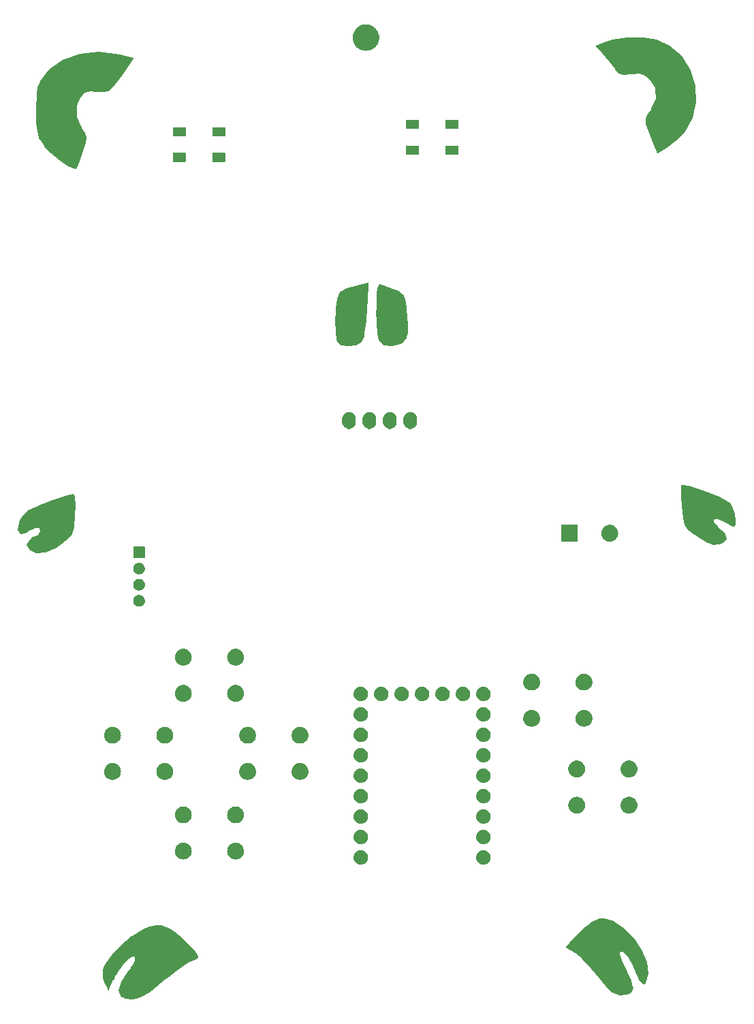
<source format=gbr>
G04 #@! TF.GenerationSoftware,KiCad,Pcbnew,8.0.5-8.0.5-0~ubuntu24.04.1*
G04 #@! TF.CreationDate,2024-10-05T12:13:45+09:00*
G04 #@! TF.ProjectId,gopher_rp2040_sw,676f7068-6572-45f7-9270-323034305f73,rev?*
G04 #@! TF.SameCoordinates,Original*
G04 #@! TF.FileFunction,Soldermask,Top*
G04 #@! TF.FilePolarity,Negative*
%FSLAX46Y46*%
G04 Gerber Fmt 4.6, Leading zero omitted, Abs format (unit mm)*
G04 Created by KiCad (PCBNEW 8.0.5-8.0.5-0~ubuntu24.04.1) date 2024-10-05 12:13:45*
%MOMM*%
%LPD*%
G01*
G04 APERTURE LIST*
G04 APERTURE END LIST*
G36*
X90272207Y-176905600D02*
G01*
X90272213Y-176905600D01*
X90963428Y-176944542D01*
X90963430Y-176944542D01*
X90973094Y-176945087D01*
X90989659Y-176948633D01*
X90998697Y-176952092D01*
X90998701Y-176952093D01*
X91794497Y-177256657D01*
X91794500Y-177256658D01*
X91799659Y-177258633D01*
X91808376Y-177262885D01*
X92131691Y-177457609D01*
X92684344Y-177790456D01*
X92684349Y-177790460D01*
X92688376Y-177792885D01*
X92695127Y-177797679D01*
X92698738Y-177800676D01*
X92698749Y-177800684D01*
X93693327Y-178626184D01*
X93693342Y-178626197D01*
X93695127Y-178627679D01*
X93698194Y-178630425D01*
X93699863Y-178632036D01*
X93699871Y-178632043D01*
X94197587Y-179112397D01*
X94558194Y-179460425D01*
X94561392Y-179463782D01*
X94757893Y-179688355D01*
X95219753Y-180216195D01*
X95261392Y-180263782D01*
X95269193Y-180275403D01*
X95559193Y-180855403D01*
X95560905Y-180879490D01*
X95561248Y-180881009D01*
X95561062Y-180881702D01*
X95562178Y-180897393D01*
X95548891Y-180918891D01*
X95308891Y-181158891D01*
X95292570Y-181170156D01*
X94497991Y-181527715D01*
X94492385Y-181530588D01*
X93957320Y-181840024D01*
X93671519Y-182005307D01*
X93667384Y-182007918D01*
X92744889Y-182642754D01*
X92741058Y-182645615D01*
X91911247Y-183315846D01*
X91445102Y-183692348D01*
X90905666Y-184151868D01*
X90903897Y-184153313D01*
X89753897Y-185053313D01*
X89473980Y-185273248D01*
X89467105Y-185277857D01*
X88337105Y-185917857D01*
X88323743Y-185923255D01*
X87393743Y-186163255D01*
X87374209Y-186164694D01*
X86524209Y-186074694D01*
X86504347Y-186068651D01*
X86210670Y-185913803D01*
X85967774Y-185785731D01*
X85967773Y-185785730D01*
X85954347Y-185778651D01*
X85934430Y-185756077D01*
X85931860Y-185753792D01*
X85931057Y-185752255D01*
X85928533Y-185749394D01*
X85900385Y-185674694D01*
X85673885Y-185073599D01*
X85673884Y-185073596D01*
X85668533Y-185059394D01*
X85667211Y-185024562D01*
X85977211Y-183964562D01*
X85983813Y-183950138D01*
X85988729Y-183942533D01*
X85988734Y-183942524D01*
X86733429Y-182790730D01*
X86733480Y-182790651D01*
X86733813Y-182790138D01*
X86734489Y-182789117D01*
X86734842Y-182788595D01*
X86734875Y-182788547D01*
X86923850Y-182510057D01*
X86923879Y-182510014D01*
X86924489Y-182509117D01*
X86925648Y-182507475D01*
X86926295Y-182506591D01*
X86926316Y-182506563D01*
X87059601Y-182324811D01*
X87141621Y-182212963D01*
X87145556Y-182206890D01*
X87172940Y-182158715D01*
X87383633Y-181788049D01*
X87664875Y-181293271D01*
X87673108Y-181258137D01*
X87666545Y-181142196D01*
X87650709Y-180862431D01*
X87592618Y-180797297D01*
X87447445Y-180772268D01*
X87400718Y-180782065D01*
X86862261Y-181137994D01*
X86850736Y-181147801D01*
X86155404Y-181901893D01*
X86150489Y-181907939D01*
X86105017Y-181971602D01*
X86104982Y-181971649D01*
X86104755Y-181971968D01*
X86104278Y-181972626D01*
X85964715Y-182162032D01*
X85735147Y-182491412D01*
X85449262Y-182905453D01*
X85445385Y-182911858D01*
X85348921Y-183095141D01*
X85239193Y-183314597D01*
X85238797Y-183315374D01*
X85108797Y-183565374D01*
X85104000Y-183573000D01*
X85014488Y-183692348D01*
X84932831Y-183801224D01*
X84925108Y-183814736D01*
X84880769Y-183921154D01*
X84880632Y-183921480D01*
X84740632Y-184251480D01*
X84740156Y-184252570D01*
X84651567Y-184449432D01*
X84650169Y-184452800D01*
X84571397Y-184659580D01*
X84570857Y-184660941D01*
X84547002Y-184718872D01*
X84504717Y-184821567D01*
X84501492Y-184831825D01*
X84466983Y-184987114D01*
X84463690Y-185001931D01*
X84449832Y-185021700D01*
X84449139Y-185023099D01*
X84448555Y-185023521D01*
X84439528Y-185036401D01*
X84398069Y-185043690D01*
X84383345Y-185033369D01*
X84381858Y-185032844D01*
X84380485Y-185031364D01*
X84363599Y-185019528D01*
X84359658Y-185012151D01*
X84356951Y-185005999D01*
X84356948Y-185005996D01*
X84252374Y-184768325D01*
X84249113Y-184761936D01*
X84080535Y-184473721D01*
X83942525Y-184237769D01*
X83937401Y-184226072D01*
X83935274Y-184219113D01*
X83935272Y-184219107D01*
X83720202Y-183515241D01*
X83720201Y-183515237D01*
X83717401Y-183506072D01*
X83715003Y-183489471D01*
X83715095Y-183479887D01*
X83715094Y-183479880D01*
X83724892Y-182460817D01*
X83724894Y-182460806D01*
X83725003Y-182449471D01*
X83728756Y-182430024D01*
X83732875Y-182419456D01*
X83732876Y-182419454D01*
X83956169Y-181846658D01*
X83956172Y-181846651D01*
X83958756Y-181840024D01*
X83964590Y-181828970D01*
X83968601Y-181823100D01*
X83968608Y-181823087D01*
X84781891Y-180632918D01*
X84781899Y-180632907D01*
X84784590Y-180628970D01*
X84789845Y-180622415D01*
X84793108Y-180618928D01*
X84793112Y-180618924D01*
X85957128Y-179375317D01*
X85957134Y-179375311D01*
X85959845Y-179372415D01*
X85964947Y-179367618D01*
X85967994Y-179365097D01*
X85968012Y-179365081D01*
X87291112Y-178270788D01*
X87291126Y-178270777D01*
X87294947Y-178267618D01*
X87302114Y-178262594D01*
X87306392Y-178260077D01*
X87306400Y-178260072D01*
X88658458Y-177464744D01*
X88658464Y-177464740D01*
X88662114Y-177462594D01*
X88668801Y-177459250D01*
X88672696Y-177457622D01*
X88672724Y-177457609D01*
X89455833Y-177130488D01*
X89455863Y-177130477D01*
X89458801Y-177129250D01*
X89464105Y-177127347D01*
X89467152Y-177126427D01*
X89467172Y-177126420D01*
X89992370Y-176967870D01*
X89992394Y-176967863D01*
X89994105Y-176967347D01*
X89997164Y-176966519D01*
X89998900Y-176966102D01*
X89998942Y-176966091D01*
X90238279Y-176908650D01*
X90238288Y-176908649D01*
X90247164Y-176906519D01*
X90263094Y-176905087D01*
X90272207Y-176905600D01*
G37*
G36*
X145975215Y-176067147D02*
G01*
X145986000Y-176070251D01*
X145986002Y-176070252D01*
X147285627Y-176444386D01*
X147285631Y-176444388D01*
X147295215Y-176447147D01*
X147311006Y-176454573D01*
X147319245Y-176460196D01*
X147319248Y-176460198D01*
X148565542Y-177310843D01*
X148565545Y-177310846D01*
X148571006Y-177314573D01*
X148579851Y-177322093D01*
X149749851Y-178552093D01*
X149755960Y-178559789D01*
X150695960Y-179989789D01*
X150700900Y-179999162D01*
X151310900Y-181489162D01*
X151314521Y-181502756D01*
X151504521Y-182932756D01*
X151502800Y-182955400D01*
X151152800Y-184155400D01*
X151137680Y-184174231D01*
X151134539Y-184179650D01*
X151131592Y-184181815D01*
X151126446Y-184188225D01*
X151124597Y-184189193D01*
X150884597Y-184309193D01*
X150860507Y-184310905D01*
X150858990Y-184311248D01*
X150858296Y-184311062D01*
X150842607Y-184312178D01*
X150817748Y-184295210D01*
X150810264Y-184286229D01*
X150810260Y-184286226D01*
X150473068Y-183881596D01*
X150473062Y-183881587D01*
X150467748Y-183875210D01*
X150459986Y-183862882D01*
X150456530Y-183855328D01*
X150456528Y-183855325D01*
X149760137Y-182333212D01*
X149759986Y-182332882D01*
X149759844Y-182332570D01*
X149582166Y-181937732D01*
X149579438Y-181932373D01*
X148949343Y-180829708D01*
X148940303Y-180817569D01*
X148751118Y-180618924D01*
X148386846Y-180236438D01*
X148338087Y-180216195D01*
X148170343Y-180220006D01*
X148060316Y-180222506D01*
X147988640Y-180298317D01*
X147994443Y-180472365D01*
X147997215Y-180488836D01*
X148250394Y-181306802D01*
X148253125Y-181314015D01*
X148800032Y-182527154D01*
X148800032Y-182527155D01*
X148800140Y-182527396D01*
X148800228Y-182527591D01*
X148971672Y-182911862D01*
X149371264Y-183807500D01*
X149380228Y-183827591D01*
X149382956Y-183835146D01*
X149384189Y-183839545D01*
X149384192Y-183839551D01*
X149608930Y-184640790D01*
X149608930Y-184640792D01*
X149612956Y-184655146D01*
X149613889Y-184680998D01*
X149513889Y-185170998D01*
X149499830Y-185192155D01*
X149496949Y-185198230D01*
X149493989Y-185200946D01*
X149491018Y-185205419D01*
X149081018Y-185485419D01*
X149066831Y-185492362D01*
X148786831Y-185582362D01*
X148775791Y-185584694D01*
X147925791Y-185674694D01*
X147898184Y-185670488D01*
X147088184Y-185320488D01*
X147072695Y-185310414D01*
X147064928Y-185303244D01*
X147064924Y-185303242D01*
X146166276Y-184473721D01*
X146166266Y-184473710D01*
X146162695Y-184470414D01*
X146156868Y-184464127D01*
X145437276Y-183554643D01*
X144947689Y-182965140D01*
X144947314Y-182964683D01*
X144947221Y-182964568D01*
X144947089Y-182964408D01*
X144427456Y-182324858D01*
X144290633Y-182158715D01*
X144287187Y-182154868D01*
X143930580Y-181788355D01*
X143930466Y-181788237D01*
X143930284Y-181788049D01*
X143930283Y-181788049D01*
X143340804Y-181178587D01*
X143274825Y-181112607D01*
X143270695Y-181108832D01*
X142430366Y-180406910D01*
X142424100Y-180402306D01*
X141310258Y-179686265D01*
X141304790Y-179682252D01*
X141244790Y-179632252D01*
X141233571Y-179610878D01*
X141232643Y-179609617D01*
X141232534Y-179608902D01*
X141225226Y-179594979D01*
X141237748Y-179554790D01*
X141240665Y-179551559D01*
X141329728Y-179460425D01*
X141669844Y-179112398D01*
X142018159Y-178724275D01*
X142018196Y-178724235D01*
X142019067Y-178723265D01*
X142020684Y-178721539D01*
X142470313Y-178261918D01*
X142529316Y-178199226D01*
X142788807Y-177923517D01*
X142788831Y-177923491D01*
X142789949Y-177922305D01*
X142792010Y-177920229D01*
X142793195Y-177919096D01*
X142793209Y-177919083D01*
X143459245Y-177282869D01*
X143459255Y-177282859D01*
X143462010Y-177280229D01*
X143467139Y-177275896D01*
X143964804Y-176905087D01*
X144482461Y-176519381D01*
X144482465Y-176519378D01*
X144487139Y-176515896D01*
X144495899Y-176510562D01*
X144501135Y-176508009D01*
X144501144Y-176508004D01*
X145285318Y-176125719D01*
X145285323Y-176125717D01*
X145295899Y-176120562D01*
X145315716Y-176115167D01*
X145327452Y-176114250D01*
X145327453Y-176114250D01*
X145944522Y-176066041D01*
X145944524Y-176066041D01*
X145955716Y-176065167D01*
X145975215Y-176067147D01*
G37*
G36*
X115803983Y-167603936D02*
G01*
X115854180Y-167603936D01*
X115897524Y-167613149D01*
X115935659Y-167616905D01*
X115983566Y-167631437D01*
X116038424Y-167643098D01*
X116073530Y-167658728D01*
X116104566Y-167668143D01*
X116153884Y-167694504D01*
X116210500Y-167719711D01*
X116236822Y-167738835D01*
X116260232Y-167751348D01*
X116307988Y-167790540D01*
X116362887Y-167830427D01*
X116380711Y-167850223D01*
X116396675Y-167863324D01*
X116439572Y-167915594D01*
X116488924Y-167970405D01*
X116499292Y-167988363D01*
X116508651Y-167999767D01*
X116543273Y-168064542D01*
X116583104Y-168133530D01*
X116587685Y-168147630D01*
X116591856Y-168155433D01*
X116614852Y-168231242D01*
X116641311Y-168312672D01*
X116642242Y-168321532D01*
X116643094Y-168324340D01*
X116651384Y-168408513D01*
X116661000Y-168500000D01*
X116651383Y-168591494D01*
X116643094Y-168675659D01*
X116642242Y-168678466D01*
X116641311Y-168687328D01*
X116614848Y-168768771D01*
X116591856Y-168844566D01*
X116587686Y-168852366D01*
X116583104Y-168866470D01*
X116543266Y-168935470D01*
X116508651Y-169000232D01*
X116499294Y-169011633D01*
X116488924Y-169029595D01*
X116439563Y-169084415D01*
X116396675Y-169136675D01*
X116380714Y-169149773D01*
X116362887Y-169169573D01*
X116307977Y-169209467D01*
X116260232Y-169248651D01*
X116236827Y-169261161D01*
X116210500Y-169280289D01*
X116153873Y-169305500D01*
X116104566Y-169331856D01*
X116073537Y-169341268D01*
X116038424Y-169356902D01*
X115983555Y-169368564D01*
X115935659Y-169383094D01*
X115897532Y-169386849D01*
X115854180Y-169396064D01*
X115803973Y-169396064D01*
X115760000Y-169400395D01*
X115716027Y-169396064D01*
X115665820Y-169396064D01*
X115622467Y-169386849D01*
X115584340Y-169383094D01*
X115536441Y-169368563D01*
X115481576Y-169356902D01*
X115446464Y-169341269D01*
X115415433Y-169331856D01*
X115366120Y-169305498D01*
X115309500Y-169280289D01*
X115283175Y-169261163D01*
X115259767Y-169248651D01*
X115212013Y-169209460D01*
X115157113Y-169169573D01*
X115139287Y-169149776D01*
X115123324Y-169136675D01*
X115080425Y-169084402D01*
X115031076Y-169029595D01*
X115020708Y-169011637D01*
X115011348Y-169000232D01*
X114976719Y-168935447D01*
X114936896Y-168866470D01*
X114932315Y-168852371D01*
X114928143Y-168844566D01*
X114905136Y-168768725D01*
X114878689Y-168687328D01*
X114877758Y-168678471D01*
X114876905Y-168675659D01*
X114868600Y-168591342D01*
X114859000Y-168500000D01*
X114868599Y-168408664D01*
X114876905Y-168324340D01*
X114877758Y-168321527D01*
X114878689Y-168312672D01*
X114905132Y-168231288D01*
X114928143Y-168155433D01*
X114932315Y-168147626D01*
X114936896Y-168133530D01*
X114976712Y-168064565D01*
X115011348Y-167999767D01*
X115020710Y-167988359D01*
X115031076Y-167970405D01*
X115080416Y-167915607D01*
X115123324Y-167863324D01*
X115139291Y-167850219D01*
X115157113Y-167830427D01*
X115212002Y-167790546D01*
X115259767Y-167751348D01*
X115283180Y-167738833D01*
X115309500Y-167719711D01*
X115366109Y-167694506D01*
X115415433Y-167668143D01*
X115446471Y-167658727D01*
X115481576Y-167643098D01*
X115536430Y-167631438D01*
X115584340Y-167616905D01*
X115622476Y-167613148D01*
X115665820Y-167603936D01*
X115716016Y-167603936D01*
X115760000Y-167599604D01*
X115803983Y-167603936D01*
G37*
G36*
X131043983Y-167603936D02*
G01*
X131094180Y-167603936D01*
X131137524Y-167613149D01*
X131175659Y-167616905D01*
X131223566Y-167631437D01*
X131278424Y-167643098D01*
X131313530Y-167658728D01*
X131344566Y-167668143D01*
X131393884Y-167694504D01*
X131450500Y-167719711D01*
X131476822Y-167738835D01*
X131500232Y-167751348D01*
X131547988Y-167790540D01*
X131602887Y-167830427D01*
X131620711Y-167850223D01*
X131636675Y-167863324D01*
X131679572Y-167915594D01*
X131728924Y-167970405D01*
X131739292Y-167988363D01*
X131748651Y-167999767D01*
X131783273Y-168064542D01*
X131823104Y-168133530D01*
X131827685Y-168147630D01*
X131831856Y-168155433D01*
X131854852Y-168231242D01*
X131881311Y-168312672D01*
X131882242Y-168321532D01*
X131883094Y-168324340D01*
X131891384Y-168408513D01*
X131901000Y-168500000D01*
X131891383Y-168591494D01*
X131883094Y-168675659D01*
X131882242Y-168678466D01*
X131881311Y-168687328D01*
X131854848Y-168768771D01*
X131831856Y-168844566D01*
X131827686Y-168852366D01*
X131823104Y-168866470D01*
X131783266Y-168935470D01*
X131748651Y-169000232D01*
X131739294Y-169011633D01*
X131728924Y-169029595D01*
X131679563Y-169084415D01*
X131636675Y-169136675D01*
X131620714Y-169149773D01*
X131602887Y-169169573D01*
X131547977Y-169209467D01*
X131500232Y-169248651D01*
X131476827Y-169261161D01*
X131450500Y-169280289D01*
X131393873Y-169305500D01*
X131344566Y-169331856D01*
X131313537Y-169341268D01*
X131278424Y-169356902D01*
X131223555Y-169368564D01*
X131175659Y-169383094D01*
X131137532Y-169386849D01*
X131094180Y-169396064D01*
X131043973Y-169396064D01*
X131000000Y-169400395D01*
X130956027Y-169396064D01*
X130905820Y-169396064D01*
X130862467Y-169386849D01*
X130824340Y-169383094D01*
X130776441Y-169368563D01*
X130721576Y-169356902D01*
X130686464Y-169341269D01*
X130655433Y-169331856D01*
X130606120Y-169305498D01*
X130549500Y-169280289D01*
X130523175Y-169261163D01*
X130499767Y-169248651D01*
X130452013Y-169209460D01*
X130397113Y-169169573D01*
X130379287Y-169149776D01*
X130363324Y-169136675D01*
X130320425Y-169084402D01*
X130271076Y-169029595D01*
X130260708Y-169011637D01*
X130251348Y-169000232D01*
X130216719Y-168935447D01*
X130176896Y-168866470D01*
X130172315Y-168852371D01*
X130168143Y-168844566D01*
X130145136Y-168768725D01*
X130118689Y-168687328D01*
X130117758Y-168678471D01*
X130116905Y-168675659D01*
X130108600Y-168591342D01*
X130099000Y-168500000D01*
X130108599Y-168408664D01*
X130116905Y-168324340D01*
X130117758Y-168321527D01*
X130118689Y-168312672D01*
X130145132Y-168231288D01*
X130168143Y-168155433D01*
X130172315Y-168147626D01*
X130176896Y-168133530D01*
X130216712Y-168064565D01*
X130251348Y-167999767D01*
X130260710Y-167988359D01*
X130271076Y-167970405D01*
X130320416Y-167915607D01*
X130363324Y-167863324D01*
X130379291Y-167850219D01*
X130397113Y-167830427D01*
X130452002Y-167790546D01*
X130499767Y-167751348D01*
X130523180Y-167738833D01*
X130549500Y-167719711D01*
X130606109Y-167694506D01*
X130655433Y-167668143D01*
X130686471Y-167658727D01*
X130721576Y-167643098D01*
X130776430Y-167631438D01*
X130824340Y-167616905D01*
X130862476Y-167613148D01*
X130905820Y-167603936D01*
X130956016Y-167603936D01*
X131000000Y-167599604D01*
X131043983Y-167603936D01*
G37*
G36*
X93750938Y-166654017D02*
G01*
X93796923Y-166654017D01*
X93848139Y-166663590D01*
X93905040Y-166669195D01*
X93948261Y-166682306D01*
X93987474Y-166689636D01*
X94041785Y-166710676D01*
X94102200Y-166729003D01*
X94136720Y-166747454D01*
X94168232Y-166759662D01*
X94222977Y-166793559D01*
X94283904Y-166826125D01*
X94309506Y-166847136D01*
X94333048Y-166861713D01*
X94385212Y-166909267D01*
X94443169Y-166956831D01*
X94460342Y-166977757D01*
X94476301Y-166992305D01*
X94522629Y-167053653D01*
X94573875Y-167116096D01*
X94583783Y-167134634D01*
X94593122Y-167147000D01*
X94630274Y-167221613D01*
X94670997Y-167297800D01*
X94675340Y-167312117D01*
X94679528Y-167320528D01*
X94704267Y-167407476D01*
X94730805Y-167494960D01*
X94731676Y-167503811D01*
X94732577Y-167506975D01*
X94741938Y-167608002D01*
X94751000Y-167700000D01*
X94741938Y-167792005D01*
X94732577Y-167893024D01*
X94731676Y-167896187D01*
X94730805Y-167905040D01*
X94704262Y-167992538D01*
X94679528Y-168079471D01*
X94675341Y-168087879D01*
X94670997Y-168102200D01*
X94630267Y-168178399D01*
X94593122Y-168252999D01*
X94583785Y-168265362D01*
X94573875Y-168283904D01*
X94522620Y-168346357D01*
X94476301Y-168407694D01*
X94460345Y-168422238D01*
X94443169Y-168443169D01*
X94385201Y-168490741D01*
X94333048Y-168538286D01*
X94309511Y-168552859D01*
X94283904Y-168573875D01*
X94222965Y-168606447D01*
X94168232Y-168640337D01*
X94136726Y-168652542D01*
X94102200Y-168670997D01*
X94041773Y-168689327D01*
X93987474Y-168710363D01*
X93948268Y-168717691D01*
X93905040Y-168730805D01*
X93848136Y-168736409D01*
X93796923Y-168745983D01*
X93750938Y-168745983D01*
X93700000Y-168751000D01*
X93649062Y-168745983D01*
X93603077Y-168745983D01*
X93551863Y-168736409D01*
X93494960Y-168730805D01*
X93451732Y-168717692D01*
X93412525Y-168710363D01*
X93358221Y-168689325D01*
X93297800Y-168670997D01*
X93263275Y-168652543D01*
X93231767Y-168640337D01*
X93177027Y-168606443D01*
X93116096Y-168573875D01*
X93090491Y-168552861D01*
X93066951Y-168538286D01*
X93014788Y-168490733D01*
X92956831Y-168443169D01*
X92939656Y-168422242D01*
X92923698Y-168407694D01*
X92877367Y-168346342D01*
X92826125Y-168283904D01*
X92816216Y-168265366D01*
X92806877Y-168252999D01*
X92769717Y-168178372D01*
X92729003Y-168102200D01*
X92724660Y-168087884D01*
X92720471Y-168079471D01*
X92695721Y-167992485D01*
X92669195Y-167905040D01*
X92668323Y-167896192D01*
X92667422Y-167893024D01*
X92658044Y-167791833D01*
X92649000Y-167700000D01*
X92658044Y-167608173D01*
X92667422Y-167506975D01*
X92668323Y-167503805D01*
X92669195Y-167494960D01*
X92695716Y-167407529D01*
X92720471Y-167320528D01*
X92724661Y-167312112D01*
X92729003Y-167297800D01*
X92769710Y-167221641D01*
X92806877Y-167147000D01*
X92816218Y-167134629D01*
X92826125Y-167116096D01*
X92877357Y-167053668D01*
X92923698Y-166992305D01*
X92939660Y-166977753D01*
X92956831Y-166956831D01*
X93014777Y-166909275D01*
X93066951Y-166861713D01*
X93090496Y-166847134D01*
X93116096Y-166826125D01*
X93177015Y-166793563D01*
X93231767Y-166759662D01*
X93263282Y-166747452D01*
X93297800Y-166729003D01*
X93358209Y-166710677D01*
X93412525Y-166689636D01*
X93451739Y-166682305D01*
X93494960Y-166669195D01*
X93551860Y-166663590D01*
X93603077Y-166654017D01*
X93649062Y-166654017D01*
X93700000Y-166649000D01*
X93750938Y-166654017D01*
G37*
G36*
X100250938Y-166654017D02*
G01*
X100296923Y-166654017D01*
X100348139Y-166663590D01*
X100405040Y-166669195D01*
X100448261Y-166682306D01*
X100487474Y-166689636D01*
X100541785Y-166710676D01*
X100602200Y-166729003D01*
X100636720Y-166747454D01*
X100668232Y-166759662D01*
X100722977Y-166793559D01*
X100783904Y-166826125D01*
X100809506Y-166847136D01*
X100833048Y-166861713D01*
X100885212Y-166909267D01*
X100943169Y-166956831D01*
X100960342Y-166977757D01*
X100976301Y-166992305D01*
X101022629Y-167053653D01*
X101073875Y-167116096D01*
X101083783Y-167134634D01*
X101093122Y-167147000D01*
X101130274Y-167221613D01*
X101170997Y-167297800D01*
X101175340Y-167312117D01*
X101179528Y-167320528D01*
X101204267Y-167407476D01*
X101230805Y-167494960D01*
X101231676Y-167503811D01*
X101232577Y-167506975D01*
X101241938Y-167608002D01*
X101251000Y-167700000D01*
X101241938Y-167792005D01*
X101232577Y-167893024D01*
X101231676Y-167896187D01*
X101230805Y-167905040D01*
X101204262Y-167992538D01*
X101179528Y-168079471D01*
X101175341Y-168087879D01*
X101170997Y-168102200D01*
X101130267Y-168178399D01*
X101093122Y-168252999D01*
X101083785Y-168265362D01*
X101073875Y-168283904D01*
X101022620Y-168346357D01*
X100976301Y-168407694D01*
X100960345Y-168422238D01*
X100943169Y-168443169D01*
X100885201Y-168490741D01*
X100833048Y-168538286D01*
X100809511Y-168552859D01*
X100783904Y-168573875D01*
X100722965Y-168606447D01*
X100668232Y-168640337D01*
X100636726Y-168652542D01*
X100602200Y-168670997D01*
X100541773Y-168689327D01*
X100487474Y-168710363D01*
X100448268Y-168717691D01*
X100405040Y-168730805D01*
X100348136Y-168736409D01*
X100296923Y-168745983D01*
X100250938Y-168745983D01*
X100200000Y-168751000D01*
X100149062Y-168745983D01*
X100103077Y-168745983D01*
X100051863Y-168736409D01*
X99994960Y-168730805D01*
X99951732Y-168717692D01*
X99912525Y-168710363D01*
X99858221Y-168689325D01*
X99797800Y-168670997D01*
X99763275Y-168652543D01*
X99731767Y-168640337D01*
X99677027Y-168606443D01*
X99616096Y-168573875D01*
X99590491Y-168552861D01*
X99566951Y-168538286D01*
X99514788Y-168490733D01*
X99456831Y-168443169D01*
X99439656Y-168422242D01*
X99423698Y-168407694D01*
X99377367Y-168346342D01*
X99326125Y-168283904D01*
X99316216Y-168265366D01*
X99306877Y-168252999D01*
X99269717Y-168178372D01*
X99229003Y-168102200D01*
X99224660Y-168087884D01*
X99220471Y-168079471D01*
X99195721Y-167992485D01*
X99169195Y-167905040D01*
X99168323Y-167896192D01*
X99167422Y-167893024D01*
X99158044Y-167791833D01*
X99149000Y-167700000D01*
X99158044Y-167608173D01*
X99167422Y-167506975D01*
X99168323Y-167503805D01*
X99169195Y-167494960D01*
X99195716Y-167407529D01*
X99220471Y-167320528D01*
X99224661Y-167312112D01*
X99229003Y-167297800D01*
X99269710Y-167221641D01*
X99306877Y-167147000D01*
X99316218Y-167134629D01*
X99326125Y-167116096D01*
X99377357Y-167053668D01*
X99423698Y-166992305D01*
X99439660Y-166977753D01*
X99456831Y-166956831D01*
X99514777Y-166909275D01*
X99566951Y-166861713D01*
X99590496Y-166847134D01*
X99616096Y-166826125D01*
X99677015Y-166793563D01*
X99731767Y-166759662D01*
X99763282Y-166747452D01*
X99797800Y-166729003D01*
X99858209Y-166710677D01*
X99912525Y-166689636D01*
X99951739Y-166682305D01*
X99994960Y-166669195D01*
X100051860Y-166663590D01*
X100103077Y-166654017D01*
X100149062Y-166654017D01*
X100200000Y-166649000D01*
X100250938Y-166654017D01*
G37*
G36*
X115803983Y-165063936D02*
G01*
X115854180Y-165063936D01*
X115897524Y-165073149D01*
X115935659Y-165076905D01*
X115983566Y-165091437D01*
X116038424Y-165103098D01*
X116073530Y-165118728D01*
X116104566Y-165128143D01*
X116153884Y-165154504D01*
X116210500Y-165179711D01*
X116236822Y-165198835D01*
X116260232Y-165211348D01*
X116307988Y-165250540D01*
X116362887Y-165290427D01*
X116380711Y-165310223D01*
X116396675Y-165323324D01*
X116439572Y-165375594D01*
X116488924Y-165430405D01*
X116499292Y-165448363D01*
X116508651Y-165459767D01*
X116543273Y-165524542D01*
X116583104Y-165593530D01*
X116587685Y-165607630D01*
X116591856Y-165615433D01*
X116614852Y-165691242D01*
X116641311Y-165772672D01*
X116642242Y-165781532D01*
X116643094Y-165784340D01*
X116651384Y-165868513D01*
X116661000Y-165960000D01*
X116651383Y-166051494D01*
X116643094Y-166135659D01*
X116642242Y-166138466D01*
X116641311Y-166147328D01*
X116614848Y-166228771D01*
X116591856Y-166304566D01*
X116587686Y-166312366D01*
X116583104Y-166326470D01*
X116543266Y-166395470D01*
X116508651Y-166460232D01*
X116499294Y-166471633D01*
X116488924Y-166489595D01*
X116439563Y-166544415D01*
X116396675Y-166596675D01*
X116380714Y-166609773D01*
X116362887Y-166629573D01*
X116307977Y-166669467D01*
X116260232Y-166708651D01*
X116236827Y-166721161D01*
X116210500Y-166740289D01*
X116153873Y-166765500D01*
X116104566Y-166791856D01*
X116073537Y-166801268D01*
X116038424Y-166816902D01*
X115983555Y-166828564D01*
X115935659Y-166843094D01*
X115897532Y-166846849D01*
X115854180Y-166856064D01*
X115803973Y-166856064D01*
X115760000Y-166860395D01*
X115716027Y-166856064D01*
X115665820Y-166856064D01*
X115622467Y-166846849D01*
X115584340Y-166843094D01*
X115536441Y-166828563D01*
X115481576Y-166816902D01*
X115446464Y-166801269D01*
X115415433Y-166791856D01*
X115366120Y-166765498D01*
X115309500Y-166740289D01*
X115283175Y-166721163D01*
X115259767Y-166708651D01*
X115212013Y-166669460D01*
X115157113Y-166629573D01*
X115139287Y-166609776D01*
X115123324Y-166596675D01*
X115080425Y-166544402D01*
X115031076Y-166489595D01*
X115020708Y-166471637D01*
X115011348Y-166460232D01*
X114976719Y-166395447D01*
X114936896Y-166326470D01*
X114932315Y-166312371D01*
X114928143Y-166304566D01*
X114905136Y-166228725D01*
X114878689Y-166147328D01*
X114877758Y-166138471D01*
X114876905Y-166135659D01*
X114868600Y-166051342D01*
X114859000Y-165960000D01*
X114868599Y-165868664D01*
X114876905Y-165784340D01*
X114877758Y-165781527D01*
X114878689Y-165772672D01*
X114905132Y-165691288D01*
X114928143Y-165615433D01*
X114932315Y-165607626D01*
X114936896Y-165593530D01*
X114976712Y-165524565D01*
X115011348Y-165459767D01*
X115020710Y-165448359D01*
X115031076Y-165430405D01*
X115080416Y-165375607D01*
X115123324Y-165323324D01*
X115139291Y-165310219D01*
X115157113Y-165290427D01*
X115212002Y-165250546D01*
X115259767Y-165211348D01*
X115283180Y-165198833D01*
X115309500Y-165179711D01*
X115366109Y-165154506D01*
X115415433Y-165128143D01*
X115446471Y-165118727D01*
X115481576Y-165103098D01*
X115536430Y-165091438D01*
X115584340Y-165076905D01*
X115622476Y-165073148D01*
X115665820Y-165063936D01*
X115716016Y-165063936D01*
X115760000Y-165059604D01*
X115803983Y-165063936D01*
G37*
G36*
X131043983Y-165063936D02*
G01*
X131094180Y-165063936D01*
X131137524Y-165073149D01*
X131175659Y-165076905D01*
X131223566Y-165091437D01*
X131278424Y-165103098D01*
X131313530Y-165118728D01*
X131344566Y-165128143D01*
X131393884Y-165154504D01*
X131450500Y-165179711D01*
X131476822Y-165198835D01*
X131500232Y-165211348D01*
X131547988Y-165250540D01*
X131602887Y-165290427D01*
X131620711Y-165310223D01*
X131636675Y-165323324D01*
X131679572Y-165375594D01*
X131728924Y-165430405D01*
X131739292Y-165448363D01*
X131748651Y-165459767D01*
X131783273Y-165524542D01*
X131823104Y-165593530D01*
X131827685Y-165607630D01*
X131831856Y-165615433D01*
X131854852Y-165691242D01*
X131881311Y-165772672D01*
X131882242Y-165781532D01*
X131883094Y-165784340D01*
X131891384Y-165868513D01*
X131901000Y-165960000D01*
X131891383Y-166051494D01*
X131883094Y-166135659D01*
X131882242Y-166138466D01*
X131881311Y-166147328D01*
X131854848Y-166228771D01*
X131831856Y-166304566D01*
X131827686Y-166312366D01*
X131823104Y-166326470D01*
X131783266Y-166395470D01*
X131748651Y-166460232D01*
X131739294Y-166471633D01*
X131728924Y-166489595D01*
X131679563Y-166544415D01*
X131636675Y-166596675D01*
X131620714Y-166609773D01*
X131602887Y-166629573D01*
X131547977Y-166669467D01*
X131500232Y-166708651D01*
X131476827Y-166721161D01*
X131450500Y-166740289D01*
X131393873Y-166765500D01*
X131344566Y-166791856D01*
X131313537Y-166801268D01*
X131278424Y-166816902D01*
X131223555Y-166828564D01*
X131175659Y-166843094D01*
X131137532Y-166846849D01*
X131094180Y-166856064D01*
X131043973Y-166856064D01*
X131000000Y-166860395D01*
X130956027Y-166856064D01*
X130905820Y-166856064D01*
X130862467Y-166846849D01*
X130824340Y-166843094D01*
X130776441Y-166828563D01*
X130721576Y-166816902D01*
X130686464Y-166801269D01*
X130655433Y-166791856D01*
X130606120Y-166765498D01*
X130549500Y-166740289D01*
X130523175Y-166721163D01*
X130499767Y-166708651D01*
X130452013Y-166669460D01*
X130397113Y-166629573D01*
X130379287Y-166609776D01*
X130363324Y-166596675D01*
X130320425Y-166544402D01*
X130271076Y-166489595D01*
X130260708Y-166471637D01*
X130251348Y-166460232D01*
X130216719Y-166395447D01*
X130176896Y-166326470D01*
X130172315Y-166312371D01*
X130168143Y-166304566D01*
X130145136Y-166228725D01*
X130118689Y-166147328D01*
X130117758Y-166138471D01*
X130116905Y-166135659D01*
X130108600Y-166051342D01*
X130099000Y-165960000D01*
X130108599Y-165868664D01*
X130116905Y-165784340D01*
X130117758Y-165781527D01*
X130118689Y-165772672D01*
X130145132Y-165691288D01*
X130168143Y-165615433D01*
X130172315Y-165607626D01*
X130176896Y-165593530D01*
X130216712Y-165524565D01*
X130251348Y-165459767D01*
X130260710Y-165448359D01*
X130271076Y-165430405D01*
X130320416Y-165375607D01*
X130363324Y-165323324D01*
X130379291Y-165310219D01*
X130397113Y-165290427D01*
X130452002Y-165250546D01*
X130499767Y-165211348D01*
X130523180Y-165198833D01*
X130549500Y-165179711D01*
X130606109Y-165154506D01*
X130655433Y-165128143D01*
X130686471Y-165118727D01*
X130721576Y-165103098D01*
X130776430Y-165091438D01*
X130824340Y-165076905D01*
X130862476Y-165073148D01*
X130905820Y-165063936D01*
X130956016Y-165063936D01*
X131000000Y-165059604D01*
X131043983Y-165063936D01*
G37*
G36*
X115803983Y-162523936D02*
G01*
X115854180Y-162523936D01*
X115897524Y-162533149D01*
X115935659Y-162536905D01*
X115983566Y-162551437D01*
X116038424Y-162563098D01*
X116073530Y-162578728D01*
X116104566Y-162588143D01*
X116153884Y-162614504D01*
X116210500Y-162639711D01*
X116236822Y-162658835D01*
X116260232Y-162671348D01*
X116307988Y-162710540D01*
X116362887Y-162750427D01*
X116380711Y-162770223D01*
X116396675Y-162783324D01*
X116439572Y-162835594D01*
X116488924Y-162890405D01*
X116499292Y-162908363D01*
X116508651Y-162919767D01*
X116543273Y-162984542D01*
X116583104Y-163053530D01*
X116587685Y-163067630D01*
X116591856Y-163075433D01*
X116614852Y-163151242D01*
X116641311Y-163232672D01*
X116642242Y-163241532D01*
X116643094Y-163244340D01*
X116651384Y-163328513D01*
X116661000Y-163420000D01*
X116651383Y-163511494D01*
X116643094Y-163595659D01*
X116642242Y-163598466D01*
X116641311Y-163607328D01*
X116614848Y-163688771D01*
X116591856Y-163764566D01*
X116587686Y-163772366D01*
X116583104Y-163786470D01*
X116543266Y-163855470D01*
X116508651Y-163920232D01*
X116499294Y-163931633D01*
X116488924Y-163949595D01*
X116439563Y-164004415D01*
X116396675Y-164056675D01*
X116380714Y-164069773D01*
X116362887Y-164089573D01*
X116307977Y-164129467D01*
X116260232Y-164168651D01*
X116236827Y-164181161D01*
X116210500Y-164200289D01*
X116153873Y-164225500D01*
X116104566Y-164251856D01*
X116073537Y-164261268D01*
X116038424Y-164276902D01*
X115983555Y-164288564D01*
X115935659Y-164303094D01*
X115897532Y-164306849D01*
X115854180Y-164316064D01*
X115803973Y-164316064D01*
X115760000Y-164320395D01*
X115716027Y-164316064D01*
X115665820Y-164316064D01*
X115622467Y-164306849D01*
X115584340Y-164303094D01*
X115536441Y-164288563D01*
X115481576Y-164276902D01*
X115446464Y-164261269D01*
X115415433Y-164251856D01*
X115366120Y-164225498D01*
X115309500Y-164200289D01*
X115283175Y-164181163D01*
X115259767Y-164168651D01*
X115212013Y-164129460D01*
X115157113Y-164089573D01*
X115139287Y-164069776D01*
X115123324Y-164056675D01*
X115080425Y-164004402D01*
X115031076Y-163949595D01*
X115020708Y-163931637D01*
X115011348Y-163920232D01*
X114976719Y-163855447D01*
X114936896Y-163786470D01*
X114932315Y-163772371D01*
X114928143Y-163764566D01*
X114905136Y-163688725D01*
X114878689Y-163607328D01*
X114877758Y-163598471D01*
X114876905Y-163595659D01*
X114868600Y-163511342D01*
X114859000Y-163420000D01*
X114868599Y-163328664D01*
X114876905Y-163244340D01*
X114877758Y-163241527D01*
X114878689Y-163232672D01*
X114905132Y-163151288D01*
X114928143Y-163075433D01*
X114932315Y-163067626D01*
X114936896Y-163053530D01*
X114976712Y-162984565D01*
X115011348Y-162919767D01*
X115020710Y-162908359D01*
X115031076Y-162890405D01*
X115080416Y-162835607D01*
X115123324Y-162783324D01*
X115139291Y-162770219D01*
X115157113Y-162750427D01*
X115212002Y-162710546D01*
X115259767Y-162671348D01*
X115283180Y-162658833D01*
X115309500Y-162639711D01*
X115366109Y-162614506D01*
X115415433Y-162588143D01*
X115446471Y-162578727D01*
X115481576Y-162563098D01*
X115536430Y-162551438D01*
X115584340Y-162536905D01*
X115622476Y-162533148D01*
X115665820Y-162523936D01*
X115716016Y-162523936D01*
X115760000Y-162519604D01*
X115803983Y-162523936D01*
G37*
G36*
X131043983Y-162523936D02*
G01*
X131094180Y-162523936D01*
X131137524Y-162533149D01*
X131175659Y-162536905D01*
X131223566Y-162551437D01*
X131278424Y-162563098D01*
X131313530Y-162578728D01*
X131344566Y-162588143D01*
X131393884Y-162614504D01*
X131450500Y-162639711D01*
X131476822Y-162658835D01*
X131500232Y-162671348D01*
X131547988Y-162710540D01*
X131602887Y-162750427D01*
X131620711Y-162770223D01*
X131636675Y-162783324D01*
X131679572Y-162835594D01*
X131728924Y-162890405D01*
X131739292Y-162908363D01*
X131748651Y-162919767D01*
X131783273Y-162984542D01*
X131823104Y-163053530D01*
X131827685Y-163067630D01*
X131831856Y-163075433D01*
X131854852Y-163151242D01*
X131881311Y-163232672D01*
X131882242Y-163241532D01*
X131883094Y-163244340D01*
X131891384Y-163328513D01*
X131901000Y-163420000D01*
X131891383Y-163511494D01*
X131883094Y-163595659D01*
X131882242Y-163598466D01*
X131881311Y-163607328D01*
X131854848Y-163688771D01*
X131831856Y-163764566D01*
X131827686Y-163772366D01*
X131823104Y-163786470D01*
X131783266Y-163855470D01*
X131748651Y-163920232D01*
X131739294Y-163931633D01*
X131728924Y-163949595D01*
X131679563Y-164004415D01*
X131636675Y-164056675D01*
X131620714Y-164069773D01*
X131602887Y-164089573D01*
X131547977Y-164129467D01*
X131500232Y-164168651D01*
X131476827Y-164181161D01*
X131450500Y-164200289D01*
X131393873Y-164225500D01*
X131344566Y-164251856D01*
X131313537Y-164261268D01*
X131278424Y-164276902D01*
X131223555Y-164288564D01*
X131175659Y-164303094D01*
X131137532Y-164306849D01*
X131094180Y-164316064D01*
X131043973Y-164316064D01*
X131000000Y-164320395D01*
X130956027Y-164316064D01*
X130905820Y-164316064D01*
X130862467Y-164306849D01*
X130824340Y-164303094D01*
X130776441Y-164288563D01*
X130721576Y-164276902D01*
X130686464Y-164261269D01*
X130655433Y-164251856D01*
X130606120Y-164225498D01*
X130549500Y-164200289D01*
X130523175Y-164181163D01*
X130499767Y-164168651D01*
X130452013Y-164129460D01*
X130397113Y-164089573D01*
X130379287Y-164069776D01*
X130363324Y-164056675D01*
X130320425Y-164004402D01*
X130271076Y-163949595D01*
X130260708Y-163931637D01*
X130251348Y-163920232D01*
X130216719Y-163855447D01*
X130176896Y-163786470D01*
X130172315Y-163772371D01*
X130168143Y-163764566D01*
X130145136Y-163688725D01*
X130118689Y-163607328D01*
X130117758Y-163598471D01*
X130116905Y-163595659D01*
X130108600Y-163511342D01*
X130099000Y-163420000D01*
X130108599Y-163328664D01*
X130116905Y-163244340D01*
X130117758Y-163241527D01*
X130118689Y-163232672D01*
X130145132Y-163151288D01*
X130168143Y-163075433D01*
X130172315Y-163067626D01*
X130176896Y-163053530D01*
X130216712Y-162984565D01*
X130251348Y-162919767D01*
X130260710Y-162908359D01*
X130271076Y-162890405D01*
X130320416Y-162835607D01*
X130363324Y-162783324D01*
X130379291Y-162770219D01*
X130397113Y-162750427D01*
X130452002Y-162710546D01*
X130499767Y-162671348D01*
X130523180Y-162658833D01*
X130549500Y-162639711D01*
X130606109Y-162614506D01*
X130655433Y-162588143D01*
X130686471Y-162578727D01*
X130721576Y-162563098D01*
X130776430Y-162551438D01*
X130824340Y-162536905D01*
X130862476Y-162533148D01*
X130905820Y-162523936D01*
X130956016Y-162523936D01*
X131000000Y-162519604D01*
X131043983Y-162523936D01*
G37*
G36*
X93750938Y-162154017D02*
G01*
X93796923Y-162154017D01*
X93848139Y-162163590D01*
X93905040Y-162169195D01*
X93948261Y-162182306D01*
X93987474Y-162189636D01*
X94041785Y-162210676D01*
X94102200Y-162229003D01*
X94136720Y-162247454D01*
X94168232Y-162259662D01*
X94222977Y-162293559D01*
X94283904Y-162326125D01*
X94309506Y-162347136D01*
X94333048Y-162361713D01*
X94385212Y-162409267D01*
X94443169Y-162456831D01*
X94460342Y-162477757D01*
X94476301Y-162492305D01*
X94522629Y-162553653D01*
X94573875Y-162616096D01*
X94583783Y-162634634D01*
X94593122Y-162647000D01*
X94630274Y-162721613D01*
X94670997Y-162797800D01*
X94675340Y-162812117D01*
X94679528Y-162820528D01*
X94704267Y-162907476D01*
X94730805Y-162994960D01*
X94731676Y-163003811D01*
X94732577Y-163006975D01*
X94741938Y-163108002D01*
X94751000Y-163200000D01*
X94741938Y-163292005D01*
X94732577Y-163393024D01*
X94731676Y-163396187D01*
X94730805Y-163405040D01*
X94704262Y-163492538D01*
X94679528Y-163579471D01*
X94675341Y-163587879D01*
X94670997Y-163602200D01*
X94630267Y-163678399D01*
X94593122Y-163752999D01*
X94583785Y-163765362D01*
X94573875Y-163783904D01*
X94522620Y-163846357D01*
X94476301Y-163907694D01*
X94460345Y-163922238D01*
X94443169Y-163943169D01*
X94385201Y-163990741D01*
X94333048Y-164038286D01*
X94309511Y-164052859D01*
X94283904Y-164073875D01*
X94222965Y-164106447D01*
X94168232Y-164140337D01*
X94136726Y-164152542D01*
X94102200Y-164170997D01*
X94041773Y-164189327D01*
X93987474Y-164210363D01*
X93948268Y-164217691D01*
X93905040Y-164230805D01*
X93848136Y-164236409D01*
X93796923Y-164245983D01*
X93750938Y-164245983D01*
X93700000Y-164251000D01*
X93649062Y-164245983D01*
X93603077Y-164245983D01*
X93551863Y-164236409D01*
X93494960Y-164230805D01*
X93451732Y-164217692D01*
X93412525Y-164210363D01*
X93358221Y-164189325D01*
X93297800Y-164170997D01*
X93263275Y-164152543D01*
X93231767Y-164140337D01*
X93177027Y-164106443D01*
X93116096Y-164073875D01*
X93090491Y-164052861D01*
X93066951Y-164038286D01*
X93014788Y-163990733D01*
X92956831Y-163943169D01*
X92939656Y-163922242D01*
X92923698Y-163907694D01*
X92877367Y-163846342D01*
X92826125Y-163783904D01*
X92816216Y-163765366D01*
X92806877Y-163752999D01*
X92769717Y-163678372D01*
X92729003Y-163602200D01*
X92724660Y-163587884D01*
X92720471Y-163579471D01*
X92695721Y-163492485D01*
X92669195Y-163405040D01*
X92668323Y-163396192D01*
X92667422Y-163393024D01*
X92658044Y-163291833D01*
X92649000Y-163200000D01*
X92658044Y-163108173D01*
X92667422Y-163006975D01*
X92668323Y-163003805D01*
X92669195Y-162994960D01*
X92695716Y-162907529D01*
X92720471Y-162820528D01*
X92724661Y-162812112D01*
X92729003Y-162797800D01*
X92769710Y-162721641D01*
X92806877Y-162647000D01*
X92816218Y-162634629D01*
X92826125Y-162616096D01*
X92877357Y-162553668D01*
X92923698Y-162492305D01*
X92939660Y-162477753D01*
X92956831Y-162456831D01*
X93014777Y-162409275D01*
X93066951Y-162361713D01*
X93090496Y-162347134D01*
X93116096Y-162326125D01*
X93177015Y-162293563D01*
X93231767Y-162259662D01*
X93263282Y-162247452D01*
X93297800Y-162229003D01*
X93358209Y-162210677D01*
X93412525Y-162189636D01*
X93451739Y-162182305D01*
X93494960Y-162169195D01*
X93551860Y-162163590D01*
X93603077Y-162154017D01*
X93649062Y-162154017D01*
X93700000Y-162149000D01*
X93750938Y-162154017D01*
G37*
G36*
X100250938Y-162154017D02*
G01*
X100296923Y-162154017D01*
X100348139Y-162163590D01*
X100405040Y-162169195D01*
X100448261Y-162182306D01*
X100487474Y-162189636D01*
X100541785Y-162210676D01*
X100602200Y-162229003D01*
X100636720Y-162247454D01*
X100668232Y-162259662D01*
X100722977Y-162293559D01*
X100783904Y-162326125D01*
X100809506Y-162347136D01*
X100833048Y-162361713D01*
X100885212Y-162409267D01*
X100943169Y-162456831D01*
X100960342Y-162477757D01*
X100976301Y-162492305D01*
X101022629Y-162553653D01*
X101073875Y-162616096D01*
X101083783Y-162634634D01*
X101093122Y-162647000D01*
X101130274Y-162721613D01*
X101170997Y-162797800D01*
X101175340Y-162812117D01*
X101179528Y-162820528D01*
X101204267Y-162907476D01*
X101230805Y-162994960D01*
X101231676Y-163003811D01*
X101232577Y-163006975D01*
X101241938Y-163108002D01*
X101251000Y-163200000D01*
X101241938Y-163292005D01*
X101232577Y-163393024D01*
X101231676Y-163396187D01*
X101230805Y-163405040D01*
X101204262Y-163492538D01*
X101179528Y-163579471D01*
X101175341Y-163587879D01*
X101170997Y-163602200D01*
X101130267Y-163678399D01*
X101093122Y-163752999D01*
X101083785Y-163765362D01*
X101073875Y-163783904D01*
X101022620Y-163846357D01*
X100976301Y-163907694D01*
X100960345Y-163922238D01*
X100943169Y-163943169D01*
X100885201Y-163990741D01*
X100833048Y-164038286D01*
X100809511Y-164052859D01*
X100783904Y-164073875D01*
X100722965Y-164106447D01*
X100668232Y-164140337D01*
X100636726Y-164152542D01*
X100602200Y-164170997D01*
X100541773Y-164189327D01*
X100487474Y-164210363D01*
X100448268Y-164217691D01*
X100405040Y-164230805D01*
X100348136Y-164236409D01*
X100296923Y-164245983D01*
X100250938Y-164245983D01*
X100200000Y-164251000D01*
X100149062Y-164245983D01*
X100103077Y-164245983D01*
X100051863Y-164236409D01*
X99994960Y-164230805D01*
X99951732Y-164217692D01*
X99912525Y-164210363D01*
X99858221Y-164189325D01*
X99797800Y-164170997D01*
X99763275Y-164152543D01*
X99731767Y-164140337D01*
X99677027Y-164106443D01*
X99616096Y-164073875D01*
X99590491Y-164052861D01*
X99566951Y-164038286D01*
X99514788Y-163990733D01*
X99456831Y-163943169D01*
X99439656Y-163922242D01*
X99423698Y-163907694D01*
X99377367Y-163846342D01*
X99326125Y-163783904D01*
X99316216Y-163765366D01*
X99306877Y-163752999D01*
X99269717Y-163678372D01*
X99229003Y-163602200D01*
X99224660Y-163587884D01*
X99220471Y-163579471D01*
X99195721Y-163492485D01*
X99169195Y-163405040D01*
X99168323Y-163396192D01*
X99167422Y-163393024D01*
X99158044Y-163291833D01*
X99149000Y-163200000D01*
X99158044Y-163108173D01*
X99167422Y-163006975D01*
X99168323Y-163003805D01*
X99169195Y-162994960D01*
X99195716Y-162907529D01*
X99220471Y-162820528D01*
X99224661Y-162812112D01*
X99229003Y-162797800D01*
X99269710Y-162721641D01*
X99306877Y-162647000D01*
X99316218Y-162634629D01*
X99326125Y-162616096D01*
X99377357Y-162553668D01*
X99423698Y-162492305D01*
X99439660Y-162477753D01*
X99456831Y-162456831D01*
X99514777Y-162409275D01*
X99566951Y-162361713D01*
X99590496Y-162347134D01*
X99616096Y-162326125D01*
X99677015Y-162293563D01*
X99731767Y-162259662D01*
X99763282Y-162247452D01*
X99797800Y-162229003D01*
X99858209Y-162210677D01*
X99912525Y-162189636D01*
X99951739Y-162182305D01*
X99994960Y-162169195D01*
X100051860Y-162163590D01*
X100103077Y-162154017D01*
X100149062Y-162154017D01*
X100200000Y-162149000D01*
X100250938Y-162154017D01*
G37*
G36*
X142650938Y-160954017D02*
G01*
X142696923Y-160954017D01*
X142748139Y-160963590D01*
X142805040Y-160969195D01*
X142848261Y-160982306D01*
X142887474Y-160989636D01*
X142941785Y-161010676D01*
X143002200Y-161029003D01*
X143036720Y-161047454D01*
X143068232Y-161059662D01*
X143122977Y-161093559D01*
X143183904Y-161126125D01*
X143209506Y-161147136D01*
X143233048Y-161161713D01*
X143285212Y-161209267D01*
X143343169Y-161256831D01*
X143360342Y-161277757D01*
X143376301Y-161292305D01*
X143422629Y-161353653D01*
X143473875Y-161416096D01*
X143483783Y-161434634D01*
X143493122Y-161447000D01*
X143530274Y-161521613D01*
X143570997Y-161597800D01*
X143575340Y-161612117D01*
X143579528Y-161620528D01*
X143604267Y-161707476D01*
X143630805Y-161794960D01*
X143631676Y-161803811D01*
X143632577Y-161806975D01*
X143641938Y-161908002D01*
X143651000Y-162000000D01*
X143641938Y-162092005D01*
X143632577Y-162193024D01*
X143631676Y-162196187D01*
X143630805Y-162205040D01*
X143604262Y-162292538D01*
X143579528Y-162379471D01*
X143575341Y-162387879D01*
X143570997Y-162402200D01*
X143530267Y-162478399D01*
X143493122Y-162552999D01*
X143483785Y-162565362D01*
X143473875Y-162583904D01*
X143422620Y-162646357D01*
X143376301Y-162707694D01*
X143360345Y-162722238D01*
X143343169Y-162743169D01*
X143285201Y-162790741D01*
X143233048Y-162838286D01*
X143209511Y-162852859D01*
X143183904Y-162873875D01*
X143122965Y-162906447D01*
X143068232Y-162940337D01*
X143036726Y-162952542D01*
X143002200Y-162970997D01*
X142941773Y-162989327D01*
X142887474Y-163010363D01*
X142848268Y-163017691D01*
X142805040Y-163030805D01*
X142748136Y-163036409D01*
X142696923Y-163045983D01*
X142650938Y-163045983D01*
X142600000Y-163051000D01*
X142549062Y-163045983D01*
X142503077Y-163045983D01*
X142451863Y-163036409D01*
X142394960Y-163030805D01*
X142351732Y-163017692D01*
X142312525Y-163010363D01*
X142258221Y-162989325D01*
X142197800Y-162970997D01*
X142163275Y-162952543D01*
X142131767Y-162940337D01*
X142077027Y-162906443D01*
X142016096Y-162873875D01*
X141990491Y-162852861D01*
X141966951Y-162838286D01*
X141914788Y-162790733D01*
X141856831Y-162743169D01*
X141839656Y-162722242D01*
X141823698Y-162707694D01*
X141777367Y-162646342D01*
X141726125Y-162583904D01*
X141716216Y-162565366D01*
X141706877Y-162552999D01*
X141669717Y-162478372D01*
X141629003Y-162402200D01*
X141624660Y-162387884D01*
X141620471Y-162379471D01*
X141595721Y-162292485D01*
X141569195Y-162205040D01*
X141568323Y-162196192D01*
X141567422Y-162193024D01*
X141558044Y-162091833D01*
X141549000Y-162000000D01*
X141558044Y-161908173D01*
X141567422Y-161806975D01*
X141568323Y-161803805D01*
X141569195Y-161794960D01*
X141595716Y-161707529D01*
X141620471Y-161620528D01*
X141624661Y-161612112D01*
X141629003Y-161597800D01*
X141669710Y-161521641D01*
X141706877Y-161447000D01*
X141716218Y-161434629D01*
X141726125Y-161416096D01*
X141777357Y-161353668D01*
X141823698Y-161292305D01*
X141839660Y-161277753D01*
X141856831Y-161256831D01*
X141914777Y-161209275D01*
X141966951Y-161161713D01*
X141990496Y-161147134D01*
X142016096Y-161126125D01*
X142077015Y-161093563D01*
X142131767Y-161059662D01*
X142163282Y-161047452D01*
X142197800Y-161029003D01*
X142258209Y-161010677D01*
X142312525Y-160989636D01*
X142351739Y-160982305D01*
X142394960Y-160969195D01*
X142451860Y-160963590D01*
X142503077Y-160954017D01*
X142549062Y-160954017D01*
X142600000Y-160949000D01*
X142650938Y-160954017D01*
G37*
G36*
X149150938Y-160954017D02*
G01*
X149196923Y-160954017D01*
X149248139Y-160963590D01*
X149305040Y-160969195D01*
X149348261Y-160982306D01*
X149387474Y-160989636D01*
X149441785Y-161010676D01*
X149502200Y-161029003D01*
X149536720Y-161047454D01*
X149568232Y-161059662D01*
X149622977Y-161093559D01*
X149683904Y-161126125D01*
X149709506Y-161147136D01*
X149733048Y-161161713D01*
X149785212Y-161209267D01*
X149843169Y-161256831D01*
X149860342Y-161277757D01*
X149876301Y-161292305D01*
X149922629Y-161353653D01*
X149973875Y-161416096D01*
X149983783Y-161434634D01*
X149993122Y-161447000D01*
X150030274Y-161521613D01*
X150070997Y-161597800D01*
X150075340Y-161612117D01*
X150079528Y-161620528D01*
X150104267Y-161707476D01*
X150130805Y-161794960D01*
X150131676Y-161803811D01*
X150132577Y-161806975D01*
X150141938Y-161908002D01*
X150151000Y-162000000D01*
X150141938Y-162092005D01*
X150132577Y-162193024D01*
X150131676Y-162196187D01*
X150130805Y-162205040D01*
X150104262Y-162292538D01*
X150079528Y-162379471D01*
X150075341Y-162387879D01*
X150070997Y-162402200D01*
X150030267Y-162478399D01*
X149993122Y-162552999D01*
X149983785Y-162565362D01*
X149973875Y-162583904D01*
X149922620Y-162646357D01*
X149876301Y-162707694D01*
X149860345Y-162722238D01*
X149843169Y-162743169D01*
X149785201Y-162790741D01*
X149733048Y-162838286D01*
X149709511Y-162852859D01*
X149683904Y-162873875D01*
X149622965Y-162906447D01*
X149568232Y-162940337D01*
X149536726Y-162952542D01*
X149502200Y-162970997D01*
X149441773Y-162989327D01*
X149387474Y-163010363D01*
X149348268Y-163017691D01*
X149305040Y-163030805D01*
X149248136Y-163036409D01*
X149196923Y-163045983D01*
X149150938Y-163045983D01*
X149100000Y-163051000D01*
X149049062Y-163045983D01*
X149003077Y-163045983D01*
X148951863Y-163036409D01*
X148894960Y-163030805D01*
X148851732Y-163017692D01*
X148812525Y-163010363D01*
X148758221Y-162989325D01*
X148697800Y-162970997D01*
X148663275Y-162952543D01*
X148631767Y-162940337D01*
X148577027Y-162906443D01*
X148516096Y-162873875D01*
X148490491Y-162852861D01*
X148466951Y-162838286D01*
X148414788Y-162790733D01*
X148356831Y-162743169D01*
X148339656Y-162722242D01*
X148323698Y-162707694D01*
X148277367Y-162646342D01*
X148226125Y-162583904D01*
X148216216Y-162565366D01*
X148206877Y-162552999D01*
X148169717Y-162478372D01*
X148129003Y-162402200D01*
X148124660Y-162387884D01*
X148120471Y-162379471D01*
X148095721Y-162292485D01*
X148069195Y-162205040D01*
X148068323Y-162196192D01*
X148067422Y-162193024D01*
X148058044Y-162091833D01*
X148049000Y-162000000D01*
X148058044Y-161908173D01*
X148067422Y-161806975D01*
X148068323Y-161803805D01*
X148069195Y-161794960D01*
X148095716Y-161707529D01*
X148120471Y-161620528D01*
X148124661Y-161612112D01*
X148129003Y-161597800D01*
X148169710Y-161521641D01*
X148206877Y-161447000D01*
X148216218Y-161434629D01*
X148226125Y-161416096D01*
X148277357Y-161353668D01*
X148323698Y-161292305D01*
X148339660Y-161277753D01*
X148356831Y-161256831D01*
X148414777Y-161209275D01*
X148466951Y-161161713D01*
X148490496Y-161147134D01*
X148516096Y-161126125D01*
X148577015Y-161093563D01*
X148631767Y-161059662D01*
X148663282Y-161047452D01*
X148697800Y-161029003D01*
X148758209Y-161010677D01*
X148812525Y-160989636D01*
X148851739Y-160982305D01*
X148894960Y-160969195D01*
X148951860Y-160963590D01*
X149003077Y-160954017D01*
X149049062Y-160954017D01*
X149100000Y-160949000D01*
X149150938Y-160954017D01*
G37*
G36*
X115803983Y-159983936D02*
G01*
X115854180Y-159983936D01*
X115897524Y-159993149D01*
X115935659Y-159996905D01*
X115983566Y-160011437D01*
X116038424Y-160023098D01*
X116073530Y-160038728D01*
X116104566Y-160048143D01*
X116153884Y-160074504D01*
X116210500Y-160099711D01*
X116236822Y-160118835D01*
X116260232Y-160131348D01*
X116307988Y-160170540D01*
X116362887Y-160210427D01*
X116380711Y-160230223D01*
X116396675Y-160243324D01*
X116439572Y-160295594D01*
X116488924Y-160350405D01*
X116499292Y-160368363D01*
X116508651Y-160379767D01*
X116543273Y-160444542D01*
X116583104Y-160513530D01*
X116587685Y-160527630D01*
X116591856Y-160535433D01*
X116614852Y-160611242D01*
X116641311Y-160692672D01*
X116642242Y-160701532D01*
X116643094Y-160704340D01*
X116651384Y-160788513D01*
X116661000Y-160880000D01*
X116651383Y-160971494D01*
X116643094Y-161055659D01*
X116642242Y-161058466D01*
X116641311Y-161067328D01*
X116614848Y-161148771D01*
X116591856Y-161224566D01*
X116587686Y-161232366D01*
X116583104Y-161246470D01*
X116543266Y-161315470D01*
X116508651Y-161380232D01*
X116499294Y-161391633D01*
X116488924Y-161409595D01*
X116439563Y-161464415D01*
X116396675Y-161516675D01*
X116380714Y-161529773D01*
X116362887Y-161549573D01*
X116307977Y-161589467D01*
X116260232Y-161628651D01*
X116236827Y-161641161D01*
X116210500Y-161660289D01*
X116153873Y-161685500D01*
X116104566Y-161711856D01*
X116073537Y-161721268D01*
X116038424Y-161736902D01*
X115983555Y-161748564D01*
X115935659Y-161763094D01*
X115897532Y-161766849D01*
X115854180Y-161776064D01*
X115803973Y-161776064D01*
X115760000Y-161780395D01*
X115716027Y-161776064D01*
X115665820Y-161776064D01*
X115622467Y-161766849D01*
X115584340Y-161763094D01*
X115536441Y-161748563D01*
X115481576Y-161736902D01*
X115446464Y-161721269D01*
X115415433Y-161711856D01*
X115366120Y-161685498D01*
X115309500Y-161660289D01*
X115283175Y-161641163D01*
X115259767Y-161628651D01*
X115212013Y-161589460D01*
X115157113Y-161549573D01*
X115139287Y-161529776D01*
X115123324Y-161516675D01*
X115080425Y-161464402D01*
X115031076Y-161409595D01*
X115020708Y-161391637D01*
X115011348Y-161380232D01*
X114976719Y-161315447D01*
X114936896Y-161246470D01*
X114932315Y-161232371D01*
X114928143Y-161224566D01*
X114905136Y-161148725D01*
X114878689Y-161067328D01*
X114877758Y-161058471D01*
X114876905Y-161055659D01*
X114868600Y-160971342D01*
X114859000Y-160880000D01*
X114868599Y-160788664D01*
X114876905Y-160704340D01*
X114877758Y-160701527D01*
X114878689Y-160692672D01*
X114905132Y-160611288D01*
X114928143Y-160535433D01*
X114932315Y-160527626D01*
X114936896Y-160513530D01*
X114976712Y-160444565D01*
X115011348Y-160379767D01*
X115020710Y-160368359D01*
X115031076Y-160350405D01*
X115080416Y-160295607D01*
X115123324Y-160243324D01*
X115139291Y-160230219D01*
X115157113Y-160210427D01*
X115212002Y-160170546D01*
X115259767Y-160131348D01*
X115283180Y-160118833D01*
X115309500Y-160099711D01*
X115366109Y-160074506D01*
X115415433Y-160048143D01*
X115446471Y-160038727D01*
X115481576Y-160023098D01*
X115536430Y-160011438D01*
X115584340Y-159996905D01*
X115622476Y-159993148D01*
X115665820Y-159983936D01*
X115716016Y-159983936D01*
X115760000Y-159979604D01*
X115803983Y-159983936D01*
G37*
G36*
X131043983Y-159983936D02*
G01*
X131094180Y-159983936D01*
X131137524Y-159993149D01*
X131175659Y-159996905D01*
X131223566Y-160011437D01*
X131278424Y-160023098D01*
X131313530Y-160038728D01*
X131344566Y-160048143D01*
X131393884Y-160074504D01*
X131450500Y-160099711D01*
X131476822Y-160118835D01*
X131500232Y-160131348D01*
X131547988Y-160170540D01*
X131602887Y-160210427D01*
X131620711Y-160230223D01*
X131636675Y-160243324D01*
X131679572Y-160295594D01*
X131728924Y-160350405D01*
X131739292Y-160368363D01*
X131748651Y-160379767D01*
X131783273Y-160444542D01*
X131823104Y-160513530D01*
X131827685Y-160527630D01*
X131831856Y-160535433D01*
X131854852Y-160611242D01*
X131881311Y-160692672D01*
X131882242Y-160701532D01*
X131883094Y-160704340D01*
X131891384Y-160788513D01*
X131901000Y-160880000D01*
X131891383Y-160971494D01*
X131883094Y-161055659D01*
X131882242Y-161058466D01*
X131881311Y-161067328D01*
X131854848Y-161148771D01*
X131831856Y-161224566D01*
X131827686Y-161232366D01*
X131823104Y-161246470D01*
X131783266Y-161315470D01*
X131748651Y-161380232D01*
X131739294Y-161391633D01*
X131728924Y-161409595D01*
X131679563Y-161464415D01*
X131636675Y-161516675D01*
X131620714Y-161529773D01*
X131602887Y-161549573D01*
X131547977Y-161589467D01*
X131500232Y-161628651D01*
X131476827Y-161641161D01*
X131450500Y-161660289D01*
X131393873Y-161685500D01*
X131344566Y-161711856D01*
X131313537Y-161721268D01*
X131278424Y-161736902D01*
X131223555Y-161748564D01*
X131175659Y-161763094D01*
X131137532Y-161766849D01*
X131094180Y-161776064D01*
X131043973Y-161776064D01*
X131000000Y-161780395D01*
X130956027Y-161776064D01*
X130905820Y-161776064D01*
X130862467Y-161766849D01*
X130824340Y-161763094D01*
X130776441Y-161748563D01*
X130721576Y-161736902D01*
X130686464Y-161721269D01*
X130655433Y-161711856D01*
X130606120Y-161685498D01*
X130549500Y-161660289D01*
X130523175Y-161641163D01*
X130499767Y-161628651D01*
X130452013Y-161589460D01*
X130397113Y-161549573D01*
X130379287Y-161529776D01*
X130363324Y-161516675D01*
X130320425Y-161464402D01*
X130271076Y-161409595D01*
X130260708Y-161391637D01*
X130251348Y-161380232D01*
X130216719Y-161315447D01*
X130176896Y-161246470D01*
X130172315Y-161232371D01*
X130168143Y-161224566D01*
X130145136Y-161148725D01*
X130118689Y-161067328D01*
X130117758Y-161058471D01*
X130116905Y-161055659D01*
X130108600Y-160971342D01*
X130099000Y-160880000D01*
X130108599Y-160788664D01*
X130116905Y-160704340D01*
X130117758Y-160701527D01*
X130118689Y-160692672D01*
X130145132Y-160611288D01*
X130168143Y-160535433D01*
X130172315Y-160527626D01*
X130176896Y-160513530D01*
X130216712Y-160444565D01*
X130251348Y-160379767D01*
X130260710Y-160368359D01*
X130271076Y-160350405D01*
X130320416Y-160295607D01*
X130363324Y-160243324D01*
X130379291Y-160230219D01*
X130397113Y-160210427D01*
X130452002Y-160170546D01*
X130499767Y-160131348D01*
X130523180Y-160118833D01*
X130549500Y-160099711D01*
X130606109Y-160074506D01*
X130655433Y-160048143D01*
X130686471Y-160038727D01*
X130721576Y-160023098D01*
X130776430Y-160011438D01*
X130824340Y-159996905D01*
X130862476Y-159993148D01*
X130905820Y-159983936D01*
X130956016Y-159983936D01*
X131000000Y-159979604D01*
X131043983Y-159983936D01*
G37*
G36*
X115803983Y-157443936D02*
G01*
X115854180Y-157443936D01*
X115897524Y-157453149D01*
X115935659Y-157456905D01*
X115983566Y-157471437D01*
X116038424Y-157483098D01*
X116073530Y-157498728D01*
X116104566Y-157508143D01*
X116153884Y-157534504D01*
X116210500Y-157559711D01*
X116236822Y-157578835D01*
X116260232Y-157591348D01*
X116307988Y-157630540D01*
X116362887Y-157670427D01*
X116380711Y-157690223D01*
X116396675Y-157703324D01*
X116439572Y-157755594D01*
X116488924Y-157810405D01*
X116499292Y-157828363D01*
X116508651Y-157839767D01*
X116543273Y-157904542D01*
X116583104Y-157973530D01*
X116587685Y-157987630D01*
X116591856Y-157995433D01*
X116614852Y-158071242D01*
X116641311Y-158152672D01*
X116642242Y-158161532D01*
X116643094Y-158164340D01*
X116651384Y-158248513D01*
X116661000Y-158340000D01*
X116651383Y-158431494D01*
X116643094Y-158515659D01*
X116642242Y-158518466D01*
X116641311Y-158527328D01*
X116614848Y-158608771D01*
X116591856Y-158684566D01*
X116587686Y-158692366D01*
X116583104Y-158706470D01*
X116543266Y-158775470D01*
X116508651Y-158840232D01*
X116499294Y-158851633D01*
X116488924Y-158869595D01*
X116439563Y-158924415D01*
X116396675Y-158976675D01*
X116380714Y-158989773D01*
X116362887Y-159009573D01*
X116307977Y-159049467D01*
X116260232Y-159088651D01*
X116236827Y-159101161D01*
X116210500Y-159120289D01*
X116153873Y-159145500D01*
X116104566Y-159171856D01*
X116073537Y-159181268D01*
X116038424Y-159196902D01*
X115983555Y-159208564D01*
X115935659Y-159223094D01*
X115897532Y-159226849D01*
X115854180Y-159236064D01*
X115803973Y-159236064D01*
X115760000Y-159240395D01*
X115716027Y-159236064D01*
X115665820Y-159236064D01*
X115622467Y-159226849D01*
X115584340Y-159223094D01*
X115536441Y-159208563D01*
X115481576Y-159196902D01*
X115446464Y-159181269D01*
X115415433Y-159171856D01*
X115366120Y-159145498D01*
X115309500Y-159120289D01*
X115283175Y-159101163D01*
X115259767Y-159088651D01*
X115212013Y-159049460D01*
X115157113Y-159009573D01*
X115139287Y-158989776D01*
X115123324Y-158976675D01*
X115080425Y-158924402D01*
X115031076Y-158869595D01*
X115020708Y-158851637D01*
X115011348Y-158840232D01*
X114976719Y-158775447D01*
X114936896Y-158706470D01*
X114932315Y-158692371D01*
X114928143Y-158684566D01*
X114905136Y-158608725D01*
X114878689Y-158527328D01*
X114877758Y-158518471D01*
X114876905Y-158515659D01*
X114868600Y-158431342D01*
X114859000Y-158340000D01*
X114868599Y-158248664D01*
X114876905Y-158164340D01*
X114877758Y-158161527D01*
X114878689Y-158152672D01*
X114905132Y-158071288D01*
X114928143Y-157995433D01*
X114932315Y-157987626D01*
X114936896Y-157973530D01*
X114976712Y-157904565D01*
X115011348Y-157839767D01*
X115020710Y-157828359D01*
X115031076Y-157810405D01*
X115080416Y-157755607D01*
X115123324Y-157703324D01*
X115139291Y-157690219D01*
X115157113Y-157670427D01*
X115212002Y-157630546D01*
X115259767Y-157591348D01*
X115283180Y-157578833D01*
X115309500Y-157559711D01*
X115366109Y-157534506D01*
X115415433Y-157508143D01*
X115446471Y-157498727D01*
X115481576Y-157483098D01*
X115536430Y-157471438D01*
X115584340Y-157456905D01*
X115622476Y-157453148D01*
X115665820Y-157443936D01*
X115716016Y-157443936D01*
X115760000Y-157439604D01*
X115803983Y-157443936D01*
G37*
G36*
X131043983Y-157443936D02*
G01*
X131094180Y-157443936D01*
X131137524Y-157453149D01*
X131175659Y-157456905D01*
X131223566Y-157471437D01*
X131278424Y-157483098D01*
X131313530Y-157498728D01*
X131344566Y-157508143D01*
X131393884Y-157534504D01*
X131450500Y-157559711D01*
X131476822Y-157578835D01*
X131500232Y-157591348D01*
X131547988Y-157630540D01*
X131602887Y-157670427D01*
X131620711Y-157690223D01*
X131636675Y-157703324D01*
X131679572Y-157755594D01*
X131728924Y-157810405D01*
X131739292Y-157828363D01*
X131748651Y-157839767D01*
X131783273Y-157904542D01*
X131823104Y-157973530D01*
X131827685Y-157987630D01*
X131831856Y-157995433D01*
X131854852Y-158071242D01*
X131881311Y-158152672D01*
X131882242Y-158161532D01*
X131883094Y-158164340D01*
X131891384Y-158248513D01*
X131901000Y-158340000D01*
X131891383Y-158431494D01*
X131883094Y-158515659D01*
X131882242Y-158518466D01*
X131881311Y-158527328D01*
X131854848Y-158608771D01*
X131831856Y-158684566D01*
X131827686Y-158692366D01*
X131823104Y-158706470D01*
X131783266Y-158775470D01*
X131748651Y-158840232D01*
X131739294Y-158851633D01*
X131728924Y-158869595D01*
X131679563Y-158924415D01*
X131636675Y-158976675D01*
X131620714Y-158989773D01*
X131602887Y-159009573D01*
X131547977Y-159049467D01*
X131500232Y-159088651D01*
X131476827Y-159101161D01*
X131450500Y-159120289D01*
X131393873Y-159145500D01*
X131344566Y-159171856D01*
X131313537Y-159181268D01*
X131278424Y-159196902D01*
X131223555Y-159208564D01*
X131175659Y-159223094D01*
X131137532Y-159226849D01*
X131094180Y-159236064D01*
X131043973Y-159236064D01*
X131000000Y-159240395D01*
X130956027Y-159236064D01*
X130905820Y-159236064D01*
X130862467Y-159226849D01*
X130824340Y-159223094D01*
X130776441Y-159208563D01*
X130721576Y-159196902D01*
X130686464Y-159181269D01*
X130655433Y-159171856D01*
X130606120Y-159145498D01*
X130549500Y-159120289D01*
X130523175Y-159101163D01*
X130499767Y-159088651D01*
X130452013Y-159049460D01*
X130397113Y-159009573D01*
X130379287Y-158989776D01*
X130363324Y-158976675D01*
X130320425Y-158924402D01*
X130271076Y-158869595D01*
X130260708Y-158851637D01*
X130251348Y-158840232D01*
X130216719Y-158775447D01*
X130176896Y-158706470D01*
X130172315Y-158692371D01*
X130168143Y-158684566D01*
X130145136Y-158608725D01*
X130118689Y-158527328D01*
X130117758Y-158518471D01*
X130116905Y-158515659D01*
X130108600Y-158431342D01*
X130099000Y-158340000D01*
X130108599Y-158248664D01*
X130116905Y-158164340D01*
X130117758Y-158161527D01*
X130118689Y-158152672D01*
X130145132Y-158071288D01*
X130168143Y-157995433D01*
X130172315Y-157987626D01*
X130176896Y-157973530D01*
X130216712Y-157904565D01*
X130251348Y-157839767D01*
X130260710Y-157828359D01*
X130271076Y-157810405D01*
X130320416Y-157755607D01*
X130363324Y-157703324D01*
X130379291Y-157690219D01*
X130397113Y-157670427D01*
X130452002Y-157630546D01*
X130499767Y-157591348D01*
X130523180Y-157578833D01*
X130549500Y-157559711D01*
X130606109Y-157534506D01*
X130655433Y-157508143D01*
X130686471Y-157498727D01*
X130721576Y-157483098D01*
X130776430Y-157471438D01*
X130824340Y-157456905D01*
X130862476Y-157453148D01*
X130905820Y-157443936D01*
X130956016Y-157443936D01*
X131000000Y-157439604D01*
X131043983Y-157443936D01*
G37*
G36*
X84950938Y-156754017D02*
G01*
X84996923Y-156754017D01*
X85048139Y-156763590D01*
X85105040Y-156769195D01*
X85148261Y-156782306D01*
X85187474Y-156789636D01*
X85241785Y-156810676D01*
X85302200Y-156829003D01*
X85336720Y-156847454D01*
X85368232Y-156859662D01*
X85422977Y-156893559D01*
X85483904Y-156926125D01*
X85509506Y-156947136D01*
X85533048Y-156961713D01*
X85585212Y-157009267D01*
X85643169Y-157056831D01*
X85660342Y-157077757D01*
X85676301Y-157092305D01*
X85722629Y-157153653D01*
X85773875Y-157216096D01*
X85783783Y-157234634D01*
X85793122Y-157247000D01*
X85830274Y-157321613D01*
X85870997Y-157397800D01*
X85875340Y-157412117D01*
X85879528Y-157420528D01*
X85904267Y-157507476D01*
X85930805Y-157594960D01*
X85931676Y-157603811D01*
X85932577Y-157606975D01*
X85941938Y-157708002D01*
X85951000Y-157800000D01*
X85941938Y-157892005D01*
X85932577Y-157993024D01*
X85931676Y-157996187D01*
X85930805Y-158005040D01*
X85904262Y-158092538D01*
X85879528Y-158179471D01*
X85875341Y-158187879D01*
X85870997Y-158202200D01*
X85830267Y-158278399D01*
X85793122Y-158352999D01*
X85783785Y-158365362D01*
X85773875Y-158383904D01*
X85722620Y-158446357D01*
X85676301Y-158507694D01*
X85660345Y-158522238D01*
X85643169Y-158543169D01*
X85585201Y-158590741D01*
X85533048Y-158638286D01*
X85509511Y-158652859D01*
X85483904Y-158673875D01*
X85422965Y-158706447D01*
X85368232Y-158740337D01*
X85336726Y-158752542D01*
X85302200Y-158770997D01*
X85241773Y-158789327D01*
X85187474Y-158810363D01*
X85148268Y-158817691D01*
X85105040Y-158830805D01*
X85048136Y-158836409D01*
X84996923Y-158845983D01*
X84950938Y-158845983D01*
X84900000Y-158851000D01*
X84849062Y-158845983D01*
X84803077Y-158845983D01*
X84751863Y-158836409D01*
X84694960Y-158830805D01*
X84651732Y-158817692D01*
X84612525Y-158810363D01*
X84558221Y-158789325D01*
X84497800Y-158770997D01*
X84463275Y-158752543D01*
X84431767Y-158740337D01*
X84377027Y-158706443D01*
X84316096Y-158673875D01*
X84290491Y-158652861D01*
X84266951Y-158638286D01*
X84214788Y-158590733D01*
X84156831Y-158543169D01*
X84139656Y-158522242D01*
X84123698Y-158507694D01*
X84077367Y-158446342D01*
X84026125Y-158383904D01*
X84016216Y-158365366D01*
X84006877Y-158352999D01*
X83969717Y-158278372D01*
X83929003Y-158202200D01*
X83924660Y-158187884D01*
X83920471Y-158179471D01*
X83895721Y-158092485D01*
X83869195Y-158005040D01*
X83868323Y-157996192D01*
X83867422Y-157993024D01*
X83858044Y-157891833D01*
X83849000Y-157800000D01*
X83858044Y-157708173D01*
X83867422Y-157606975D01*
X83868323Y-157603805D01*
X83869195Y-157594960D01*
X83895716Y-157507529D01*
X83920471Y-157420528D01*
X83924661Y-157412112D01*
X83929003Y-157397800D01*
X83969710Y-157321641D01*
X84006877Y-157247000D01*
X84016218Y-157234629D01*
X84026125Y-157216096D01*
X84077357Y-157153668D01*
X84123698Y-157092305D01*
X84139660Y-157077753D01*
X84156831Y-157056831D01*
X84214777Y-157009275D01*
X84266951Y-156961713D01*
X84290496Y-156947134D01*
X84316096Y-156926125D01*
X84377015Y-156893563D01*
X84431767Y-156859662D01*
X84463282Y-156847452D01*
X84497800Y-156829003D01*
X84558209Y-156810677D01*
X84612525Y-156789636D01*
X84651739Y-156782305D01*
X84694960Y-156769195D01*
X84751860Y-156763590D01*
X84803077Y-156754017D01*
X84849062Y-156754017D01*
X84900000Y-156749000D01*
X84950938Y-156754017D01*
G37*
G36*
X91450938Y-156754017D02*
G01*
X91496923Y-156754017D01*
X91548139Y-156763590D01*
X91605040Y-156769195D01*
X91648261Y-156782306D01*
X91687474Y-156789636D01*
X91741785Y-156810676D01*
X91802200Y-156829003D01*
X91836720Y-156847454D01*
X91868232Y-156859662D01*
X91922977Y-156893559D01*
X91983904Y-156926125D01*
X92009506Y-156947136D01*
X92033048Y-156961713D01*
X92085212Y-157009267D01*
X92143169Y-157056831D01*
X92160342Y-157077757D01*
X92176301Y-157092305D01*
X92222629Y-157153653D01*
X92273875Y-157216096D01*
X92283783Y-157234634D01*
X92293122Y-157247000D01*
X92330274Y-157321613D01*
X92370997Y-157397800D01*
X92375340Y-157412117D01*
X92379528Y-157420528D01*
X92404267Y-157507476D01*
X92430805Y-157594960D01*
X92431676Y-157603811D01*
X92432577Y-157606975D01*
X92441938Y-157708002D01*
X92451000Y-157800000D01*
X92441938Y-157892005D01*
X92432577Y-157993024D01*
X92431676Y-157996187D01*
X92430805Y-158005040D01*
X92404262Y-158092538D01*
X92379528Y-158179471D01*
X92375341Y-158187879D01*
X92370997Y-158202200D01*
X92330267Y-158278399D01*
X92293122Y-158352999D01*
X92283785Y-158365362D01*
X92273875Y-158383904D01*
X92222620Y-158446357D01*
X92176301Y-158507694D01*
X92160345Y-158522238D01*
X92143169Y-158543169D01*
X92085201Y-158590741D01*
X92033048Y-158638286D01*
X92009511Y-158652859D01*
X91983904Y-158673875D01*
X91922965Y-158706447D01*
X91868232Y-158740337D01*
X91836726Y-158752542D01*
X91802200Y-158770997D01*
X91741773Y-158789327D01*
X91687474Y-158810363D01*
X91648268Y-158817691D01*
X91605040Y-158830805D01*
X91548136Y-158836409D01*
X91496923Y-158845983D01*
X91450938Y-158845983D01*
X91400000Y-158851000D01*
X91349062Y-158845983D01*
X91303077Y-158845983D01*
X91251863Y-158836409D01*
X91194960Y-158830805D01*
X91151732Y-158817692D01*
X91112525Y-158810363D01*
X91058221Y-158789325D01*
X90997800Y-158770997D01*
X90963275Y-158752543D01*
X90931767Y-158740337D01*
X90877027Y-158706443D01*
X90816096Y-158673875D01*
X90790491Y-158652861D01*
X90766951Y-158638286D01*
X90714788Y-158590733D01*
X90656831Y-158543169D01*
X90639656Y-158522242D01*
X90623698Y-158507694D01*
X90577367Y-158446342D01*
X90526125Y-158383904D01*
X90516216Y-158365366D01*
X90506877Y-158352999D01*
X90469717Y-158278372D01*
X90429003Y-158202200D01*
X90424660Y-158187884D01*
X90420471Y-158179471D01*
X90395721Y-158092485D01*
X90369195Y-158005040D01*
X90368323Y-157996192D01*
X90367422Y-157993024D01*
X90358044Y-157891833D01*
X90349000Y-157800000D01*
X90358044Y-157708173D01*
X90367422Y-157606975D01*
X90368323Y-157603805D01*
X90369195Y-157594960D01*
X90395716Y-157507529D01*
X90420471Y-157420528D01*
X90424661Y-157412112D01*
X90429003Y-157397800D01*
X90469710Y-157321641D01*
X90506877Y-157247000D01*
X90516218Y-157234629D01*
X90526125Y-157216096D01*
X90577357Y-157153668D01*
X90623698Y-157092305D01*
X90639660Y-157077753D01*
X90656831Y-157056831D01*
X90714777Y-157009275D01*
X90766951Y-156961713D01*
X90790496Y-156947134D01*
X90816096Y-156926125D01*
X90877015Y-156893563D01*
X90931767Y-156859662D01*
X90963282Y-156847452D01*
X90997800Y-156829003D01*
X91058209Y-156810677D01*
X91112525Y-156789636D01*
X91151739Y-156782305D01*
X91194960Y-156769195D01*
X91251860Y-156763590D01*
X91303077Y-156754017D01*
X91349062Y-156754017D01*
X91400000Y-156749000D01*
X91450938Y-156754017D01*
G37*
G36*
X101750938Y-156754017D02*
G01*
X101796923Y-156754017D01*
X101848139Y-156763590D01*
X101905040Y-156769195D01*
X101948261Y-156782306D01*
X101987474Y-156789636D01*
X102041785Y-156810676D01*
X102102200Y-156829003D01*
X102136720Y-156847454D01*
X102168232Y-156859662D01*
X102222977Y-156893559D01*
X102283904Y-156926125D01*
X102309506Y-156947136D01*
X102333048Y-156961713D01*
X102385212Y-157009267D01*
X102443169Y-157056831D01*
X102460342Y-157077757D01*
X102476301Y-157092305D01*
X102522629Y-157153653D01*
X102573875Y-157216096D01*
X102583783Y-157234634D01*
X102593122Y-157247000D01*
X102630274Y-157321613D01*
X102670997Y-157397800D01*
X102675340Y-157412117D01*
X102679528Y-157420528D01*
X102704267Y-157507476D01*
X102730805Y-157594960D01*
X102731676Y-157603811D01*
X102732577Y-157606975D01*
X102741938Y-157708002D01*
X102751000Y-157800000D01*
X102741938Y-157892005D01*
X102732577Y-157993024D01*
X102731676Y-157996187D01*
X102730805Y-158005040D01*
X102704262Y-158092538D01*
X102679528Y-158179471D01*
X102675341Y-158187879D01*
X102670997Y-158202200D01*
X102630267Y-158278399D01*
X102593122Y-158352999D01*
X102583785Y-158365362D01*
X102573875Y-158383904D01*
X102522620Y-158446357D01*
X102476301Y-158507694D01*
X102460345Y-158522238D01*
X102443169Y-158543169D01*
X102385201Y-158590741D01*
X102333048Y-158638286D01*
X102309511Y-158652859D01*
X102283904Y-158673875D01*
X102222965Y-158706447D01*
X102168232Y-158740337D01*
X102136726Y-158752542D01*
X102102200Y-158770997D01*
X102041773Y-158789327D01*
X101987474Y-158810363D01*
X101948268Y-158817691D01*
X101905040Y-158830805D01*
X101848136Y-158836409D01*
X101796923Y-158845983D01*
X101750938Y-158845983D01*
X101700000Y-158851000D01*
X101649062Y-158845983D01*
X101603077Y-158845983D01*
X101551863Y-158836409D01*
X101494960Y-158830805D01*
X101451732Y-158817692D01*
X101412525Y-158810363D01*
X101358221Y-158789325D01*
X101297800Y-158770997D01*
X101263275Y-158752543D01*
X101231767Y-158740337D01*
X101177027Y-158706443D01*
X101116096Y-158673875D01*
X101090491Y-158652861D01*
X101066951Y-158638286D01*
X101014788Y-158590733D01*
X100956831Y-158543169D01*
X100939656Y-158522242D01*
X100923698Y-158507694D01*
X100877367Y-158446342D01*
X100826125Y-158383904D01*
X100816216Y-158365366D01*
X100806877Y-158352999D01*
X100769717Y-158278372D01*
X100729003Y-158202200D01*
X100724660Y-158187884D01*
X100720471Y-158179471D01*
X100695721Y-158092485D01*
X100669195Y-158005040D01*
X100668323Y-157996192D01*
X100667422Y-157993024D01*
X100658044Y-157891833D01*
X100649000Y-157800000D01*
X100658044Y-157708173D01*
X100667422Y-157606975D01*
X100668323Y-157603805D01*
X100669195Y-157594960D01*
X100695716Y-157507529D01*
X100720471Y-157420528D01*
X100724661Y-157412112D01*
X100729003Y-157397800D01*
X100769710Y-157321641D01*
X100806877Y-157247000D01*
X100816218Y-157234629D01*
X100826125Y-157216096D01*
X100877357Y-157153668D01*
X100923698Y-157092305D01*
X100939660Y-157077753D01*
X100956831Y-157056831D01*
X101014777Y-157009275D01*
X101066951Y-156961713D01*
X101090496Y-156947134D01*
X101116096Y-156926125D01*
X101177015Y-156893563D01*
X101231767Y-156859662D01*
X101263282Y-156847452D01*
X101297800Y-156829003D01*
X101358209Y-156810677D01*
X101412525Y-156789636D01*
X101451739Y-156782305D01*
X101494960Y-156769195D01*
X101551860Y-156763590D01*
X101603077Y-156754017D01*
X101649062Y-156754017D01*
X101700000Y-156749000D01*
X101750938Y-156754017D01*
G37*
G36*
X108250938Y-156754017D02*
G01*
X108296923Y-156754017D01*
X108348139Y-156763590D01*
X108405040Y-156769195D01*
X108448261Y-156782306D01*
X108487474Y-156789636D01*
X108541785Y-156810676D01*
X108602200Y-156829003D01*
X108636720Y-156847454D01*
X108668232Y-156859662D01*
X108722977Y-156893559D01*
X108783904Y-156926125D01*
X108809506Y-156947136D01*
X108833048Y-156961713D01*
X108885212Y-157009267D01*
X108943169Y-157056831D01*
X108960342Y-157077757D01*
X108976301Y-157092305D01*
X109022629Y-157153653D01*
X109073875Y-157216096D01*
X109083783Y-157234634D01*
X109093122Y-157247000D01*
X109130274Y-157321613D01*
X109170997Y-157397800D01*
X109175340Y-157412117D01*
X109179528Y-157420528D01*
X109204267Y-157507476D01*
X109230805Y-157594960D01*
X109231676Y-157603811D01*
X109232577Y-157606975D01*
X109241938Y-157708002D01*
X109251000Y-157800000D01*
X109241938Y-157892005D01*
X109232577Y-157993024D01*
X109231676Y-157996187D01*
X109230805Y-158005040D01*
X109204262Y-158092538D01*
X109179528Y-158179471D01*
X109175341Y-158187879D01*
X109170997Y-158202200D01*
X109130267Y-158278399D01*
X109093122Y-158352999D01*
X109083785Y-158365362D01*
X109073875Y-158383904D01*
X109022620Y-158446357D01*
X108976301Y-158507694D01*
X108960345Y-158522238D01*
X108943169Y-158543169D01*
X108885201Y-158590741D01*
X108833048Y-158638286D01*
X108809511Y-158652859D01*
X108783904Y-158673875D01*
X108722965Y-158706447D01*
X108668232Y-158740337D01*
X108636726Y-158752542D01*
X108602200Y-158770997D01*
X108541773Y-158789327D01*
X108487474Y-158810363D01*
X108448268Y-158817691D01*
X108405040Y-158830805D01*
X108348136Y-158836409D01*
X108296923Y-158845983D01*
X108250938Y-158845983D01*
X108200000Y-158851000D01*
X108149062Y-158845983D01*
X108103077Y-158845983D01*
X108051863Y-158836409D01*
X107994960Y-158830805D01*
X107951732Y-158817692D01*
X107912525Y-158810363D01*
X107858221Y-158789325D01*
X107797800Y-158770997D01*
X107763275Y-158752543D01*
X107731767Y-158740337D01*
X107677027Y-158706443D01*
X107616096Y-158673875D01*
X107590491Y-158652861D01*
X107566951Y-158638286D01*
X107514788Y-158590733D01*
X107456831Y-158543169D01*
X107439656Y-158522242D01*
X107423698Y-158507694D01*
X107377367Y-158446342D01*
X107326125Y-158383904D01*
X107316216Y-158365366D01*
X107306877Y-158352999D01*
X107269717Y-158278372D01*
X107229003Y-158202200D01*
X107224660Y-158187884D01*
X107220471Y-158179471D01*
X107195721Y-158092485D01*
X107169195Y-158005040D01*
X107168323Y-157996192D01*
X107167422Y-157993024D01*
X107158044Y-157891833D01*
X107149000Y-157800000D01*
X107158044Y-157708173D01*
X107167422Y-157606975D01*
X107168323Y-157603805D01*
X107169195Y-157594960D01*
X107195716Y-157507529D01*
X107220471Y-157420528D01*
X107224661Y-157412112D01*
X107229003Y-157397800D01*
X107269710Y-157321641D01*
X107306877Y-157247000D01*
X107316218Y-157234629D01*
X107326125Y-157216096D01*
X107377357Y-157153668D01*
X107423698Y-157092305D01*
X107439660Y-157077753D01*
X107456831Y-157056831D01*
X107514777Y-157009275D01*
X107566951Y-156961713D01*
X107590496Y-156947134D01*
X107616096Y-156926125D01*
X107677015Y-156893563D01*
X107731767Y-156859662D01*
X107763282Y-156847452D01*
X107797800Y-156829003D01*
X107858209Y-156810677D01*
X107912525Y-156789636D01*
X107951739Y-156782305D01*
X107994960Y-156769195D01*
X108051860Y-156763590D01*
X108103077Y-156754017D01*
X108149062Y-156754017D01*
X108200000Y-156749000D01*
X108250938Y-156754017D01*
G37*
G36*
X142650938Y-156454017D02*
G01*
X142696923Y-156454017D01*
X142748139Y-156463590D01*
X142805040Y-156469195D01*
X142848261Y-156482306D01*
X142887474Y-156489636D01*
X142941785Y-156510676D01*
X143002200Y-156529003D01*
X143036720Y-156547454D01*
X143068232Y-156559662D01*
X143122977Y-156593559D01*
X143183904Y-156626125D01*
X143209506Y-156647136D01*
X143233048Y-156661713D01*
X143285212Y-156709267D01*
X143343169Y-156756831D01*
X143360342Y-156777757D01*
X143376301Y-156792305D01*
X143422629Y-156853653D01*
X143473875Y-156916096D01*
X143483783Y-156934634D01*
X143493122Y-156947000D01*
X143530274Y-157021613D01*
X143570997Y-157097800D01*
X143575340Y-157112117D01*
X143579528Y-157120528D01*
X143604267Y-157207476D01*
X143630805Y-157294960D01*
X143631676Y-157303811D01*
X143632577Y-157306975D01*
X143641938Y-157408002D01*
X143651000Y-157500000D01*
X143641938Y-157592005D01*
X143632577Y-157693024D01*
X143631676Y-157696187D01*
X143630805Y-157705040D01*
X143604262Y-157792538D01*
X143579528Y-157879471D01*
X143575341Y-157887879D01*
X143570997Y-157902200D01*
X143530267Y-157978399D01*
X143493122Y-158052999D01*
X143483785Y-158065362D01*
X143473875Y-158083904D01*
X143422620Y-158146357D01*
X143376301Y-158207694D01*
X143360345Y-158222238D01*
X143343169Y-158243169D01*
X143285201Y-158290741D01*
X143233048Y-158338286D01*
X143209511Y-158352859D01*
X143183904Y-158373875D01*
X143122965Y-158406447D01*
X143068232Y-158440337D01*
X143036726Y-158452542D01*
X143002200Y-158470997D01*
X142941773Y-158489327D01*
X142887474Y-158510363D01*
X142848268Y-158517691D01*
X142805040Y-158530805D01*
X142748136Y-158536409D01*
X142696923Y-158545983D01*
X142650938Y-158545983D01*
X142600000Y-158551000D01*
X142549062Y-158545983D01*
X142503077Y-158545983D01*
X142451863Y-158536409D01*
X142394960Y-158530805D01*
X142351732Y-158517692D01*
X142312525Y-158510363D01*
X142258221Y-158489325D01*
X142197800Y-158470997D01*
X142163275Y-158452543D01*
X142131767Y-158440337D01*
X142077027Y-158406443D01*
X142016096Y-158373875D01*
X141990491Y-158352861D01*
X141966951Y-158338286D01*
X141914788Y-158290733D01*
X141856831Y-158243169D01*
X141839656Y-158222242D01*
X141823698Y-158207694D01*
X141777367Y-158146342D01*
X141726125Y-158083904D01*
X141716216Y-158065366D01*
X141706877Y-158052999D01*
X141669717Y-157978372D01*
X141629003Y-157902200D01*
X141624660Y-157887884D01*
X141620471Y-157879471D01*
X141595721Y-157792485D01*
X141569195Y-157705040D01*
X141568323Y-157696192D01*
X141567422Y-157693024D01*
X141558044Y-157591833D01*
X141549000Y-157500000D01*
X141558044Y-157408173D01*
X141567422Y-157306975D01*
X141568323Y-157303805D01*
X141569195Y-157294960D01*
X141595716Y-157207529D01*
X141620471Y-157120528D01*
X141624661Y-157112112D01*
X141629003Y-157097800D01*
X141669710Y-157021641D01*
X141706877Y-156947000D01*
X141716218Y-156934629D01*
X141726125Y-156916096D01*
X141777357Y-156853668D01*
X141823698Y-156792305D01*
X141839660Y-156777753D01*
X141856831Y-156756831D01*
X141914777Y-156709275D01*
X141966951Y-156661713D01*
X141990496Y-156647134D01*
X142016096Y-156626125D01*
X142077015Y-156593563D01*
X142131767Y-156559662D01*
X142163282Y-156547452D01*
X142197800Y-156529003D01*
X142258209Y-156510677D01*
X142312525Y-156489636D01*
X142351739Y-156482305D01*
X142394960Y-156469195D01*
X142451860Y-156463590D01*
X142503077Y-156454017D01*
X142549062Y-156454017D01*
X142600000Y-156449000D01*
X142650938Y-156454017D01*
G37*
G36*
X149150938Y-156454017D02*
G01*
X149196923Y-156454017D01*
X149248139Y-156463590D01*
X149305040Y-156469195D01*
X149348261Y-156482306D01*
X149387474Y-156489636D01*
X149441785Y-156510676D01*
X149502200Y-156529003D01*
X149536720Y-156547454D01*
X149568232Y-156559662D01*
X149622977Y-156593559D01*
X149683904Y-156626125D01*
X149709506Y-156647136D01*
X149733048Y-156661713D01*
X149785212Y-156709267D01*
X149843169Y-156756831D01*
X149860342Y-156777757D01*
X149876301Y-156792305D01*
X149922629Y-156853653D01*
X149973875Y-156916096D01*
X149983783Y-156934634D01*
X149993122Y-156947000D01*
X150030274Y-157021613D01*
X150070997Y-157097800D01*
X150075340Y-157112117D01*
X150079528Y-157120528D01*
X150104267Y-157207476D01*
X150130805Y-157294960D01*
X150131676Y-157303811D01*
X150132577Y-157306975D01*
X150141938Y-157408002D01*
X150151000Y-157500000D01*
X150141938Y-157592005D01*
X150132577Y-157693024D01*
X150131676Y-157696187D01*
X150130805Y-157705040D01*
X150104262Y-157792538D01*
X150079528Y-157879471D01*
X150075341Y-157887879D01*
X150070997Y-157902200D01*
X150030267Y-157978399D01*
X149993122Y-158052999D01*
X149983785Y-158065362D01*
X149973875Y-158083904D01*
X149922620Y-158146357D01*
X149876301Y-158207694D01*
X149860345Y-158222238D01*
X149843169Y-158243169D01*
X149785201Y-158290741D01*
X149733048Y-158338286D01*
X149709511Y-158352859D01*
X149683904Y-158373875D01*
X149622965Y-158406447D01*
X149568232Y-158440337D01*
X149536726Y-158452542D01*
X149502200Y-158470997D01*
X149441773Y-158489327D01*
X149387474Y-158510363D01*
X149348268Y-158517691D01*
X149305040Y-158530805D01*
X149248136Y-158536409D01*
X149196923Y-158545983D01*
X149150938Y-158545983D01*
X149100000Y-158551000D01*
X149049062Y-158545983D01*
X149003077Y-158545983D01*
X148951863Y-158536409D01*
X148894960Y-158530805D01*
X148851732Y-158517692D01*
X148812525Y-158510363D01*
X148758221Y-158489325D01*
X148697800Y-158470997D01*
X148663275Y-158452543D01*
X148631767Y-158440337D01*
X148577027Y-158406443D01*
X148516096Y-158373875D01*
X148490491Y-158352861D01*
X148466951Y-158338286D01*
X148414788Y-158290733D01*
X148356831Y-158243169D01*
X148339656Y-158222242D01*
X148323698Y-158207694D01*
X148277367Y-158146342D01*
X148226125Y-158083904D01*
X148216216Y-158065366D01*
X148206877Y-158052999D01*
X148169717Y-157978372D01*
X148129003Y-157902200D01*
X148124660Y-157887884D01*
X148120471Y-157879471D01*
X148095721Y-157792485D01*
X148069195Y-157705040D01*
X148068323Y-157696192D01*
X148067422Y-157693024D01*
X148058044Y-157591833D01*
X148049000Y-157500000D01*
X148058044Y-157408173D01*
X148067422Y-157306975D01*
X148068323Y-157303805D01*
X148069195Y-157294960D01*
X148095716Y-157207529D01*
X148120471Y-157120528D01*
X148124661Y-157112112D01*
X148129003Y-157097800D01*
X148169710Y-157021641D01*
X148206877Y-156947000D01*
X148216218Y-156934629D01*
X148226125Y-156916096D01*
X148277357Y-156853668D01*
X148323698Y-156792305D01*
X148339660Y-156777753D01*
X148356831Y-156756831D01*
X148414777Y-156709275D01*
X148466951Y-156661713D01*
X148490496Y-156647134D01*
X148516096Y-156626125D01*
X148577015Y-156593563D01*
X148631767Y-156559662D01*
X148663282Y-156547452D01*
X148697800Y-156529003D01*
X148758209Y-156510677D01*
X148812525Y-156489636D01*
X148851739Y-156482305D01*
X148894960Y-156469195D01*
X148951860Y-156463590D01*
X149003077Y-156454017D01*
X149049062Y-156454017D01*
X149100000Y-156449000D01*
X149150938Y-156454017D01*
G37*
G36*
X115803983Y-154903936D02*
G01*
X115854180Y-154903936D01*
X115897524Y-154913149D01*
X115935659Y-154916905D01*
X115983566Y-154931437D01*
X116038424Y-154943098D01*
X116073530Y-154958728D01*
X116104566Y-154968143D01*
X116153884Y-154994504D01*
X116210500Y-155019711D01*
X116236822Y-155038835D01*
X116260232Y-155051348D01*
X116307988Y-155090540D01*
X116362887Y-155130427D01*
X116380711Y-155150223D01*
X116396675Y-155163324D01*
X116439572Y-155215594D01*
X116488924Y-155270405D01*
X116499292Y-155288363D01*
X116508651Y-155299767D01*
X116543273Y-155364542D01*
X116583104Y-155433530D01*
X116587685Y-155447630D01*
X116591856Y-155455433D01*
X116614852Y-155531242D01*
X116641311Y-155612672D01*
X116642242Y-155621532D01*
X116643094Y-155624340D01*
X116651384Y-155708513D01*
X116661000Y-155800000D01*
X116651383Y-155891494D01*
X116643094Y-155975659D01*
X116642242Y-155978466D01*
X116641311Y-155987328D01*
X116614848Y-156068771D01*
X116591856Y-156144566D01*
X116587686Y-156152366D01*
X116583104Y-156166470D01*
X116543266Y-156235470D01*
X116508651Y-156300232D01*
X116499294Y-156311633D01*
X116488924Y-156329595D01*
X116439563Y-156384415D01*
X116396675Y-156436675D01*
X116380714Y-156449773D01*
X116362887Y-156469573D01*
X116307977Y-156509467D01*
X116260232Y-156548651D01*
X116236827Y-156561161D01*
X116210500Y-156580289D01*
X116153873Y-156605500D01*
X116104566Y-156631856D01*
X116073537Y-156641268D01*
X116038424Y-156656902D01*
X115983555Y-156668564D01*
X115935659Y-156683094D01*
X115897532Y-156686849D01*
X115854180Y-156696064D01*
X115803973Y-156696064D01*
X115760000Y-156700395D01*
X115716027Y-156696064D01*
X115665820Y-156696064D01*
X115622467Y-156686849D01*
X115584340Y-156683094D01*
X115536441Y-156668563D01*
X115481576Y-156656902D01*
X115446464Y-156641269D01*
X115415433Y-156631856D01*
X115366120Y-156605498D01*
X115309500Y-156580289D01*
X115283175Y-156561163D01*
X115259767Y-156548651D01*
X115212013Y-156509460D01*
X115157113Y-156469573D01*
X115139287Y-156449776D01*
X115123324Y-156436675D01*
X115080425Y-156384402D01*
X115031076Y-156329595D01*
X115020708Y-156311637D01*
X115011348Y-156300232D01*
X114976719Y-156235447D01*
X114936896Y-156166470D01*
X114932315Y-156152371D01*
X114928143Y-156144566D01*
X114905136Y-156068725D01*
X114878689Y-155987328D01*
X114877758Y-155978471D01*
X114876905Y-155975659D01*
X114868600Y-155891342D01*
X114859000Y-155800000D01*
X114868599Y-155708664D01*
X114876905Y-155624340D01*
X114877758Y-155621527D01*
X114878689Y-155612672D01*
X114905132Y-155531288D01*
X114928143Y-155455433D01*
X114932315Y-155447626D01*
X114936896Y-155433530D01*
X114976712Y-155364565D01*
X115011348Y-155299767D01*
X115020710Y-155288359D01*
X115031076Y-155270405D01*
X115080416Y-155215607D01*
X115123324Y-155163324D01*
X115139291Y-155150219D01*
X115157113Y-155130427D01*
X115212002Y-155090546D01*
X115259767Y-155051348D01*
X115283180Y-155038833D01*
X115309500Y-155019711D01*
X115366109Y-154994506D01*
X115415433Y-154968143D01*
X115446471Y-154958727D01*
X115481576Y-154943098D01*
X115536430Y-154931438D01*
X115584340Y-154916905D01*
X115622476Y-154913148D01*
X115665820Y-154903936D01*
X115716016Y-154903936D01*
X115760000Y-154899604D01*
X115803983Y-154903936D01*
G37*
G36*
X131043983Y-154903936D02*
G01*
X131094180Y-154903936D01*
X131137524Y-154913149D01*
X131175659Y-154916905D01*
X131223566Y-154931437D01*
X131278424Y-154943098D01*
X131313530Y-154958728D01*
X131344566Y-154968143D01*
X131393884Y-154994504D01*
X131450500Y-155019711D01*
X131476822Y-155038835D01*
X131500232Y-155051348D01*
X131547988Y-155090540D01*
X131602887Y-155130427D01*
X131620711Y-155150223D01*
X131636675Y-155163324D01*
X131679572Y-155215594D01*
X131728924Y-155270405D01*
X131739292Y-155288363D01*
X131748651Y-155299767D01*
X131783273Y-155364542D01*
X131823104Y-155433530D01*
X131827685Y-155447630D01*
X131831856Y-155455433D01*
X131854852Y-155531242D01*
X131881311Y-155612672D01*
X131882242Y-155621532D01*
X131883094Y-155624340D01*
X131891384Y-155708513D01*
X131901000Y-155800000D01*
X131891383Y-155891494D01*
X131883094Y-155975659D01*
X131882242Y-155978466D01*
X131881311Y-155987328D01*
X131854848Y-156068771D01*
X131831856Y-156144566D01*
X131827686Y-156152366D01*
X131823104Y-156166470D01*
X131783266Y-156235470D01*
X131748651Y-156300232D01*
X131739294Y-156311633D01*
X131728924Y-156329595D01*
X131679563Y-156384415D01*
X131636675Y-156436675D01*
X131620714Y-156449773D01*
X131602887Y-156469573D01*
X131547977Y-156509467D01*
X131500232Y-156548651D01*
X131476827Y-156561161D01*
X131450500Y-156580289D01*
X131393873Y-156605500D01*
X131344566Y-156631856D01*
X131313537Y-156641268D01*
X131278424Y-156656902D01*
X131223555Y-156668564D01*
X131175659Y-156683094D01*
X131137532Y-156686849D01*
X131094180Y-156696064D01*
X131043973Y-156696064D01*
X131000000Y-156700395D01*
X130956027Y-156696064D01*
X130905820Y-156696064D01*
X130862467Y-156686849D01*
X130824340Y-156683094D01*
X130776441Y-156668563D01*
X130721576Y-156656902D01*
X130686464Y-156641269D01*
X130655433Y-156631856D01*
X130606120Y-156605498D01*
X130549500Y-156580289D01*
X130523175Y-156561163D01*
X130499767Y-156548651D01*
X130452013Y-156509460D01*
X130397113Y-156469573D01*
X130379287Y-156449776D01*
X130363324Y-156436675D01*
X130320425Y-156384402D01*
X130271076Y-156329595D01*
X130260708Y-156311637D01*
X130251348Y-156300232D01*
X130216719Y-156235447D01*
X130176896Y-156166470D01*
X130172315Y-156152371D01*
X130168143Y-156144566D01*
X130145136Y-156068725D01*
X130118689Y-155987328D01*
X130117758Y-155978471D01*
X130116905Y-155975659D01*
X130108600Y-155891342D01*
X130099000Y-155800000D01*
X130108599Y-155708664D01*
X130116905Y-155624340D01*
X130117758Y-155621527D01*
X130118689Y-155612672D01*
X130145132Y-155531288D01*
X130168143Y-155455433D01*
X130172315Y-155447626D01*
X130176896Y-155433530D01*
X130216712Y-155364565D01*
X130251348Y-155299767D01*
X130260710Y-155288359D01*
X130271076Y-155270405D01*
X130320416Y-155215607D01*
X130363324Y-155163324D01*
X130379291Y-155150219D01*
X130397113Y-155130427D01*
X130452002Y-155090546D01*
X130499767Y-155051348D01*
X130523180Y-155038833D01*
X130549500Y-155019711D01*
X130606109Y-154994506D01*
X130655433Y-154968143D01*
X130686471Y-154958727D01*
X130721576Y-154943098D01*
X130776430Y-154931438D01*
X130824340Y-154916905D01*
X130862476Y-154913148D01*
X130905820Y-154903936D01*
X130956016Y-154903936D01*
X131000000Y-154899604D01*
X131043983Y-154903936D01*
G37*
G36*
X84950938Y-152254017D02*
G01*
X84996923Y-152254017D01*
X85048139Y-152263590D01*
X85105040Y-152269195D01*
X85148261Y-152282306D01*
X85187474Y-152289636D01*
X85241785Y-152310676D01*
X85302200Y-152329003D01*
X85336720Y-152347454D01*
X85368232Y-152359662D01*
X85422977Y-152393559D01*
X85483904Y-152426125D01*
X85509506Y-152447136D01*
X85533048Y-152461713D01*
X85585212Y-152509267D01*
X85643169Y-152556831D01*
X85660342Y-152577757D01*
X85676301Y-152592305D01*
X85722629Y-152653653D01*
X85773875Y-152716096D01*
X85783783Y-152734634D01*
X85793122Y-152747000D01*
X85830274Y-152821613D01*
X85870997Y-152897800D01*
X85875340Y-152912117D01*
X85879528Y-152920528D01*
X85904267Y-153007476D01*
X85930805Y-153094960D01*
X85931676Y-153103811D01*
X85932577Y-153106975D01*
X85941938Y-153208002D01*
X85951000Y-153300000D01*
X85941938Y-153392005D01*
X85932577Y-153493024D01*
X85931676Y-153496187D01*
X85930805Y-153505040D01*
X85904262Y-153592538D01*
X85879528Y-153679471D01*
X85875341Y-153687879D01*
X85870997Y-153702200D01*
X85830267Y-153778399D01*
X85793122Y-153852999D01*
X85783785Y-153865362D01*
X85773875Y-153883904D01*
X85722620Y-153946357D01*
X85676301Y-154007694D01*
X85660345Y-154022238D01*
X85643169Y-154043169D01*
X85585201Y-154090741D01*
X85533048Y-154138286D01*
X85509511Y-154152859D01*
X85483904Y-154173875D01*
X85422965Y-154206447D01*
X85368232Y-154240337D01*
X85336726Y-154252542D01*
X85302200Y-154270997D01*
X85241773Y-154289327D01*
X85187474Y-154310363D01*
X85148268Y-154317691D01*
X85105040Y-154330805D01*
X85048136Y-154336409D01*
X84996923Y-154345983D01*
X84950938Y-154345983D01*
X84900000Y-154351000D01*
X84849062Y-154345983D01*
X84803077Y-154345983D01*
X84751863Y-154336409D01*
X84694960Y-154330805D01*
X84651732Y-154317692D01*
X84612525Y-154310363D01*
X84558221Y-154289325D01*
X84497800Y-154270997D01*
X84463275Y-154252543D01*
X84431767Y-154240337D01*
X84377027Y-154206443D01*
X84316096Y-154173875D01*
X84290491Y-154152861D01*
X84266951Y-154138286D01*
X84214788Y-154090733D01*
X84156831Y-154043169D01*
X84139656Y-154022242D01*
X84123698Y-154007694D01*
X84077367Y-153946342D01*
X84026125Y-153883904D01*
X84016216Y-153865366D01*
X84006877Y-153852999D01*
X83969717Y-153778372D01*
X83929003Y-153702200D01*
X83924660Y-153687884D01*
X83920471Y-153679471D01*
X83895721Y-153592485D01*
X83869195Y-153505040D01*
X83868323Y-153496192D01*
X83867422Y-153493024D01*
X83858044Y-153391833D01*
X83849000Y-153300000D01*
X83858044Y-153208173D01*
X83867422Y-153106975D01*
X83868323Y-153103805D01*
X83869195Y-153094960D01*
X83895716Y-153007529D01*
X83920471Y-152920528D01*
X83924661Y-152912112D01*
X83929003Y-152897800D01*
X83969710Y-152821641D01*
X84006877Y-152747000D01*
X84016218Y-152734629D01*
X84026125Y-152716096D01*
X84077357Y-152653668D01*
X84123698Y-152592305D01*
X84139660Y-152577753D01*
X84156831Y-152556831D01*
X84214777Y-152509275D01*
X84266951Y-152461713D01*
X84290496Y-152447134D01*
X84316096Y-152426125D01*
X84377015Y-152393563D01*
X84431767Y-152359662D01*
X84463282Y-152347452D01*
X84497800Y-152329003D01*
X84558209Y-152310677D01*
X84612525Y-152289636D01*
X84651739Y-152282305D01*
X84694960Y-152269195D01*
X84751860Y-152263590D01*
X84803077Y-152254017D01*
X84849062Y-152254017D01*
X84900000Y-152249000D01*
X84950938Y-152254017D01*
G37*
G36*
X91450938Y-152254017D02*
G01*
X91496923Y-152254017D01*
X91548139Y-152263590D01*
X91605040Y-152269195D01*
X91648261Y-152282306D01*
X91687474Y-152289636D01*
X91741785Y-152310676D01*
X91802200Y-152329003D01*
X91836720Y-152347454D01*
X91868232Y-152359662D01*
X91922977Y-152393559D01*
X91983904Y-152426125D01*
X92009506Y-152447136D01*
X92033048Y-152461713D01*
X92085212Y-152509267D01*
X92143169Y-152556831D01*
X92160342Y-152577757D01*
X92176301Y-152592305D01*
X92222629Y-152653653D01*
X92273875Y-152716096D01*
X92283783Y-152734634D01*
X92293122Y-152747000D01*
X92330274Y-152821613D01*
X92370997Y-152897800D01*
X92375340Y-152912117D01*
X92379528Y-152920528D01*
X92404267Y-153007476D01*
X92430805Y-153094960D01*
X92431676Y-153103811D01*
X92432577Y-153106975D01*
X92441938Y-153208002D01*
X92451000Y-153300000D01*
X92441938Y-153392005D01*
X92432577Y-153493024D01*
X92431676Y-153496187D01*
X92430805Y-153505040D01*
X92404262Y-153592538D01*
X92379528Y-153679471D01*
X92375341Y-153687879D01*
X92370997Y-153702200D01*
X92330267Y-153778399D01*
X92293122Y-153852999D01*
X92283785Y-153865362D01*
X92273875Y-153883904D01*
X92222620Y-153946357D01*
X92176301Y-154007694D01*
X92160345Y-154022238D01*
X92143169Y-154043169D01*
X92085201Y-154090741D01*
X92033048Y-154138286D01*
X92009511Y-154152859D01*
X91983904Y-154173875D01*
X91922965Y-154206447D01*
X91868232Y-154240337D01*
X91836726Y-154252542D01*
X91802200Y-154270997D01*
X91741773Y-154289327D01*
X91687474Y-154310363D01*
X91648268Y-154317691D01*
X91605040Y-154330805D01*
X91548136Y-154336409D01*
X91496923Y-154345983D01*
X91450938Y-154345983D01*
X91400000Y-154351000D01*
X91349062Y-154345983D01*
X91303077Y-154345983D01*
X91251863Y-154336409D01*
X91194960Y-154330805D01*
X91151732Y-154317692D01*
X91112525Y-154310363D01*
X91058221Y-154289325D01*
X90997800Y-154270997D01*
X90963275Y-154252543D01*
X90931767Y-154240337D01*
X90877027Y-154206443D01*
X90816096Y-154173875D01*
X90790491Y-154152861D01*
X90766951Y-154138286D01*
X90714788Y-154090733D01*
X90656831Y-154043169D01*
X90639656Y-154022242D01*
X90623698Y-154007694D01*
X90577367Y-153946342D01*
X90526125Y-153883904D01*
X90516216Y-153865366D01*
X90506877Y-153852999D01*
X90469717Y-153778372D01*
X90429003Y-153702200D01*
X90424660Y-153687884D01*
X90420471Y-153679471D01*
X90395721Y-153592485D01*
X90369195Y-153505040D01*
X90368323Y-153496192D01*
X90367422Y-153493024D01*
X90358044Y-153391833D01*
X90349000Y-153300000D01*
X90358044Y-153208173D01*
X90367422Y-153106975D01*
X90368323Y-153103805D01*
X90369195Y-153094960D01*
X90395716Y-153007529D01*
X90420471Y-152920528D01*
X90424661Y-152912112D01*
X90429003Y-152897800D01*
X90469710Y-152821641D01*
X90506877Y-152747000D01*
X90516218Y-152734629D01*
X90526125Y-152716096D01*
X90577357Y-152653668D01*
X90623698Y-152592305D01*
X90639660Y-152577753D01*
X90656831Y-152556831D01*
X90714777Y-152509275D01*
X90766951Y-152461713D01*
X90790496Y-152447134D01*
X90816096Y-152426125D01*
X90877015Y-152393563D01*
X90931767Y-152359662D01*
X90963282Y-152347452D01*
X90997800Y-152329003D01*
X91058209Y-152310677D01*
X91112525Y-152289636D01*
X91151739Y-152282305D01*
X91194960Y-152269195D01*
X91251860Y-152263590D01*
X91303077Y-152254017D01*
X91349062Y-152254017D01*
X91400000Y-152249000D01*
X91450938Y-152254017D01*
G37*
G36*
X101750938Y-152254017D02*
G01*
X101796923Y-152254017D01*
X101848139Y-152263590D01*
X101905040Y-152269195D01*
X101948261Y-152282306D01*
X101987474Y-152289636D01*
X102041785Y-152310676D01*
X102102200Y-152329003D01*
X102136720Y-152347454D01*
X102168232Y-152359662D01*
X102222977Y-152393559D01*
X102283904Y-152426125D01*
X102309506Y-152447136D01*
X102333048Y-152461713D01*
X102385212Y-152509267D01*
X102443169Y-152556831D01*
X102460342Y-152577757D01*
X102476301Y-152592305D01*
X102522629Y-152653653D01*
X102573875Y-152716096D01*
X102583783Y-152734634D01*
X102593122Y-152747000D01*
X102630274Y-152821613D01*
X102670997Y-152897800D01*
X102675340Y-152912117D01*
X102679528Y-152920528D01*
X102704267Y-153007476D01*
X102730805Y-153094960D01*
X102731676Y-153103811D01*
X102732577Y-153106975D01*
X102741938Y-153208002D01*
X102751000Y-153300000D01*
X102741938Y-153392005D01*
X102732577Y-153493024D01*
X102731676Y-153496187D01*
X102730805Y-153505040D01*
X102704262Y-153592538D01*
X102679528Y-153679471D01*
X102675341Y-153687879D01*
X102670997Y-153702200D01*
X102630267Y-153778399D01*
X102593122Y-153852999D01*
X102583785Y-153865362D01*
X102573875Y-153883904D01*
X102522620Y-153946357D01*
X102476301Y-154007694D01*
X102460345Y-154022238D01*
X102443169Y-154043169D01*
X102385201Y-154090741D01*
X102333048Y-154138286D01*
X102309511Y-154152859D01*
X102283904Y-154173875D01*
X102222965Y-154206447D01*
X102168232Y-154240337D01*
X102136726Y-154252542D01*
X102102200Y-154270997D01*
X102041773Y-154289327D01*
X101987474Y-154310363D01*
X101948268Y-154317691D01*
X101905040Y-154330805D01*
X101848136Y-154336409D01*
X101796923Y-154345983D01*
X101750938Y-154345983D01*
X101700000Y-154351000D01*
X101649062Y-154345983D01*
X101603077Y-154345983D01*
X101551863Y-154336409D01*
X101494960Y-154330805D01*
X101451732Y-154317692D01*
X101412525Y-154310363D01*
X101358221Y-154289325D01*
X101297800Y-154270997D01*
X101263275Y-154252543D01*
X101231767Y-154240337D01*
X101177027Y-154206443D01*
X101116096Y-154173875D01*
X101090491Y-154152861D01*
X101066951Y-154138286D01*
X101014788Y-154090733D01*
X100956831Y-154043169D01*
X100939656Y-154022242D01*
X100923698Y-154007694D01*
X100877367Y-153946342D01*
X100826125Y-153883904D01*
X100816216Y-153865366D01*
X100806877Y-153852999D01*
X100769717Y-153778372D01*
X100729003Y-153702200D01*
X100724660Y-153687884D01*
X100720471Y-153679471D01*
X100695721Y-153592485D01*
X100669195Y-153505040D01*
X100668323Y-153496192D01*
X100667422Y-153493024D01*
X100658044Y-153391833D01*
X100649000Y-153300000D01*
X100658044Y-153208173D01*
X100667422Y-153106975D01*
X100668323Y-153103805D01*
X100669195Y-153094960D01*
X100695716Y-153007529D01*
X100720471Y-152920528D01*
X100724661Y-152912112D01*
X100729003Y-152897800D01*
X100769710Y-152821641D01*
X100806877Y-152747000D01*
X100816218Y-152734629D01*
X100826125Y-152716096D01*
X100877357Y-152653668D01*
X100923698Y-152592305D01*
X100939660Y-152577753D01*
X100956831Y-152556831D01*
X101014777Y-152509275D01*
X101066951Y-152461713D01*
X101090496Y-152447134D01*
X101116096Y-152426125D01*
X101177015Y-152393563D01*
X101231767Y-152359662D01*
X101263282Y-152347452D01*
X101297800Y-152329003D01*
X101358209Y-152310677D01*
X101412525Y-152289636D01*
X101451739Y-152282305D01*
X101494960Y-152269195D01*
X101551860Y-152263590D01*
X101603077Y-152254017D01*
X101649062Y-152254017D01*
X101700000Y-152249000D01*
X101750938Y-152254017D01*
G37*
G36*
X108250938Y-152254017D02*
G01*
X108296923Y-152254017D01*
X108348139Y-152263590D01*
X108405040Y-152269195D01*
X108448261Y-152282306D01*
X108487474Y-152289636D01*
X108541785Y-152310676D01*
X108602200Y-152329003D01*
X108636720Y-152347454D01*
X108668232Y-152359662D01*
X108722977Y-152393559D01*
X108783904Y-152426125D01*
X108809506Y-152447136D01*
X108833048Y-152461713D01*
X108885212Y-152509267D01*
X108943169Y-152556831D01*
X108960342Y-152577757D01*
X108976301Y-152592305D01*
X109022629Y-152653653D01*
X109073875Y-152716096D01*
X109083783Y-152734634D01*
X109093122Y-152747000D01*
X109130274Y-152821613D01*
X109170997Y-152897800D01*
X109175340Y-152912117D01*
X109179528Y-152920528D01*
X109204267Y-153007476D01*
X109230805Y-153094960D01*
X109231676Y-153103811D01*
X109232577Y-153106975D01*
X109241938Y-153208002D01*
X109251000Y-153300000D01*
X109241938Y-153392005D01*
X109232577Y-153493024D01*
X109231676Y-153496187D01*
X109230805Y-153505040D01*
X109204262Y-153592538D01*
X109179528Y-153679471D01*
X109175341Y-153687879D01*
X109170997Y-153702200D01*
X109130267Y-153778399D01*
X109093122Y-153852999D01*
X109083785Y-153865362D01*
X109073875Y-153883904D01*
X109022620Y-153946357D01*
X108976301Y-154007694D01*
X108960345Y-154022238D01*
X108943169Y-154043169D01*
X108885201Y-154090741D01*
X108833048Y-154138286D01*
X108809511Y-154152859D01*
X108783904Y-154173875D01*
X108722965Y-154206447D01*
X108668232Y-154240337D01*
X108636726Y-154252542D01*
X108602200Y-154270997D01*
X108541773Y-154289327D01*
X108487474Y-154310363D01*
X108448268Y-154317691D01*
X108405040Y-154330805D01*
X108348136Y-154336409D01*
X108296923Y-154345983D01*
X108250938Y-154345983D01*
X108200000Y-154351000D01*
X108149062Y-154345983D01*
X108103077Y-154345983D01*
X108051863Y-154336409D01*
X107994960Y-154330805D01*
X107951732Y-154317692D01*
X107912525Y-154310363D01*
X107858221Y-154289325D01*
X107797800Y-154270997D01*
X107763275Y-154252543D01*
X107731767Y-154240337D01*
X107677027Y-154206443D01*
X107616096Y-154173875D01*
X107590491Y-154152861D01*
X107566951Y-154138286D01*
X107514788Y-154090733D01*
X107456831Y-154043169D01*
X107439656Y-154022242D01*
X107423698Y-154007694D01*
X107377367Y-153946342D01*
X107326125Y-153883904D01*
X107316216Y-153865366D01*
X107306877Y-153852999D01*
X107269717Y-153778372D01*
X107229003Y-153702200D01*
X107224660Y-153687884D01*
X107220471Y-153679471D01*
X107195721Y-153592485D01*
X107169195Y-153505040D01*
X107168323Y-153496192D01*
X107167422Y-153493024D01*
X107158044Y-153391833D01*
X107149000Y-153300000D01*
X107158044Y-153208173D01*
X107167422Y-153106975D01*
X107168323Y-153103805D01*
X107169195Y-153094960D01*
X107195716Y-153007529D01*
X107220471Y-152920528D01*
X107224661Y-152912112D01*
X107229003Y-152897800D01*
X107269710Y-152821641D01*
X107306877Y-152747000D01*
X107316218Y-152734629D01*
X107326125Y-152716096D01*
X107377357Y-152653668D01*
X107423698Y-152592305D01*
X107439660Y-152577753D01*
X107456831Y-152556831D01*
X107514777Y-152509275D01*
X107566951Y-152461713D01*
X107590496Y-152447134D01*
X107616096Y-152426125D01*
X107677015Y-152393563D01*
X107731767Y-152359662D01*
X107763282Y-152347452D01*
X107797800Y-152329003D01*
X107858209Y-152310677D01*
X107912525Y-152289636D01*
X107951739Y-152282305D01*
X107994960Y-152269195D01*
X108051860Y-152263590D01*
X108103077Y-152254017D01*
X108149062Y-152254017D01*
X108200000Y-152249000D01*
X108250938Y-152254017D01*
G37*
G36*
X115803983Y-152363936D02*
G01*
X115854180Y-152363936D01*
X115897524Y-152373149D01*
X115935659Y-152376905D01*
X115983566Y-152391437D01*
X116038424Y-152403098D01*
X116073530Y-152418728D01*
X116104566Y-152428143D01*
X116153884Y-152454504D01*
X116210500Y-152479711D01*
X116236822Y-152498835D01*
X116260232Y-152511348D01*
X116307988Y-152550540D01*
X116362887Y-152590427D01*
X116380711Y-152610223D01*
X116396675Y-152623324D01*
X116439572Y-152675594D01*
X116488924Y-152730405D01*
X116499292Y-152748363D01*
X116508651Y-152759767D01*
X116543273Y-152824542D01*
X116583104Y-152893530D01*
X116587685Y-152907630D01*
X116591856Y-152915433D01*
X116614852Y-152991242D01*
X116641311Y-153072672D01*
X116642242Y-153081532D01*
X116643094Y-153084340D01*
X116651384Y-153168513D01*
X116661000Y-153260000D01*
X116651383Y-153351494D01*
X116643094Y-153435659D01*
X116642242Y-153438466D01*
X116641311Y-153447328D01*
X116614848Y-153528771D01*
X116591856Y-153604566D01*
X116587686Y-153612366D01*
X116583104Y-153626470D01*
X116543266Y-153695470D01*
X116508651Y-153760232D01*
X116499294Y-153771633D01*
X116488924Y-153789595D01*
X116439563Y-153844415D01*
X116396675Y-153896675D01*
X116380714Y-153909773D01*
X116362887Y-153929573D01*
X116307977Y-153969467D01*
X116260232Y-154008651D01*
X116236827Y-154021161D01*
X116210500Y-154040289D01*
X116153873Y-154065500D01*
X116104566Y-154091856D01*
X116073537Y-154101268D01*
X116038424Y-154116902D01*
X115983555Y-154128564D01*
X115935659Y-154143094D01*
X115897532Y-154146849D01*
X115854180Y-154156064D01*
X115803973Y-154156064D01*
X115760000Y-154160395D01*
X115716027Y-154156064D01*
X115665820Y-154156064D01*
X115622467Y-154146849D01*
X115584340Y-154143094D01*
X115536441Y-154128563D01*
X115481576Y-154116902D01*
X115446464Y-154101269D01*
X115415433Y-154091856D01*
X115366120Y-154065498D01*
X115309500Y-154040289D01*
X115283175Y-154021163D01*
X115259767Y-154008651D01*
X115212013Y-153969460D01*
X115157113Y-153929573D01*
X115139287Y-153909776D01*
X115123324Y-153896675D01*
X115080425Y-153844402D01*
X115031076Y-153789595D01*
X115020708Y-153771637D01*
X115011348Y-153760232D01*
X114976719Y-153695447D01*
X114936896Y-153626470D01*
X114932315Y-153612371D01*
X114928143Y-153604566D01*
X114905136Y-153528725D01*
X114878689Y-153447328D01*
X114877758Y-153438471D01*
X114876905Y-153435659D01*
X114868600Y-153351342D01*
X114859000Y-153260000D01*
X114868599Y-153168664D01*
X114876905Y-153084340D01*
X114877758Y-153081527D01*
X114878689Y-153072672D01*
X114905132Y-152991288D01*
X114928143Y-152915433D01*
X114932315Y-152907626D01*
X114936896Y-152893530D01*
X114976712Y-152824565D01*
X115011348Y-152759767D01*
X115020710Y-152748359D01*
X115031076Y-152730405D01*
X115080416Y-152675607D01*
X115123324Y-152623324D01*
X115139291Y-152610219D01*
X115157113Y-152590427D01*
X115212002Y-152550546D01*
X115259767Y-152511348D01*
X115283180Y-152498833D01*
X115309500Y-152479711D01*
X115366109Y-152454506D01*
X115415433Y-152428143D01*
X115446471Y-152418727D01*
X115481576Y-152403098D01*
X115536430Y-152391438D01*
X115584340Y-152376905D01*
X115622476Y-152373148D01*
X115665820Y-152363936D01*
X115716016Y-152363936D01*
X115760000Y-152359604D01*
X115803983Y-152363936D01*
G37*
G36*
X131043983Y-152363936D02*
G01*
X131094180Y-152363936D01*
X131137524Y-152373149D01*
X131175659Y-152376905D01*
X131223566Y-152391437D01*
X131278424Y-152403098D01*
X131313530Y-152418728D01*
X131344566Y-152428143D01*
X131393884Y-152454504D01*
X131450500Y-152479711D01*
X131476822Y-152498835D01*
X131500232Y-152511348D01*
X131547988Y-152550540D01*
X131602887Y-152590427D01*
X131620711Y-152610223D01*
X131636675Y-152623324D01*
X131679572Y-152675594D01*
X131728924Y-152730405D01*
X131739292Y-152748363D01*
X131748651Y-152759767D01*
X131783273Y-152824542D01*
X131823104Y-152893530D01*
X131827685Y-152907630D01*
X131831856Y-152915433D01*
X131854852Y-152991242D01*
X131881311Y-153072672D01*
X131882242Y-153081532D01*
X131883094Y-153084340D01*
X131891384Y-153168513D01*
X131901000Y-153260000D01*
X131891383Y-153351494D01*
X131883094Y-153435659D01*
X131882242Y-153438466D01*
X131881311Y-153447328D01*
X131854848Y-153528771D01*
X131831856Y-153604566D01*
X131827686Y-153612366D01*
X131823104Y-153626470D01*
X131783266Y-153695470D01*
X131748651Y-153760232D01*
X131739294Y-153771633D01*
X131728924Y-153789595D01*
X131679563Y-153844415D01*
X131636675Y-153896675D01*
X131620714Y-153909773D01*
X131602887Y-153929573D01*
X131547977Y-153969467D01*
X131500232Y-154008651D01*
X131476827Y-154021161D01*
X131450500Y-154040289D01*
X131393873Y-154065500D01*
X131344566Y-154091856D01*
X131313537Y-154101268D01*
X131278424Y-154116902D01*
X131223555Y-154128564D01*
X131175659Y-154143094D01*
X131137532Y-154146849D01*
X131094180Y-154156064D01*
X131043973Y-154156064D01*
X131000000Y-154160395D01*
X130956027Y-154156064D01*
X130905820Y-154156064D01*
X130862467Y-154146849D01*
X130824340Y-154143094D01*
X130776441Y-154128563D01*
X130721576Y-154116902D01*
X130686464Y-154101269D01*
X130655433Y-154091856D01*
X130606120Y-154065498D01*
X130549500Y-154040289D01*
X130523175Y-154021163D01*
X130499767Y-154008651D01*
X130452013Y-153969460D01*
X130397113Y-153929573D01*
X130379287Y-153909776D01*
X130363324Y-153896675D01*
X130320425Y-153844402D01*
X130271076Y-153789595D01*
X130260708Y-153771637D01*
X130251348Y-153760232D01*
X130216719Y-153695447D01*
X130176896Y-153626470D01*
X130172315Y-153612371D01*
X130168143Y-153604566D01*
X130145136Y-153528725D01*
X130118689Y-153447328D01*
X130117758Y-153438471D01*
X130116905Y-153435659D01*
X130108600Y-153351342D01*
X130099000Y-153260000D01*
X130108599Y-153168664D01*
X130116905Y-153084340D01*
X130117758Y-153081527D01*
X130118689Y-153072672D01*
X130145132Y-152991288D01*
X130168143Y-152915433D01*
X130172315Y-152907626D01*
X130176896Y-152893530D01*
X130216712Y-152824565D01*
X130251348Y-152759767D01*
X130260710Y-152748359D01*
X130271076Y-152730405D01*
X130320416Y-152675607D01*
X130363324Y-152623324D01*
X130379291Y-152610219D01*
X130397113Y-152590427D01*
X130452002Y-152550546D01*
X130499767Y-152511348D01*
X130523180Y-152498833D01*
X130549500Y-152479711D01*
X130606109Y-152454506D01*
X130655433Y-152428143D01*
X130686471Y-152418727D01*
X130721576Y-152403098D01*
X130776430Y-152391438D01*
X130824340Y-152376905D01*
X130862476Y-152373148D01*
X130905820Y-152363936D01*
X130956016Y-152363936D01*
X131000000Y-152359604D01*
X131043983Y-152363936D01*
G37*
G36*
X137050938Y-150154017D02*
G01*
X137096923Y-150154017D01*
X137148139Y-150163590D01*
X137205040Y-150169195D01*
X137248261Y-150182306D01*
X137287474Y-150189636D01*
X137341785Y-150210676D01*
X137402200Y-150229003D01*
X137436720Y-150247454D01*
X137468232Y-150259662D01*
X137522977Y-150293559D01*
X137583904Y-150326125D01*
X137609506Y-150347136D01*
X137633048Y-150361713D01*
X137685212Y-150409267D01*
X137743169Y-150456831D01*
X137760342Y-150477757D01*
X137776301Y-150492305D01*
X137822629Y-150553653D01*
X137873875Y-150616096D01*
X137883783Y-150634634D01*
X137893122Y-150647000D01*
X137930274Y-150721613D01*
X137970997Y-150797800D01*
X137975340Y-150812117D01*
X137979528Y-150820528D01*
X138004267Y-150907476D01*
X138030805Y-150994960D01*
X138031676Y-151003811D01*
X138032577Y-151006975D01*
X138041938Y-151108002D01*
X138051000Y-151200000D01*
X138041938Y-151292005D01*
X138032577Y-151393024D01*
X138031676Y-151396187D01*
X138030805Y-151405040D01*
X138004262Y-151492538D01*
X137979528Y-151579471D01*
X137975341Y-151587879D01*
X137970997Y-151602200D01*
X137930267Y-151678399D01*
X137893122Y-151752999D01*
X137883785Y-151765362D01*
X137873875Y-151783904D01*
X137822620Y-151846357D01*
X137776301Y-151907694D01*
X137760345Y-151922238D01*
X137743169Y-151943169D01*
X137685201Y-151990741D01*
X137633048Y-152038286D01*
X137609511Y-152052859D01*
X137583904Y-152073875D01*
X137522965Y-152106447D01*
X137468232Y-152140337D01*
X137436726Y-152152542D01*
X137402200Y-152170997D01*
X137341773Y-152189327D01*
X137287474Y-152210363D01*
X137248268Y-152217691D01*
X137205040Y-152230805D01*
X137148136Y-152236409D01*
X137096923Y-152245983D01*
X137050938Y-152245983D01*
X137000000Y-152251000D01*
X136949062Y-152245983D01*
X136903077Y-152245983D01*
X136851863Y-152236409D01*
X136794960Y-152230805D01*
X136751732Y-152217692D01*
X136712525Y-152210363D01*
X136658221Y-152189325D01*
X136597800Y-152170997D01*
X136563275Y-152152543D01*
X136531767Y-152140337D01*
X136477027Y-152106443D01*
X136416096Y-152073875D01*
X136390491Y-152052861D01*
X136366951Y-152038286D01*
X136314788Y-151990733D01*
X136256831Y-151943169D01*
X136239656Y-151922242D01*
X136223698Y-151907694D01*
X136177367Y-151846342D01*
X136126125Y-151783904D01*
X136116216Y-151765366D01*
X136106877Y-151752999D01*
X136069717Y-151678372D01*
X136029003Y-151602200D01*
X136024660Y-151587884D01*
X136020471Y-151579471D01*
X135995721Y-151492485D01*
X135969195Y-151405040D01*
X135968323Y-151396192D01*
X135967422Y-151393024D01*
X135958044Y-151291833D01*
X135949000Y-151200000D01*
X135958044Y-151108173D01*
X135967422Y-151006975D01*
X135968323Y-151003805D01*
X135969195Y-150994960D01*
X135995716Y-150907529D01*
X136020471Y-150820528D01*
X136024661Y-150812112D01*
X136029003Y-150797800D01*
X136069710Y-150721641D01*
X136106877Y-150647000D01*
X136116218Y-150634629D01*
X136126125Y-150616096D01*
X136177357Y-150553668D01*
X136223698Y-150492305D01*
X136239660Y-150477753D01*
X136256831Y-150456831D01*
X136314777Y-150409275D01*
X136366951Y-150361713D01*
X136390496Y-150347134D01*
X136416096Y-150326125D01*
X136477015Y-150293563D01*
X136531767Y-150259662D01*
X136563282Y-150247452D01*
X136597800Y-150229003D01*
X136658209Y-150210677D01*
X136712525Y-150189636D01*
X136751739Y-150182305D01*
X136794960Y-150169195D01*
X136851860Y-150163590D01*
X136903077Y-150154017D01*
X136949062Y-150154017D01*
X137000000Y-150149000D01*
X137050938Y-150154017D01*
G37*
G36*
X143550938Y-150154017D02*
G01*
X143596923Y-150154017D01*
X143648139Y-150163590D01*
X143705040Y-150169195D01*
X143748261Y-150182306D01*
X143787474Y-150189636D01*
X143841785Y-150210676D01*
X143902200Y-150229003D01*
X143936720Y-150247454D01*
X143968232Y-150259662D01*
X144022977Y-150293559D01*
X144083904Y-150326125D01*
X144109506Y-150347136D01*
X144133048Y-150361713D01*
X144185212Y-150409267D01*
X144243169Y-150456831D01*
X144260342Y-150477757D01*
X144276301Y-150492305D01*
X144322629Y-150553653D01*
X144373875Y-150616096D01*
X144383783Y-150634634D01*
X144393122Y-150647000D01*
X144430274Y-150721613D01*
X144470997Y-150797800D01*
X144475340Y-150812117D01*
X144479528Y-150820528D01*
X144504267Y-150907476D01*
X144530805Y-150994960D01*
X144531676Y-151003811D01*
X144532577Y-151006975D01*
X144541938Y-151108002D01*
X144551000Y-151200000D01*
X144541938Y-151292005D01*
X144532577Y-151393024D01*
X144531676Y-151396187D01*
X144530805Y-151405040D01*
X144504262Y-151492538D01*
X144479528Y-151579471D01*
X144475341Y-151587879D01*
X144470997Y-151602200D01*
X144430267Y-151678399D01*
X144393122Y-151752999D01*
X144383785Y-151765362D01*
X144373875Y-151783904D01*
X144322620Y-151846357D01*
X144276301Y-151907694D01*
X144260345Y-151922238D01*
X144243169Y-151943169D01*
X144185201Y-151990741D01*
X144133048Y-152038286D01*
X144109511Y-152052859D01*
X144083904Y-152073875D01*
X144022965Y-152106447D01*
X143968232Y-152140337D01*
X143936726Y-152152542D01*
X143902200Y-152170997D01*
X143841773Y-152189327D01*
X143787474Y-152210363D01*
X143748268Y-152217691D01*
X143705040Y-152230805D01*
X143648136Y-152236409D01*
X143596923Y-152245983D01*
X143550938Y-152245983D01*
X143500000Y-152251000D01*
X143449062Y-152245983D01*
X143403077Y-152245983D01*
X143351863Y-152236409D01*
X143294960Y-152230805D01*
X143251732Y-152217692D01*
X143212525Y-152210363D01*
X143158221Y-152189325D01*
X143097800Y-152170997D01*
X143063275Y-152152543D01*
X143031767Y-152140337D01*
X142977027Y-152106443D01*
X142916096Y-152073875D01*
X142890491Y-152052861D01*
X142866951Y-152038286D01*
X142814788Y-151990733D01*
X142756831Y-151943169D01*
X142739656Y-151922242D01*
X142723698Y-151907694D01*
X142677367Y-151846342D01*
X142626125Y-151783904D01*
X142616216Y-151765366D01*
X142606877Y-151752999D01*
X142569717Y-151678372D01*
X142529003Y-151602200D01*
X142524660Y-151587884D01*
X142520471Y-151579471D01*
X142495721Y-151492485D01*
X142469195Y-151405040D01*
X142468323Y-151396192D01*
X142467422Y-151393024D01*
X142458044Y-151291833D01*
X142449000Y-151200000D01*
X142458044Y-151108173D01*
X142467422Y-151006975D01*
X142468323Y-151003805D01*
X142469195Y-150994960D01*
X142495716Y-150907529D01*
X142520471Y-150820528D01*
X142524661Y-150812112D01*
X142529003Y-150797800D01*
X142569710Y-150721641D01*
X142606877Y-150647000D01*
X142616218Y-150634629D01*
X142626125Y-150616096D01*
X142677357Y-150553668D01*
X142723698Y-150492305D01*
X142739660Y-150477753D01*
X142756831Y-150456831D01*
X142814777Y-150409275D01*
X142866951Y-150361713D01*
X142890496Y-150347134D01*
X142916096Y-150326125D01*
X142977015Y-150293563D01*
X143031767Y-150259662D01*
X143063282Y-150247452D01*
X143097800Y-150229003D01*
X143158209Y-150210677D01*
X143212525Y-150189636D01*
X143251739Y-150182305D01*
X143294960Y-150169195D01*
X143351860Y-150163590D01*
X143403077Y-150154017D01*
X143449062Y-150154017D01*
X143500000Y-150149000D01*
X143550938Y-150154017D01*
G37*
G36*
X115803983Y-149823936D02*
G01*
X115854180Y-149823936D01*
X115897524Y-149833149D01*
X115935659Y-149836905D01*
X115983566Y-149851437D01*
X116038424Y-149863098D01*
X116073530Y-149878728D01*
X116104566Y-149888143D01*
X116153884Y-149914504D01*
X116210500Y-149939711D01*
X116236822Y-149958835D01*
X116260232Y-149971348D01*
X116307988Y-150010540D01*
X116362887Y-150050427D01*
X116380711Y-150070223D01*
X116396675Y-150083324D01*
X116439572Y-150135594D01*
X116488924Y-150190405D01*
X116499292Y-150208363D01*
X116508651Y-150219767D01*
X116543273Y-150284542D01*
X116583104Y-150353530D01*
X116587685Y-150367630D01*
X116591856Y-150375433D01*
X116614852Y-150451242D01*
X116641311Y-150532672D01*
X116642242Y-150541532D01*
X116643094Y-150544340D01*
X116651384Y-150628513D01*
X116661000Y-150720000D01*
X116651383Y-150811494D01*
X116643094Y-150895659D01*
X116642242Y-150898466D01*
X116641311Y-150907328D01*
X116614848Y-150988771D01*
X116591856Y-151064566D01*
X116587686Y-151072366D01*
X116583104Y-151086470D01*
X116543266Y-151155470D01*
X116508651Y-151220232D01*
X116499294Y-151231633D01*
X116488924Y-151249595D01*
X116439563Y-151304415D01*
X116396675Y-151356675D01*
X116380714Y-151369773D01*
X116362887Y-151389573D01*
X116307977Y-151429467D01*
X116260232Y-151468651D01*
X116236827Y-151481161D01*
X116210500Y-151500289D01*
X116153873Y-151525500D01*
X116104566Y-151551856D01*
X116073537Y-151561268D01*
X116038424Y-151576902D01*
X115983555Y-151588564D01*
X115935659Y-151603094D01*
X115897532Y-151606849D01*
X115854180Y-151616064D01*
X115803973Y-151616064D01*
X115760000Y-151620395D01*
X115716027Y-151616064D01*
X115665820Y-151616064D01*
X115622467Y-151606849D01*
X115584340Y-151603094D01*
X115536441Y-151588563D01*
X115481576Y-151576902D01*
X115446464Y-151561269D01*
X115415433Y-151551856D01*
X115366120Y-151525498D01*
X115309500Y-151500289D01*
X115283175Y-151481163D01*
X115259767Y-151468651D01*
X115212013Y-151429460D01*
X115157113Y-151389573D01*
X115139287Y-151369776D01*
X115123324Y-151356675D01*
X115080425Y-151304402D01*
X115031076Y-151249595D01*
X115020708Y-151231637D01*
X115011348Y-151220232D01*
X114976719Y-151155447D01*
X114936896Y-151086470D01*
X114932315Y-151072371D01*
X114928143Y-151064566D01*
X114905136Y-150988725D01*
X114878689Y-150907328D01*
X114877758Y-150898471D01*
X114876905Y-150895659D01*
X114868600Y-150811342D01*
X114859000Y-150720000D01*
X114868599Y-150628664D01*
X114876905Y-150544340D01*
X114877758Y-150541527D01*
X114878689Y-150532672D01*
X114905132Y-150451288D01*
X114928143Y-150375433D01*
X114932315Y-150367626D01*
X114936896Y-150353530D01*
X114976712Y-150284565D01*
X115011348Y-150219767D01*
X115020710Y-150208359D01*
X115031076Y-150190405D01*
X115080416Y-150135607D01*
X115123324Y-150083324D01*
X115139291Y-150070219D01*
X115157113Y-150050427D01*
X115212002Y-150010546D01*
X115259767Y-149971348D01*
X115283180Y-149958833D01*
X115309500Y-149939711D01*
X115366109Y-149914506D01*
X115415433Y-149888143D01*
X115446471Y-149878727D01*
X115481576Y-149863098D01*
X115536430Y-149851438D01*
X115584340Y-149836905D01*
X115622476Y-149833148D01*
X115665820Y-149823936D01*
X115716016Y-149823936D01*
X115760000Y-149819604D01*
X115803983Y-149823936D01*
G37*
G36*
X131043983Y-149823936D02*
G01*
X131094180Y-149823936D01*
X131137524Y-149833149D01*
X131175659Y-149836905D01*
X131223566Y-149851437D01*
X131278424Y-149863098D01*
X131313530Y-149878728D01*
X131344566Y-149888143D01*
X131393884Y-149914504D01*
X131450500Y-149939711D01*
X131476822Y-149958835D01*
X131500232Y-149971348D01*
X131547988Y-150010540D01*
X131602887Y-150050427D01*
X131620711Y-150070223D01*
X131636675Y-150083324D01*
X131679572Y-150135594D01*
X131728924Y-150190405D01*
X131739292Y-150208363D01*
X131748651Y-150219767D01*
X131783273Y-150284542D01*
X131823104Y-150353530D01*
X131827685Y-150367630D01*
X131831856Y-150375433D01*
X131854852Y-150451242D01*
X131881311Y-150532672D01*
X131882242Y-150541532D01*
X131883094Y-150544340D01*
X131891384Y-150628513D01*
X131901000Y-150720000D01*
X131891383Y-150811494D01*
X131883094Y-150895659D01*
X131882242Y-150898466D01*
X131881311Y-150907328D01*
X131854848Y-150988771D01*
X131831856Y-151064566D01*
X131827686Y-151072366D01*
X131823104Y-151086470D01*
X131783266Y-151155470D01*
X131748651Y-151220232D01*
X131739294Y-151231633D01*
X131728924Y-151249595D01*
X131679563Y-151304415D01*
X131636675Y-151356675D01*
X131620714Y-151369773D01*
X131602887Y-151389573D01*
X131547977Y-151429467D01*
X131500232Y-151468651D01*
X131476827Y-151481161D01*
X131450500Y-151500289D01*
X131393873Y-151525500D01*
X131344566Y-151551856D01*
X131313537Y-151561268D01*
X131278424Y-151576902D01*
X131223555Y-151588564D01*
X131175659Y-151603094D01*
X131137532Y-151606849D01*
X131094180Y-151616064D01*
X131043973Y-151616064D01*
X131000000Y-151620395D01*
X130956027Y-151616064D01*
X130905820Y-151616064D01*
X130862467Y-151606849D01*
X130824340Y-151603094D01*
X130776441Y-151588563D01*
X130721576Y-151576902D01*
X130686464Y-151561269D01*
X130655433Y-151551856D01*
X130606120Y-151525498D01*
X130549500Y-151500289D01*
X130523175Y-151481163D01*
X130499767Y-151468651D01*
X130452013Y-151429460D01*
X130397113Y-151389573D01*
X130379287Y-151369776D01*
X130363324Y-151356675D01*
X130320425Y-151304402D01*
X130271076Y-151249595D01*
X130260708Y-151231637D01*
X130251348Y-151220232D01*
X130216719Y-151155447D01*
X130176896Y-151086470D01*
X130172315Y-151072371D01*
X130168143Y-151064566D01*
X130145136Y-150988725D01*
X130118689Y-150907328D01*
X130117758Y-150898471D01*
X130116905Y-150895659D01*
X130108600Y-150811342D01*
X130099000Y-150720000D01*
X130108599Y-150628664D01*
X130116905Y-150544340D01*
X130117758Y-150541527D01*
X130118689Y-150532672D01*
X130145132Y-150451288D01*
X130168143Y-150375433D01*
X130172315Y-150367626D01*
X130176896Y-150353530D01*
X130216712Y-150284565D01*
X130251348Y-150219767D01*
X130260710Y-150208359D01*
X130271076Y-150190405D01*
X130320416Y-150135607D01*
X130363324Y-150083324D01*
X130379291Y-150070219D01*
X130397113Y-150050427D01*
X130452002Y-150010546D01*
X130499767Y-149971348D01*
X130523180Y-149958833D01*
X130549500Y-149939711D01*
X130606109Y-149914506D01*
X130655433Y-149888143D01*
X130686471Y-149878727D01*
X130721576Y-149863098D01*
X130776430Y-149851438D01*
X130824340Y-149836905D01*
X130862476Y-149833148D01*
X130905820Y-149823936D01*
X130956016Y-149823936D01*
X131000000Y-149819604D01*
X131043983Y-149823936D01*
G37*
G36*
X93750938Y-147054017D02*
G01*
X93796923Y-147054017D01*
X93848139Y-147063590D01*
X93905040Y-147069195D01*
X93948261Y-147082306D01*
X93987474Y-147089636D01*
X94041785Y-147110676D01*
X94102200Y-147129003D01*
X94136720Y-147147454D01*
X94168232Y-147159662D01*
X94222977Y-147193559D01*
X94283904Y-147226125D01*
X94309506Y-147247136D01*
X94333048Y-147261713D01*
X94385212Y-147309267D01*
X94443169Y-147356831D01*
X94460342Y-147377757D01*
X94476301Y-147392305D01*
X94522629Y-147453653D01*
X94573875Y-147516096D01*
X94583783Y-147534634D01*
X94593122Y-147547000D01*
X94630274Y-147621613D01*
X94670997Y-147697800D01*
X94675340Y-147712117D01*
X94679528Y-147720528D01*
X94704267Y-147807476D01*
X94730805Y-147894960D01*
X94731676Y-147903811D01*
X94732577Y-147906975D01*
X94741938Y-148008002D01*
X94751000Y-148100000D01*
X94741938Y-148192005D01*
X94732577Y-148293024D01*
X94731676Y-148296187D01*
X94730805Y-148305040D01*
X94704262Y-148392538D01*
X94679528Y-148479471D01*
X94675341Y-148487879D01*
X94670997Y-148502200D01*
X94630267Y-148578399D01*
X94593122Y-148652999D01*
X94583785Y-148665362D01*
X94573875Y-148683904D01*
X94522620Y-148746357D01*
X94476301Y-148807694D01*
X94460345Y-148822238D01*
X94443169Y-148843169D01*
X94385201Y-148890741D01*
X94333048Y-148938286D01*
X94309511Y-148952859D01*
X94283904Y-148973875D01*
X94222965Y-149006447D01*
X94168232Y-149040337D01*
X94136726Y-149052542D01*
X94102200Y-149070997D01*
X94041773Y-149089327D01*
X93987474Y-149110363D01*
X93948268Y-149117691D01*
X93905040Y-149130805D01*
X93848136Y-149136409D01*
X93796923Y-149145983D01*
X93750938Y-149145983D01*
X93700000Y-149151000D01*
X93649062Y-149145983D01*
X93603077Y-149145983D01*
X93551863Y-149136409D01*
X93494960Y-149130805D01*
X93451732Y-149117692D01*
X93412525Y-149110363D01*
X93358221Y-149089325D01*
X93297800Y-149070997D01*
X93263275Y-149052543D01*
X93231767Y-149040337D01*
X93177027Y-149006443D01*
X93116096Y-148973875D01*
X93090491Y-148952861D01*
X93066951Y-148938286D01*
X93014788Y-148890733D01*
X92956831Y-148843169D01*
X92939656Y-148822242D01*
X92923698Y-148807694D01*
X92877367Y-148746342D01*
X92826125Y-148683904D01*
X92816216Y-148665366D01*
X92806877Y-148652999D01*
X92769717Y-148578372D01*
X92729003Y-148502200D01*
X92724660Y-148487884D01*
X92720471Y-148479471D01*
X92695721Y-148392485D01*
X92669195Y-148305040D01*
X92668323Y-148296192D01*
X92667422Y-148293024D01*
X92658044Y-148191833D01*
X92649000Y-148100000D01*
X92658044Y-148008173D01*
X92667422Y-147906975D01*
X92668323Y-147903805D01*
X92669195Y-147894960D01*
X92695716Y-147807529D01*
X92720471Y-147720528D01*
X92724661Y-147712112D01*
X92729003Y-147697800D01*
X92769710Y-147621641D01*
X92806877Y-147547000D01*
X92816218Y-147534629D01*
X92826125Y-147516096D01*
X92877357Y-147453668D01*
X92923698Y-147392305D01*
X92939660Y-147377753D01*
X92956831Y-147356831D01*
X93014777Y-147309275D01*
X93066951Y-147261713D01*
X93090496Y-147247134D01*
X93116096Y-147226125D01*
X93177015Y-147193563D01*
X93231767Y-147159662D01*
X93263282Y-147147452D01*
X93297800Y-147129003D01*
X93358209Y-147110677D01*
X93412525Y-147089636D01*
X93451739Y-147082305D01*
X93494960Y-147069195D01*
X93551860Y-147063590D01*
X93603077Y-147054017D01*
X93649062Y-147054017D01*
X93700000Y-147049000D01*
X93750938Y-147054017D01*
G37*
G36*
X100250938Y-147054017D02*
G01*
X100296923Y-147054017D01*
X100348139Y-147063590D01*
X100405040Y-147069195D01*
X100448261Y-147082306D01*
X100487474Y-147089636D01*
X100541785Y-147110676D01*
X100602200Y-147129003D01*
X100636720Y-147147454D01*
X100668232Y-147159662D01*
X100722977Y-147193559D01*
X100783904Y-147226125D01*
X100809506Y-147247136D01*
X100833048Y-147261713D01*
X100885212Y-147309267D01*
X100943169Y-147356831D01*
X100960342Y-147377757D01*
X100976301Y-147392305D01*
X101022629Y-147453653D01*
X101073875Y-147516096D01*
X101083783Y-147534634D01*
X101093122Y-147547000D01*
X101130274Y-147621613D01*
X101170997Y-147697800D01*
X101175340Y-147712117D01*
X101179528Y-147720528D01*
X101204267Y-147807476D01*
X101230805Y-147894960D01*
X101231676Y-147903811D01*
X101232577Y-147906975D01*
X101241938Y-148008002D01*
X101251000Y-148100000D01*
X101241938Y-148192005D01*
X101232577Y-148293024D01*
X101231676Y-148296187D01*
X101230805Y-148305040D01*
X101204262Y-148392538D01*
X101179528Y-148479471D01*
X101175341Y-148487879D01*
X101170997Y-148502200D01*
X101130267Y-148578399D01*
X101093122Y-148652999D01*
X101083785Y-148665362D01*
X101073875Y-148683904D01*
X101022620Y-148746357D01*
X100976301Y-148807694D01*
X100960345Y-148822238D01*
X100943169Y-148843169D01*
X100885201Y-148890741D01*
X100833048Y-148938286D01*
X100809511Y-148952859D01*
X100783904Y-148973875D01*
X100722965Y-149006447D01*
X100668232Y-149040337D01*
X100636726Y-149052542D01*
X100602200Y-149070997D01*
X100541773Y-149089327D01*
X100487474Y-149110363D01*
X100448268Y-149117691D01*
X100405040Y-149130805D01*
X100348136Y-149136409D01*
X100296923Y-149145983D01*
X100250938Y-149145983D01*
X100200000Y-149151000D01*
X100149062Y-149145983D01*
X100103077Y-149145983D01*
X100051863Y-149136409D01*
X99994960Y-149130805D01*
X99951732Y-149117692D01*
X99912525Y-149110363D01*
X99858221Y-149089325D01*
X99797800Y-149070997D01*
X99763275Y-149052543D01*
X99731767Y-149040337D01*
X99677027Y-149006443D01*
X99616096Y-148973875D01*
X99590491Y-148952861D01*
X99566951Y-148938286D01*
X99514788Y-148890733D01*
X99456831Y-148843169D01*
X99439656Y-148822242D01*
X99423698Y-148807694D01*
X99377367Y-148746342D01*
X99326125Y-148683904D01*
X99316216Y-148665366D01*
X99306877Y-148652999D01*
X99269717Y-148578372D01*
X99229003Y-148502200D01*
X99224660Y-148487884D01*
X99220471Y-148479471D01*
X99195721Y-148392485D01*
X99169195Y-148305040D01*
X99168323Y-148296192D01*
X99167422Y-148293024D01*
X99158044Y-148191833D01*
X99149000Y-148100000D01*
X99158044Y-148008173D01*
X99167422Y-147906975D01*
X99168323Y-147903805D01*
X99169195Y-147894960D01*
X99195716Y-147807529D01*
X99220471Y-147720528D01*
X99224661Y-147712112D01*
X99229003Y-147697800D01*
X99269710Y-147621641D01*
X99306877Y-147547000D01*
X99316218Y-147534629D01*
X99326125Y-147516096D01*
X99377357Y-147453668D01*
X99423698Y-147392305D01*
X99439660Y-147377753D01*
X99456831Y-147356831D01*
X99514777Y-147309275D01*
X99566951Y-147261713D01*
X99590496Y-147247134D01*
X99616096Y-147226125D01*
X99677015Y-147193563D01*
X99731767Y-147159662D01*
X99763282Y-147147452D01*
X99797800Y-147129003D01*
X99858209Y-147110677D01*
X99912525Y-147089636D01*
X99951739Y-147082305D01*
X99994960Y-147069195D01*
X100051860Y-147063590D01*
X100103077Y-147054017D01*
X100149062Y-147054017D01*
X100200000Y-147049000D01*
X100250938Y-147054017D01*
G37*
G36*
X115803983Y-147283936D02*
G01*
X115854180Y-147283936D01*
X115897524Y-147293149D01*
X115935659Y-147296905D01*
X115983566Y-147311437D01*
X116038424Y-147323098D01*
X116073530Y-147338728D01*
X116104566Y-147348143D01*
X116153884Y-147374504D01*
X116210500Y-147399711D01*
X116236822Y-147418835D01*
X116260232Y-147431348D01*
X116307988Y-147470540D01*
X116362887Y-147510427D01*
X116380711Y-147530223D01*
X116396675Y-147543324D01*
X116439572Y-147595594D01*
X116488924Y-147650405D01*
X116499292Y-147668363D01*
X116508651Y-147679767D01*
X116543273Y-147744542D01*
X116583104Y-147813530D01*
X116587685Y-147827630D01*
X116591856Y-147835433D01*
X116614852Y-147911242D01*
X116641311Y-147992672D01*
X116642242Y-148001532D01*
X116643094Y-148004340D01*
X116651384Y-148088513D01*
X116661000Y-148180000D01*
X116651383Y-148271494D01*
X116643094Y-148355659D01*
X116642242Y-148358466D01*
X116641311Y-148367328D01*
X116614848Y-148448771D01*
X116591856Y-148524566D01*
X116587686Y-148532366D01*
X116583104Y-148546470D01*
X116543266Y-148615470D01*
X116508651Y-148680232D01*
X116499294Y-148691633D01*
X116488924Y-148709595D01*
X116439563Y-148764415D01*
X116396675Y-148816675D01*
X116380714Y-148829773D01*
X116362887Y-148849573D01*
X116307977Y-148889467D01*
X116260232Y-148928651D01*
X116236827Y-148941161D01*
X116210500Y-148960289D01*
X116153873Y-148985500D01*
X116104566Y-149011856D01*
X116073537Y-149021268D01*
X116038424Y-149036902D01*
X115983555Y-149048564D01*
X115935659Y-149063094D01*
X115897532Y-149066849D01*
X115854180Y-149076064D01*
X115803973Y-149076064D01*
X115760000Y-149080395D01*
X115716027Y-149076064D01*
X115665820Y-149076064D01*
X115622467Y-149066849D01*
X115584340Y-149063094D01*
X115536441Y-149048563D01*
X115481576Y-149036902D01*
X115446464Y-149021269D01*
X115415433Y-149011856D01*
X115366120Y-148985498D01*
X115309500Y-148960289D01*
X115283175Y-148941163D01*
X115259767Y-148928651D01*
X115212013Y-148889460D01*
X115157113Y-148849573D01*
X115139287Y-148829776D01*
X115123324Y-148816675D01*
X115080425Y-148764402D01*
X115031076Y-148709595D01*
X115020708Y-148691637D01*
X115011348Y-148680232D01*
X114976719Y-148615447D01*
X114936896Y-148546470D01*
X114932315Y-148532371D01*
X114928143Y-148524566D01*
X114905136Y-148448725D01*
X114878689Y-148367328D01*
X114877758Y-148358471D01*
X114876905Y-148355659D01*
X114868600Y-148271342D01*
X114859000Y-148180000D01*
X114868599Y-148088664D01*
X114876905Y-148004340D01*
X114877758Y-148001527D01*
X114878689Y-147992672D01*
X114905132Y-147911288D01*
X114928143Y-147835433D01*
X114932315Y-147827626D01*
X114936896Y-147813530D01*
X114976712Y-147744565D01*
X115011348Y-147679767D01*
X115020710Y-147668359D01*
X115031076Y-147650405D01*
X115080416Y-147595607D01*
X115123324Y-147543324D01*
X115139291Y-147530219D01*
X115157113Y-147510427D01*
X115212002Y-147470546D01*
X115259767Y-147431348D01*
X115283180Y-147418833D01*
X115309500Y-147399711D01*
X115366109Y-147374506D01*
X115415433Y-147348143D01*
X115446471Y-147338727D01*
X115481576Y-147323098D01*
X115536430Y-147311438D01*
X115584340Y-147296905D01*
X115622476Y-147293148D01*
X115665820Y-147283936D01*
X115716016Y-147283936D01*
X115760000Y-147279604D01*
X115803983Y-147283936D01*
G37*
G36*
X118343983Y-147283936D02*
G01*
X118394180Y-147283936D01*
X118437524Y-147293149D01*
X118475659Y-147296905D01*
X118523566Y-147311437D01*
X118578424Y-147323098D01*
X118613530Y-147338728D01*
X118644566Y-147348143D01*
X118693884Y-147374504D01*
X118750500Y-147399711D01*
X118776822Y-147418835D01*
X118800232Y-147431348D01*
X118847988Y-147470540D01*
X118902887Y-147510427D01*
X118920711Y-147530223D01*
X118936675Y-147543324D01*
X118979572Y-147595594D01*
X119028924Y-147650405D01*
X119039292Y-147668363D01*
X119048651Y-147679767D01*
X119083273Y-147744542D01*
X119123104Y-147813530D01*
X119127685Y-147827630D01*
X119131856Y-147835433D01*
X119154852Y-147911242D01*
X119181311Y-147992672D01*
X119182242Y-148001532D01*
X119183094Y-148004340D01*
X119191384Y-148088513D01*
X119201000Y-148180000D01*
X119191383Y-148271494D01*
X119183094Y-148355659D01*
X119182242Y-148358466D01*
X119181311Y-148367328D01*
X119154848Y-148448771D01*
X119131856Y-148524566D01*
X119127686Y-148532366D01*
X119123104Y-148546470D01*
X119083266Y-148615470D01*
X119048651Y-148680232D01*
X119039294Y-148691633D01*
X119028924Y-148709595D01*
X118979563Y-148764415D01*
X118936675Y-148816675D01*
X118920714Y-148829773D01*
X118902887Y-148849573D01*
X118847977Y-148889467D01*
X118800232Y-148928651D01*
X118776827Y-148941161D01*
X118750500Y-148960289D01*
X118693873Y-148985500D01*
X118644566Y-149011856D01*
X118613537Y-149021268D01*
X118578424Y-149036902D01*
X118523555Y-149048564D01*
X118475659Y-149063094D01*
X118437532Y-149066849D01*
X118394180Y-149076064D01*
X118343973Y-149076064D01*
X118300000Y-149080395D01*
X118256027Y-149076064D01*
X118205820Y-149076064D01*
X118162467Y-149066849D01*
X118124340Y-149063094D01*
X118076441Y-149048563D01*
X118021576Y-149036902D01*
X117986464Y-149021269D01*
X117955433Y-149011856D01*
X117906120Y-148985498D01*
X117849500Y-148960289D01*
X117823175Y-148941163D01*
X117799767Y-148928651D01*
X117752013Y-148889460D01*
X117697113Y-148849573D01*
X117679287Y-148829776D01*
X117663324Y-148816675D01*
X117620425Y-148764402D01*
X117571076Y-148709595D01*
X117560708Y-148691637D01*
X117551348Y-148680232D01*
X117516719Y-148615447D01*
X117476896Y-148546470D01*
X117472315Y-148532371D01*
X117468143Y-148524566D01*
X117445136Y-148448725D01*
X117418689Y-148367328D01*
X117417758Y-148358471D01*
X117416905Y-148355659D01*
X117408600Y-148271342D01*
X117399000Y-148180000D01*
X117408599Y-148088664D01*
X117416905Y-148004340D01*
X117417758Y-148001527D01*
X117418689Y-147992672D01*
X117445132Y-147911288D01*
X117468143Y-147835433D01*
X117472315Y-147827626D01*
X117476896Y-147813530D01*
X117516712Y-147744565D01*
X117551348Y-147679767D01*
X117560710Y-147668359D01*
X117571076Y-147650405D01*
X117620416Y-147595607D01*
X117663324Y-147543324D01*
X117679291Y-147530219D01*
X117697113Y-147510427D01*
X117752002Y-147470546D01*
X117799767Y-147431348D01*
X117823180Y-147418833D01*
X117849500Y-147399711D01*
X117906109Y-147374506D01*
X117955433Y-147348143D01*
X117986471Y-147338727D01*
X118021576Y-147323098D01*
X118076430Y-147311438D01*
X118124340Y-147296905D01*
X118162476Y-147293148D01*
X118205820Y-147283936D01*
X118256016Y-147283936D01*
X118300000Y-147279604D01*
X118343983Y-147283936D01*
G37*
G36*
X120883983Y-147283936D02*
G01*
X120934180Y-147283936D01*
X120977524Y-147293149D01*
X121015659Y-147296905D01*
X121063566Y-147311437D01*
X121118424Y-147323098D01*
X121153530Y-147338728D01*
X121184566Y-147348143D01*
X121233884Y-147374504D01*
X121290500Y-147399711D01*
X121316822Y-147418835D01*
X121340232Y-147431348D01*
X121387988Y-147470540D01*
X121442887Y-147510427D01*
X121460711Y-147530223D01*
X121476675Y-147543324D01*
X121519572Y-147595594D01*
X121568924Y-147650405D01*
X121579292Y-147668363D01*
X121588651Y-147679767D01*
X121623273Y-147744542D01*
X121663104Y-147813530D01*
X121667685Y-147827630D01*
X121671856Y-147835433D01*
X121694852Y-147911242D01*
X121721311Y-147992672D01*
X121722242Y-148001532D01*
X121723094Y-148004340D01*
X121731384Y-148088513D01*
X121741000Y-148180000D01*
X121731383Y-148271494D01*
X121723094Y-148355659D01*
X121722242Y-148358466D01*
X121721311Y-148367328D01*
X121694848Y-148448771D01*
X121671856Y-148524566D01*
X121667686Y-148532366D01*
X121663104Y-148546470D01*
X121623266Y-148615470D01*
X121588651Y-148680232D01*
X121579294Y-148691633D01*
X121568924Y-148709595D01*
X121519563Y-148764415D01*
X121476675Y-148816675D01*
X121460714Y-148829773D01*
X121442887Y-148849573D01*
X121387977Y-148889467D01*
X121340232Y-148928651D01*
X121316827Y-148941161D01*
X121290500Y-148960289D01*
X121233873Y-148985500D01*
X121184566Y-149011856D01*
X121153537Y-149021268D01*
X121118424Y-149036902D01*
X121063555Y-149048564D01*
X121015659Y-149063094D01*
X120977532Y-149066849D01*
X120934180Y-149076064D01*
X120883973Y-149076064D01*
X120840000Y-149080395D01*
X120796027Y-149076064D01*
X120745820Y-149076064D01*
X120702467Y-149066849D01*
X120664340Y-149063094D01*
X120616441Y-149048563D01*
X120561576Y-149036902D01*
X120526464Y-149021269D01*
X120495433Y-149011856D01*
X120446120Y-148985498D01*
X120389500Y-148960289D01*
X120363175Y-148941163D01*
X120339767Y-148928651D01*
X120292013Y-148889460D01*
X120237113Y-148849573D01*
X120219287Y-148829776D01*
X120203324Y-148816675D01*
X120160425Y-148764402D01*
X120111076Y-148709595D01*
X120100708Y-148691637D01*
X120091348Y-148680232D01*
X120056719Y-148615447D01*
X120016896Y-148546470D01*
X120012315Y-148532371D01*
X120008143Y-148524566D01*
X119985136Y-148448725D01*
X119958689Y-148367328D01*
X119957758Y-148358471D01*
X119956905Y-148355659D01*
X119948600Y-148271342D01*
X119939000Y-148180000D01*
X119948599Y-148088664D01*
X119956905Y-148004340D01*
X119957758Y-148001527D01*
X119958689Y-147992672D01*
X119985132Y-147911288D01*
X120008143Y-147835433D01*
X120012315Y-147827626D01*
X120016896Y-147813530D01*
X120056712Y-147744565D01*
X120091348Y-147679767D01*
X120100710Y-147668359D01*
X120111076Y-147650405D01*
X120160416Y-147595607D01*
X120203324Y-147543324D01*
X120219291Y-147530219D01*
X120237113Y-147510427D01*
X120292002Y-147470546D01*
X120339767Y-147431348D01*
X120363180Y-147418833D01*
X120389500Y-147399711D01*
X120446109Y-147374506D01*
X120495433Y-147348143D01*
X120526471Y-147338727D01*
X120561576Y-147323098D01*
X120616430Y-147311438D01*
X120664340Y-147296905D01*
X120702476Y-147293148D01*
X120745820Y-147283936D01*
X120796016Y-147283936D01*
X120840000Y-147279604D01*
X120883983Y-147283936D01*
G37*
G36*
X123423983Y-147283936D02*
G01*
X123474180Y-147283936D01*
X123517524Y-147293149D01*
X123555659Y-147296905D01*
X123603566Y-147311437D01*
X123658424Y-147323098D01*
X123693530Y-147338728D01*
X123724566Y-147348143D01*
X123773884Y-147374504D01*
X123830500Y-147399711D01*
X123856822Y-147418835D01*
X123880232Y-147431348D01*
X123927988Y-147470540D01*
X123982887Y-147510427D01*
X124000711Y-147530223D01*
X124016675Y-147543324D01*
X124059572Y-147595594D01*
X124108924Y-147650405D01*
X124119292Y-147668363D01*
X124128651Y-147679767D01*
X124163273Y-147744542D01*
X124203104Y-147813530D01*
X124207685Y-147827630D01*
X124211856Y-147835433D01*
X124234852Y-147911242D01*
X124261311Y-147992672D01*
X124262242Y-148001532D01*
X124263094Y-148004340D01*
X124271384Y-148088513D01*
X124281000Y-148180000D01*
X124271383Y-148271494D01*
X124263094Y-148355659D01*
X124262242Y-148358466D01*
X124261311Y-148367328D01*
X124234848Y-148448771D01*
X124211856Y-148524566D01*
X124207686Y-148532366D01*
X124203104Y-148546470D01*
X124163266Y-148615470D01*
X124128651Y-148680232D01*
X124119294Y-148691633D01*
X124108924Y-148709595D01*
X124059563Y-148764415D01*
X124016675Y-148816675D01*
X124000714Y-148829773D01*
X123982887Y-148849573D01*
X123927977Y-148889467D01*
X123880232Y-148928651D01*
X123856827Y-148941161D01*
X123830500Y-148960289D01*
X123773873Y-148985500D01*
X123724566Y-149011856D01*
X123693537Y-149021268D01*
X123658424Y-149036902D01*
X123603555Y-149048564D01*
X123555659Y-149063094D01*
X123517532Y-149066849D01*
X123474180Y-149076064D01*
X123423973Y-149076064D01*
X123380000Y-149080395D01*
X123336027Y-149076064D01*
X123285820Y-149076064D01*
X123242467Y-149066849D01*
X123204340Y-149063094D01*
X123156441Y-149048563D01*
X123101576Y-149036902D01*
X123066464Y-149021269D01*
X123035433Y-149011856D01*
X122986120Y-148985498D01*
X122929500Y-148960289D01*
X122903175Y-148941163D01*
X122879767Y-148928651D01*
X122832013Y-148889460D01*
X122777113Y-148849573D01*
X122759287Y-148829776D01*
X122743324Y-148816675D01*
X122700425Y-148764402D01*
X122651076Y-148709595D01*
X122640708Y-148691637D01*
X122631348Y-148680232D01*
X122596719Y-148615447D01*
X122556896Y-148546470D01*
X122552315Y-148532371D01*
X122548143Y-148524566D01*
X122525136Y-148448725D01*
X122498689Y-148367328D01*
X122497758Y-148358471D01*
X122496905Y-148355659D01*
X122488600Y-148271342D01*
X122479000Y-148180000D01*
X122488599Y-148088664D01*
X122496905Y-148004340D01*
X122497758Y-148001527D01*
X122498689Y-147992672D01*
X122525132Y-147911288D01*
X122548143Y-147835433D01*
X122552315Y-147827626D01*
X122556896Y-147813530D01*
X122596712Y-147744565D01*
X122631348Y-147679767D01*
X122640710Y-147668359D01*
X122651076Y-147650405D01*
X122700416Y-147595607D01*
X122743324Y-147543324D01*
X122759291Y-147530219D01*
X122777113Y-147510427D01*
X122832002Y-147470546D01*
X122879767Y-147431348D01*
X122903180Y-147418833D01*
X122929500Y-147399711D01*
X122986109Y-147374506D01*
X123035433Y-147348143D01*
X123066471Y-147338727D01*
X123101576Y-147323098D01*
X123156430Y-147311438D01*
X123204340Y-147296905D01*
X123242476Y-147293148D01*
X123285820Y-147283936D01*
X123336016Y-147283936D01*
X123380000Y-147279604D01*
X123423983Y-147283936D01*
G37*
G36*
X125963983Y-147283936D02*
G01*
X126014180Y-147283936D01*
X126057524Y-147293149D01*
X126095659Y-147296905D01*
X126143566Y-147311437D01*
X126198424Y-147323098D01*
X126233530Y-147338728D01*
X126264566Y-147348143D01*
X126313884Y-147374504D01*
X126370500Y-147399711D01*
X126396822Y-147418835D01*
X126420232Y-147431348D01*
X126467988Y-147470540D01*
X126522887Y-147510427D01*
X126540711Y-147530223D01*
X126556675Y-147543324D01*
X126599572Y-147595594D01*
X126648924Y-147650405D01*
X126659292Y-147668363D01*
X126668651Y-147679767D01*
X126703273Y-147744542D01*
X126743104Y-147813530D01*
X126747685Y-147827630D01*
X126751856Y-147835433D01*
X126774852Y-147911242D01*
X126801311Y-147992672D01*
X126802242Y-148001532D01*
X126803094Y-148004340D01*
X126811384Y-148088513D01*
X126821000Y-148180000D01*
X126811383Y-148271494D01*
X126803094Y-148355659D01*
X126802242Y-148358466D01*
X126801311Y-148367328D01*
X126774848Y-148448771D01*
X126751856Y-148524566D01*
X126747686Y-148532366D01*
X126743104Y-148546470D01*
X126703266Y-148615470D01*
X126668651Y-148680232D01*
X126659294Y-148691633D01*
X126648924Y-148709595D01*
X126599563Y-148764415D01*
X126556675Y-148816675D01*
X126540714Y-148829773D01*
X126522887Y-148849573D01*
X126467977Y-148889467D01*
X126420232Y-148928651D01*
X126396827Y-148941161D01*
X126370500Y-148960289D01*
X126313873Y-148985500D01*
X126264566Y-149011856D01*
X126233537Y-149021268D01*
X126198424Y-149036902D01*
X126143555Y-149048564D01*
X126095659Y-149063094D01*
X126057532Y-149066849D01*
X126014180Y-149076064D01*
X125963973Y-149076064D01*
X125920000Y-149080395D01*
X125876027Y-149076064D01*
X125825820Y-149076064D01*
X125782467Y-149066849D01*
X125744340Y-149063094D01*
X125696441Y-149048563D01*
X125641576Y-149036902D01*
X125606464Y-149021269D01*
X125575433Y-149011856D01*
X125526120Y-148985498D01*
X125469500Y-148960289D01*
X125443175Y-148941163D01*
X125419767Y-148928651D01*
X125372013Y-148889460D01*
X125317113Y-148849573D01*
X125299287Y-148829776D01*
X125283324Y-148816675D01*
X125240425Y-148764402D01*
X125191076Y-148709595D01*
X125180708Y-148691637D01*
X125171348Y-148680232D01*
X125136719Y-148615447D01*
X125096896Y-148546470D01*
X125092315Y-148532371D01*
X125088143Y-148524566D01*
X125065136Y-148448725D01*
X125038689Y-148367328D01*
X125037758Y-148358471D01*
X125036905Y-148355659D01*
X125028600Y-148271342D01*
X125019000Y-148180000D01*
X125028599Y-148088664D01*
X125036905Y-148004340D01*
X125037758Y-148001527D01*
X125038689Y-147992672D01*
X125065132Y-147911288D01*
X125088143Y-147835433D01*
X125092315Y-147827626D01*
X125096896Y-147813530D01*
X125136712Y-147744565D01*
X125171348Y-147679767D01*
X125180710Y-147668359D01*
X125191076Y-147650405D01*
X125240416Y-147595607D01*
X125283324Y-147543324D01*
X125299291Y-147530219D01*
X125317113Y-147510427D01*
X125372002Y-147470546D01*
X125419767Y-147431348D01*
X125443180Y-147418833D01*
X125469500Y-147399711D01*
X125526109Y-147374506D01*
X125575433Y-147348143D01*
X125606471Y-147338727D01*
X125641576Y-147323098D01*
X125696430Y-147311438D01*
X125744340Y-147296905D01*
X125782476Y-147293148D01*
X125825820Y-147283936D01*
X125876016Y-147283936D01*
X125920000Y-147279604D01*
X125963983Y-147283936D01*
G37*
G36*
X128503983Y-147283936D02*
G01*
X128554180Y-147283936D01*
X128597524Y-147293149D01*
X128635659Y-147296905D01*
X128683566Y-147311437D01*
X128738424Y-147323098D01*
X128773530Y-147338728D01*
X128804566Y-147348143D01*
X128853884Y-147374504D01*
X128910500Y-147399711D01*
X128936822Y-147418835D01*
X128960232Y-147431348D01*
X129007988Y-147470540D01*
X129062887Y-147510427D01*
X129080711Y-147530223D01*
X129096675Y-147543324D01*
X129139572Y-147595594D01*
X129188924Y-147650405D01*
X129199292Y-147668363D01*
X129208651Y-147679767D01*
X129243273Y-147744542D01*
X129283104Y-147813530D01*
X129287685Y-147827630D01*
X129291856Y-147835433D01*
X129314852Y-147911242D01*
X129341311Y-147992672D01*
X129342242Y-148001532D01*
X129343094Y-148004340D01*
X129351384Y-148088513D01*
X129361000Y-148180000D01*
X129351383Y-148271494D01*
X129343094Y-148355659D01*
X129342242Y-148358466D01*
X129341311Y-148367328D01*
X129314848Y-148448771D01*
X129291856Y-148524566D01*
X129287686Y-148532366D01*
X129283104Y-148546470D01*
X129243266Y-148615470D01*
X129208651Y-148680232D01*
X129199294Y-148691633D01*
X129188924Y-148709595D01*
X129139563Y-148764415D01*
X129096675Y-148816675D01*
X129080714Y-148829773D01*
X129062887Y-148849573D01*
X129007977Y-148889467D01*
X128960232Y-148928651D01*
X128936827Y-148941161D01*
X128910500Y-148960289D01*
X128853873Y-148985500D01*
X128804566Y-149011856D01*
X128773537Y-149021268D01*
X128738424Y-149036902D01*
X128683555Y-149048564D01*
X128635659Y-149063094D01*
X128597532Y-149066849D01*
X128554180Y-149076064D01*
X128503973Y-149076064D01*
X128460000Y-149080395D01*
X128416027Y-149076064D01*
X128365820Y-149076064D01*
X128322467Y-149066849D01*
X128284340Y-149063094D01*
X128236441Y-149048563D01*
X128181576Y-149036902D01*
X128146464Y-149021269D01*
X128115433Y-149011856D01*
X128066120Y-148985498D01*
X128009500Y-148960289D01*
X127983175Y-148941163D01*
X127959767Y-148928651D01*
X127912013Y-148889460D01*
X127857113Y-148849573D01*
X127839287Y-148829776D01*
X127823324Y-148816675D01*
X127780425Y-148764402D01*
X127731076Y-148709595D01*
X127720708Y-148691637D01*
X127711348Y-148680232D01*
X127676719Y-148615447D01*
X127636896Y-148546470D01*
X127632315Y-148532371D01*
X127628143Y-148524566D01*
X127605136Y-148448725D01*
X127578689Y-148367328D01*
X127577758Y-148358471D01*
X127576905Y-148355659D01*
X127568600Y-148271342D01*
X127559000Y-148180000D01*
X127568599Y-148088664D01*
X127576905Y-148004340D01*
X127577758Y-148001527D01*
X127578689Y-147992672D01*
X127605132Y-147911288D01*
X127628143Y-147835433D01*
X127632315Y-147827626D01*
X127636896Y-147813530D01*
X127676712Y-147744565D01*
X127711348Y-147679767D01*
X127720710Y-147668359D01*
X127731076Y-147650405D01*
X127780416Y-147595607D01*
X127823324Y-147543324D01*
X127839291Y-147530219D01*
X127857113Y-147510427D01*
X127912002Y-147470546D01*
X127959767Y-147431348D01*
X127983180Y-147418833D01*
X128009500Y-147399711D01*
X128066109Y-147374506D01*
X128115433Y-147348143D01*
X128146471Y-147338727D01*
X128181576Y-147323098D01*
X128236430Y-147311438D01*
X128284340Y-147296905D01*
X128322476Y-147293148D01*
X128365820Y-147283936D01*
X128416016Y-147283936D01*
X128460000Y-147279604D01*
X128503983Y-147283936D01*
G37*
G36*
X131043983Y-147283936D02*
G01*
X131094180Y-147283936D01*
X131137524Y-147293149D01*
X131175659Y-147296905D01*
X131223566Y-147311437D01*
X131278424Y-147323098D01*
X131313530Y-147338728D01*
X131344566Y-147348143D01*
X131393884Y-147374504D01*
X131450500Y-147399711D01*
X131476822Y-147418835D01*
X131500232Y-147431348D01*
X131547988Y-147470540D01*
X131602887Y-147510427D01*
X131620711Y-147530223D01*
X131636675Y-147543324D01*
X131679572Y-147595594D01*
X131728924Y-147650405D01*
X131739292Y-147668363D01*
X131748651Y-147679767D01*
X131783273Y-147744542D01*
X131823104Y-147813530D01*
X131827685Y-147827630D01*
X131831856Y-147835433D01*
X131854852Y-147911242D01*
X131881311Y-147992672D01*
X131882242Y-148001532D01*
X131883094Y-148004340D01*
X131891384Y-148088513D01*
X131901000Y-148180000D01*
X131891383Y-148271494D01*
X131883094Y-148355659D01*
X131882242Y-148358466D01*
X131881311Y-148367328D01*
X131854848Y-148448771D01*
X131831856Y-148524566D01*
X131827686Y-148532366D01*
X131823104Y-148546470D01*
X131783266Y-148615470D01*
X131748651Y-148680232D01*
X131739294Y-148691633D01*
X131728924Y-148709595D01*
X131679563Y-148764415D01*
X131636675Y-148816675D01*
X131620714Y-148829773D01*
X131602887Y-148849573D01*
X131547977Y-148889467D01*
X131500232Y-148928651D01*
X131476827Y-148941161D01*
X131450500Y-148960289D01*
X131393873Y-148985500D01*
X131344566Y-149011856D01*
X131313537Y-149021268D01*
X131278424Y-149036902D01*
X131223555Y-149048564D01*
X131175659Y-149063094D01*
X131137532Y-149066849D01*
X131094180Y-149076064D01*
X131043973Y-149076064D01*
X131000000Y-149080395D01*
X130956027Y-149076064D01*
X130905820Y-149076064D01*
X130862467Y-149066849D01*
X130824340Y-149063094D01*
X130776441Y-149048563D01*
X130721576Y-149036902D01*
X130686464Y-149021269D01*
X130655433Y-149011856D01*
X130606120Y-148985498D01*
X130549500Y-148960289D01*
X130523175Y-148941163D01*
X130499767Y-148928651D01*
X130452013Y-148889460D01*
X130397113Y-148849573D01*
X130379287Y-148829776D01*
X130363324Y-148816675D01*
X130320425Y-148764402D01*
X130271076Y-148709595D01*
X130260708Y-148691637D01*
X130251348Y-148680232D01*
X130216719Y-148615447D01*
X130176896Y-148546470D01*
X130172315Y-148532371D01*
X130168143Y-148524566D01*
X130145136Y-148448725D01*
X130118689Y-148367328D01*
X130117758Y-148358471D01*
X130116905Y-148355659D01*
X130108600Y-148271342D01*
X130099000Y-148180000D01*
X130108599Y-148088664D01*
X130116905Y-148004340D01*
X130117758Y-148001527D01*
X130118689Y-147992672D01*
X130145132Y-147911288D01*
X130168143Y-147835433D01*
X130172315Y-147827626D01*
X130176896Y-147813530D01*
X130216712Y-147744565D01*
X130251348Y-147679767D01*
X130260710Y-147668359D01*
X130271076Y-147650405D01*
X130320416Y-147595607D01*
X130363324Y-147543324D01*
X130379291Y-147530219D01*
X130397113Y-147510427D01*
X130452002Y-147470546D01*
X130499767Y-147431348D01*
X130523180Y-147418833D01*
X130549500Y-147399711D01*
X130606109Y-147374506D01*
X130655433Y-147348143D01*
X130686471Y-147338727D01*
X130721576Y-147323098D01*
X130776430Y-147311438D01*
X130824340Y-147296905D01*
X130862476Y-147293148D01*
X130905820Y-147283936D01*
X130956016Y-147283936D01*
X131000000Y-147279604D01*
X131043983Y-147283936D01*
G37*
G36*
X137050938Y-145654017D02*
G01*
X137096923Y-145654017D01*
X137148139Y-145663590D01*
X137205040Y-145669195D01*
X137248261Y-145682306D01*
X137287474Y-145689636D01*
X137341785Y-145710676D01*
X137402200Y-145729003D01*
X137436720Y-145747454D01*
X137468232Y-145759662D01*
X137522977Y-145793559D01*
X137583904Y-145826125D01*
X137609506Y-145847136D01*
X137633048Y-145861713D01*
X137685212Y-145909267D01*
X137743169Y-145956831D01*
X137760342Y-145977757D01*
X137776301Y-145992305D01*
X137822629Y-146053653D01*
X137873875Y-146116096D01*
X137883783Y-146134634D01*
X137893122Y-146147000D01*
X137930274Y-146221613D01*
X137970997Y-146297800D01*
X137975340Y-146312117D01*
X137979528Y-146320528D01*
X138004267Y-146407476D01*
X138030805Y-146494960D01*
X138031676Y-146503811D01*
X138032577Y-146506975D01*
X138041938Y-146608002D01*
X138051000Y-146700000D01*
X138041938Y-146792005D01*
X138032577Y-146893024D01*
X138031676Y-146896187D01*
X138030805Y-146905040D01*
X138004262Y-146992538D01*
X137979528Y-147079471D01*
X137975341Y-147087879D01*
X137970997Y-147102200D01*
X137930267Y-147178399D01*
X137893122Y-147252999D01*
X137883785Y-147265362D01*
X137873875Y-147283904D01*
X137822620Y-147346357D01*
X137776301Y-147407694D01*
X137760345Y-147422238D01*
X137743169Y-147443169D01*
X137685201Y-147490741D01*
X137633048Y-147538286D01*
X137609511Y-147552859D01*
X137583904Y-147573875D01*
X137522965Y-147606447D01*
X137468232Y-147640337D01*
X137436726Y-147652542D01*
X137402200Y-147670997D01*
X137341773Y-147689327D01*
X137287474Y-147710363D01*
X137248268Y-147717691D01*
X137205040Y-147730805D01*
X137148136Y-147736409D01*
X137096923Y-147745983D01*
X137050938Y-147745983D01*
X137000000Y-147751000D01*
X136949062Y-147745983D01*
X136903077Y-147745983D01*
X136851863Y-147736409D01*
X136794960Y-147730805D01*
X136751732Y-147717692D01*
X136712525Y-147710363D01*
X136658221Y-147689325D01*
X136597800Y-147670997D01*
X136563275Y-147652543D01*
X136531767Y-147640337D01*
X136477027Y-147606443D01*
X136416096Y-147573875D01*
X136390491Y-147552861D01*
X136366951Y-147538286D01*
X136314788Y-147490733D01*
X136256831Y-147443169D01*
X136239656Y-147422242D01*
X136223698Y-147407694D01*
X136177367Y-147346342D01*
X136126125Y-147283904D01*
X136116216Y-147265366D01*
X136106877Y-147252999D01*
X136069717Y-147178372D01*
X136029003Y-147102200D01*
X136024660Y-147087884D01*
X136020471Y-147079471D01*
X135995721Y-146992485D01*
X135969195Y-146905040D01*
X135968323Y-146896192D01*
X135967422Y-146893024D01*
X135958044Y-146791833D01*
X135949000Y-146700000D01*
X135958044Y-146608173D01*
X135967422Y-146506975D01*
X135968323Y-146503805D01*
X135969195Y-146494960D01*
X135995716Y-146407529D01*
X136020471Y-146320528D01*
X136024661Y-146312112D01*
X136029003Y-146297800D01*
X136069710Y-146221641D01*
X136106877Y-146147000D01*
X136116218Y-146134629D01*
X136126125Y-146116096D01*
X136177357Y-146053668D01*
X136223698Y-145992305D01*
X136239660Y-145977753D01*
X136256831Y-145956831D01*
X136314777Y-145909275D01*
X136366951Y-145861713D01*
X136390496Y-145847134D01*
X136416096Y-145826125D01*
X136477015Y-145793563D01*
X136531767Y-145759662D01*
X136563282Y-145747452D01*
X136597800Y-145729003D01*
X136658209Y-145710677D01*
X136712525Y-145689636D01*
X136751739Y-145682305D01*
X136794960Y-145669195D01*
X136851860Y-145663590D01*
X136903077Y-145654017D01*
X136949062Y-145654017D01*
X137000000Y-145649000D01*
X137050938Y-145654017D01*
G37*
G36*
X143550938Y-145654017D02*
G01*
X143596923Y-145654017D01*
X143648139Y-145663590D01*
X143705040Y-145669195D01*
X143748261Y-145682306D01*
X143787474Y-145689636D01*
X143841785Y-145710676D01*
X143902200Y-145729003D01*
X143936720Y-145747454D01*
X143968232Y-145759662D01*
X144022977Y-145793559D01*
X144083904Y-145826125D01*
X144109506Y-145847136D01*
X144133048Y-145861713D01*
X144185212Y-145909267D01*
X144243169Y-145956831D01*
X144260342Y-145977757D01*
X144276301Y-145992305D01*
X144322629Y-146053653D01*
X144373875Y-146116096D01*
X144383783Y-146134634D01*
X144393122Y-146147000D01*
X144430274Y-146221613D01*
X144470997Y-146297800D01*
X144475340Y-146312117D01*
X144479528Y-146320528D01*
X144504267Y-146407476D01*
X144530805Y-146494960D01*
X144531676Y-146503811D01*
X144532577Y-146506975D01*
X144541938Y-146608002D01*
X144551000Y-146700000D01*
X144541938Y-146792005D01*
X144532577Y-146893024D01*
X144531676Y-146896187D01*
X144530805Y-146905040D01*
X144504262Y-146992538D01*
X144479528Y-147079471D01*
X144475341Y-147087879D01*
X144470997Y-147102200D01*
X144430267Y-147178399D01*
X144393122Y-147252999D01*
X144383785Y-147265362D01*
X144373875Y-147283904D01*
X144322620Y-147346357D01*
X144276301Y-147407694D01*
X144260345Y-147422238D01*
X144243169Y-147443169D01*
X144185201Y-147490741D01*
X144133048Y-147538286D01*
X144109511Y-147552859D01*
X144083904Y-147573875D01*
X144022965Y-147606447D01*
X143968232Y-147640337D01*
X143936726Y-147652542D01*
X143902200Y-147670997D01*
X143841773Y-147689327D01*
X143787474Y-147710363D01*
X143748268Y-147717691D01*
X143705040Y-147730805D01*
X143648136Y-147736409D01*
X143596923Y-147745983D01*
X143550938Y-147745983D01*
X143500000Y-147751000D01*
X143449062Y-147745983D01*
X143403077Y-147745983D01*
X143351863Y-147736409D01*
X143294960Y-147730805D01*
X143251732Y-147717692D01*
X143212525Y-147710363D01*
X143158221Y-147689325D01*
X143097800Y-147670997D01*
X143063275Y-147652543D01*
X143031767Y-147640337D01*
X142977027Y-147606443D01*
X142916096Y-147573875D01*
X142890491Y-147552861D01*
X142866951Y-147538286D01*
X142814788Y-147490733D01*
X142756831Y-147443169D01*
X142739656Y-147422242D01*
X142723698Y-147407694D01*
X142677367Y-147346342D01*
X142626125Y-147283904D01*
X142616216Y-147265366D01*
X142606877Y-147252999D01*
X142569717Y-147178372D01*
X142529003Y-147102200D01*
X142524660Y-147087884D01*
X142520471Y-147079471D01*
X142495721Y-146992485D01*
X142469195Y-146905040D01*
X142468323Y-146896192D01*
X142467422Y-146893024D01*
X142458044Y-146791833D01*
X142449000Y-146700000D01*
X142458044Y-146608173D01*
X142467422Y-146506975D01*
X142468323Y-146503805D01*
X142469195Y-146494960D01*
X142495716Y-146407529D01*
X142520471Y-146320528D01*
X142524661Y-146312112D01*
X142529003Y-146297800D01*
X142569710Y-146221641D01*
X142606877Y-146147000D01*
X142616218Y-146134629D01*
X142626125Y-146116096D01*
X142677357Y-146053668D01*
X142723698Y-145992305D01*
X142739660Y-145977753D01*
X142756831Y-145956831D01*
X142814777Y-145909275D01*
X142866951Y-145861713D01*
X142890496Y-145847134D01*
X142916096Y-145826125D01*
X142977015Y-145793563D01*
X143031767Y-145759662D01*
X143063282Y-145747452D01*
X143097800Y-145729003D01*
X143158209Y-145710677D01*
X143212525Y-145689636D01*
X143251739Y-145682305D01*
X143294960Y-145669195D01*
X143351860Y-145663590D01*
X143403077Y-145654017D01*
X143449062Y-145654017D01*
X143500000Y-145649000D01*
X143550938Y-145654017D01*
G37*
G36*
X93750938Y-142554017D02*
G01*
X93796923Y-142554017D01*
X93848139Y-142563590D01*
X93905040Y-142569195D01*
X93948261Y-142582306D01*
X93987474Y-142589636D01*
X94041785Y-142610676D01*
X94102200Y-142629003D01*
X94136720Y-142647454D01*
X94168232Y-142659662D01*
X94222977Y-142693559D01*
X94283904Y-142726125D01*
X94309506Y-142747136D01*
X94333048Y-142761713D01*
X94385212Y-142809267D01*
X94443169Y-142856831D01*
X94460342Y-142877757D01*
X94476301Y-142892305D01*
X94522629Y-142953653D01*
X94573875Y-143016096D01*
X94583783Y-143034634D01*
X94593122Y-143047000D01*
X94630274Y-143121613D01*
X94670997Y-143197800D01*
X94675340Y-143212117D01*
X94679528Y-143220528D01*
X94704267Y-143307476D01*
X94730805Y-143394960D01*
X94731676Y-143403811D01*
X94732577Y-143406975D01*
X94741938Y-143508002D01*
X94751000Y-143600000D01*
X94741938Y-143692005D01*
X94732577Y-143793024D01*
X94731676Y-143796187D01*
X94730805Y-143805040D01*
X94704262Y-143892538D01*
X94679528Y-143979471D01*
X94675341Y-143987879D01*
X94670997Y-144002200D01*
X94630267Y-144078399D01*
X94593122Y-144152999D01*
X94583785Y-144165362D01*
X94573875Y-144183904D01*
X94522620Y-144246357D01*
X94476301Y-144307694D01*
X94460345Y-144322238D01*
X94443169Y-144343169D01*
X94385201Y-144390741D01*
X94333048Y-144438286D01*
X94309511Y-144452859D01*
X94283904Y-144473875D01*
X94222965Y-144506447D01*
X94168232Y-144540337D01*
X94136726Y-144552542D01*
X94102200Y-144570997D01*
X94041773Y-144589327D01*
X93987474Y-144610363D01*
X93948268Y-144617691D01*
X93905040Y-144630805D01*
X93848136Y-144636409D01*
X93796923Y-144645983D01*
X93750938Y-144645983D01*
X93700000Y-144651000D01*
X93649062Y-144645983D01*
X93603077Y-144645983D01*
X93551863Y-144636409D01*
X93494960Y-144630805D01*
X93451732Y-144617692D01*
X93412525Y-144610363D01*
X93358221Y-144589325D01*
X93297800Y-144570997D01*
X93263275Y-144552543D01*
X93231767Y-144540337D01*
X93177027Y-144506443D01*
X93116096Y-144473875D01*
X93090491Y-144452861D01*
X93066951Y-144438286D01*
X93014788Y-144390733D01*
X92956831Y-144343169D01*
X92939656Y-144322242D01*
X92923698Y-144307694D01*
X92877367Y-144246342D01*
X92826125Y-144183904D01*
X92816216Y-144165366D01*
X92806877Y-144152999D01*
X92769717Y-144078372D01*
X92729003Y-144002200D01*
X92724660Y-143987884D01*
X92720471Y-143979471D01*
X92695721Y-143892485D01*
X92669195Y-143805040D01*
X92668323Y-143796192D01*
X92667422Y-143793024D01*
X92658044Y-143691833D01*
X92649000Y-143600000D01*
X92658044Y-143508173D01*
X92667422Y-143406975D01*
X92668323Y-143403805D01*
X92669195Y-143394960D01*
X92695716Y-143307529D01*
X92720471Y-143220528D01*
X92724661Y-143212112D01*
X92729003Y-143197800D01*
X92769710Y-143121641D01*
X92806877Y-143047000D01*
X92816218Y-143034629D01*
X92826125Y-143016096D01*
X92877357Y-142953668D01*
X92923698Y-142892305D01*
X92939660Y-142877753D01*
X92956831Y-142856831D01*
X93014777Y-142809275D01*
X93066951Y-142761713D01*
X93090496Y-142747134D01*
X93116096Y-142726125D01*
X93177015Y-142693563D01*
X93231767Y-142659662D01*
X93263282Y-142647452D01*
X93297800Y-142629003D01*
X93358209Y-142610677D01*
X93412525Y-142589636D01*
X93451739Y-142582305D01*
X93494960Y-142569195D01*
X93551860Y-142563590D01*
X93603077Y-142554017D01*
X93649062Y-142554017D01*
X93700000Y-142549000D01*
X93750938Y-142554017D01*
G37*
G36*
X100250938Y-142554017D02*
G01*
X100296923Y-142554017D01*
X100348139Y-142563590D01*
X100405040Y-142569195D01*
X100448261Y-142582306D01*
X100487474Y-142589636D01*
X100541785Y-142610676D01*
X100602200Y-142629003D01*
X100636720Y-142647454D01*
X100668232Y-142659662D01*
X100722977Y-142693559D01*
X100783904Y-142726125D01*
X100809506Y-142747136D01*
X100833048Y-142761713D01*
X100885212Y-142809267D01*
X100943169Y-142856831D01*
X100960342Y-142877757D01*
X100976301Y-142892305D01*
X101022629Y-142953653D01*
X101073875Y-143016096D01*
X101083783Y-143034634D01*
X101093122Y-143047000D01*
X101130274Y-143121613D01*
X101170997Y-143197800D01*
X101175340Y-143212117D01*
X101179528Y-143220528D01*
X101204267Y-143307476D01*
X101230805Y-143394960D01*
X101231676Y-143403811D01*
X101232577Y-143406975D01*
X101241938Y-143508002D01*
X101251000Y-143600000D01*
X101241938Y-143692005D01*
X101232577Y-143793024D01*
X101231676Y-143796187D01*
X101230805Y-143805040D01*
X101204262Y-143892538D01*
X101179528Y-143979471D01*
X101175341Y-143987879D01*
X101170997Y-144002200D01*
X101130267Y-144078399D01*
X101093122Y-144152999D01*
X101083785Y-144165362D01*
X101073875Y-144183904D01*
X101022620Y-144246357D01*
X100976301Y-144307694D01*
X100960345Y-144322238D01*
X100943169Y-144343169D01*
X100885201Y-144390741D01*
X100833048Y-144438286D01*
X100809511Y-144452859D01*
X100783904Y-144473875D01*
X100722965Y-144506447D01*
X100668232Y-144540337D01*
X100636726Y-144552542D01*
X100602200Y-144570997D01*
X100541773Y-144589327D01*
X100487474Y-144610363D01*
X100448268Y-144617691D01*
X100405040Y-144630805D01*
X100348136Y-144636409D01*
X100296923Y-144645983D01*
X100250938Y-144645983D01*
X100200000Y-144651000D01*
X100149062Y-144645983D01*
X100103077Y-144645983D01*
X100051863Y-144636409D01*
X99994960Y-144630805D01*
X99951732Y-144617692D01*
X99912525Y-144610363D01*
X99858221Y-144589325D01*
X99797800Y-144570997D01*
X99763275Y-144552543D01*
X99731767Y-144540337D01*
X99677027Y-144506443D01*
X99616096Y-144473875D01*
X99590491Y-144452861D01*
X99566951Y-144438286D01*
X99514788Y-144390733D01*
X99456831Y-144343169D01*
X99439656Y-144322242D01*
X99423698Y-144307694D01*
X99377367Y-144246342D01*
X99326125Y-144183904D01*
X99316216Y-144165366D01*
X99306877Y-144152999D01*
X99269717Y-144078372D01*
X99229003Y-144002200D01*
X99224660Y-143987884D01*
X99220471Y-143979471D01*
X99195721Y-143892485D01*
X99169195Y-143805040D01*
X99168323Y-143796192D01*
X99167422Y-143793024D01*
X99158044Y-143691833D01*
X99149000Y-143600000D01*
X99158044Y-143508173D01*
X99167422Y-143406975D01*
X99168323Y-143403805D01*
X99169195Y-143394960D01*
X99195716Y-143307529D01*
X99220471Y-143220528D01*
X99224661Y-143212112D01*
X99229003Y-143197800D01*
X99269710Y-143121641D01*
X99306877Y-143047000D01*
X99316218Y-143034629D01*
X99326125Y-143016096D01*
X99377357Y-142953668D01*
X99423698Y-142892305D01*
X99439660Y-142877753D01*
X99456831Y-142856831D01*
X99514777Y-142809275D01*
X99566951Y-142761713D01*
X99590496Y-142747134D01*
X99616096Y-142726125D01*
X99677015Y-142693563D01*
X99731767Y-142659662D01*
X99763282Y-142647452D01*
X99797800Y-142629003D01*
X99858209Y-142610677D01*
X99912525Y-142589636D01*
X99951739Y-142582305D01*
X99994960Y-142569195D01*
X100051860Y-142563590D01*
X100103077Y-142554017D01*
X100149062Y-142554017D01*
X100200000Y-142549000D01*
X100250938Y-142554017D01*
G37*
G36*
X88241377Y-135878662D02*
G01*
X88275818Y-135878662D01*
X88314668Y-135886919D01*
X88361550Y-135892202D01*
X88395638Y-135904130D01*
X88424134Y-135910187D01*
X88465203Y-135928472D01*
X88515000Y-135945897D01*
X88540919Y-135962183D01*
X88562654Y-135971860D01*
X88603175Y-136001300D01*
X88652654Y-136032390D01*
X88670424Y-136050160D01*
X88685327Y-136060988D01*
X88722173Y-136101909D01*
X88767610Y-136147346D01*
X88778058Y-136163975D01*
X88786788Y-136173670D01*
X88816650Y-136225393D01*
X88854103Y-136285000D01*
X88858779Y-136298365D01*
X88862605Y-136304991D01*
X88882194Y-136365281D01*
X88907798Y-136438450D01*
X88908768Y-136447065D01*
X88909462Y-136449199D01*
X88915748Y-136509009D01*
X88926000Y-136600000D01*
X88915747Y-136690998D01*
X88909462Y-136750800D01*
X88908768Y-136752933D01*
X88907798Y-136761550D01*
X88882190Y-136834731D01*
X88862605Y-136895008D01*
X88858780Y-136901631D01*
X88854103Y-136915000D01*
X88816643Y-136974617D01*
X88786788Y-137026329D01*
X88778061Y-137036021D01*
X88767610Y-137052654D01*
X88722164Y-137098099D01*
X88685327Y-137139011D01*
X88670428Y-137149835D01*
X88652654Y-137167610D01*
X88603165Y-137198705D01*
X88562654Y-137228139D01*
X88540925Y-137237813D01*
X88515000Y-137254103D01*
X88465192Y-137271531D01*
X88424134Y-137289812D01*
X88395644Y-137295867D01*
X88361550Y-137307798D01*
X88314666Y-137313080D01*
X88275818Y-137321338D01*
X88241377Y-137321338D01*
X88200000Y-137326000D01*
X88158623Y-137321338D01*
X88124182Y-137321338D01*
X88085333Y-137313080D01*
X88038450Y-137307798D01*
X88004356Y-137295868D01*
X87975865Y-137289812D01*
X87934802Y-137271529D01*
X87885000Y-137254103D01*
X87859077Y-137237814D01*
X87837345Y-137228139D01*
X87796827Y-137198700D01*
X87747346Y-137167610D01*
X87729574Y-137149838D01*
X87714672Y-137139011D01*
X87677825Y-137098089D01*
X87632390Y-137052654D01*
X87621941Y-137036024D01*
X87613211Y-137026329D01*
X87583344Y-136974597D01*
X87545897Y-136915000D01*
X87541220Y-136901636D01*
X87537394Y-136895008D01*
X87517795Y-136834691D01*
X87492202Y-136761550D01*
X87491231Y-136752937D01*
X87490537Y-136750800D01*
X87484238Y-136690866D01*
X87474000Y-136600000D01*
X87484237Y-136509141D01*
X87490537Y-136449199D01*
X87491231Y-136447060D01*
X87492202Y-136438450D01*
X87517791Y-136365321D01*
X87537394Y-136304991D01*
X87541221Y-136298361D01*
X87545897Y-136285000D01*
X87583337Y-136225413D01*
X87613211Y-136173670D01*
X87621943Y-136163971D01*
X87632390Y-136147346D01*
X87677811Y-136101924D01*
X87714673Y-136060986D01*
X87729581Y-136050154D01*
X87747346Y-136032390D01*
X87796811Y-136001308D01*
X87837342Y-135971862D01*
X87859078Y-135962184D01*
X87885000Y-135945897D01*
X87934800Y-135928470D01*
X87975867Y-135910187D01*
X88004360Y-135904130D01*
X88038450Y-135892202D01*
X88085331Y-135886919D01*
X88124182Y-135878662D01*
X88158623Y-135878662D01*
X88200000Y-135874000D01*
X88241377Y-135878662D01*
G37*
G36*
X88241377Y-133878662D02*
G01*
X88275818Y-133878662D01*
X88314668Y-133886919D01*
X88361550Y-133892202D01*
X88395638Y-133904130D01*
X88424134Y-133910187D01*
X88465203Y-133928472D01*
X88515000Y-133945897D01*
X88540919Y-133962183D01*
X88562654Y-133971860D01*
X88603175Y-134001300D01*
X88652654Y-134032390D01*
X88670424Y-134050160D01*
X88685327Y-134060988D01*
X88722173Y-134101909D01*
X88767610Y-134147346D01*
X88778058Y-134163975D01*
X88786788Y-134173670D01*
X88816650Y-134225393D01*
X88854103Y-134285000D01*
X88858779Y-134298365D01*
X88862605Y-134304991D01*
X88882194Y-134365281D01*
X88907798Y-134438450D01*
X88908768Y-134447065D01*
X88909462Y-134449199D01*
X88915748Y-134509009D01*
X88926000Y-134600000D01*
X88915747Y-134690998D01*
X88909462Y-134750800D01*
X88908768Y-134752933D01*
X88907798Y-134761550D01*
X88882190Y-134834731D01*
X88862605Y-134895008D01*
X88858780Y-134901631D01*
X88854103Y-134915000D01*
X88816643Y-134974617D01*
X88786788Y-135026329D01*
X88778061Y-135036021D01*
X88767610Y-135052654D01*
X88722164Y-135098099D01*
X88685327Y-135139011D01*
X88670428Y-135149835D01*
X88652654Y-135167610D01*
X88603165Y-135198705D01*
X88562654Y-135228139D01*
X88540925Y-135237813D01*
X88515000Y-135254103D01*
X88465192Y-135271531D01*
X88424134Y-135289812D01*
X88395644Y-135295867D01*
X88361550Y-135307798D01*
X88314666Y-135313080D01*
X88275818Y-135321338D01*
X88241377Y-135321338D01*
X88200000Y-135326000D01*
X88158623Y-135321338D01*
X88124182Y-135321338D01*
X88085333Y-135313080D01*
X88038450Y-135307798D01*
X88004356Y-135295868D01*
X87975865Y-135289812D01*
X87934802Y-135271529D01*
X87885000Y-135254103D01*
X87859077Y-135237814D01*
X87837345Y-135228139D01*
X87796827Y-135198700D01*
X87747346Y-135167610D01*
X87729574Y-135149838D01*
X87714672Y-135139011D01*
X87677825Y-135098089D01*
X87632390Y-135052654D01*
X87621941Y-135036024D01*
X87613211Y-135026329D01*
X87583344Y-134974597D01*
X87545897Y-134915000D01*
X87541220Y-134901636D01*
X87537394Y-134895008D01*
X87517795Y-134834691D01*
X87492202Y-134761550D01*
X87491231Y-134752937D01*
X87490537Y-134750800D01*
X87484238Y-134690866D01*
X87474000Y-134600000D01*
X87484237Y-134509141D01*
X87490537Y-134449199D01*
X87491231Y-134447060D01*
X87492202Y-134438450D01*
X87517791Y-134365321D01*
X87537394Y-134304991D01*
X87541221Y-134298361D01*
X87545897Y-134285000D01*
X87583337Y-134225413D01*
X87613211Y-134173670D01*
X87621943Y-134163971D01*
X87632390Y-134147346D01*
X87677811Y-134101924D01*
X87714673Y-134060986D01*
X87729581Y-134050154D01*
X87747346Y-134032390D01*
X87796811Y-134001308D01*
X87837342Y-133971862D01*
X87859078Y-133962184D01*
X87885000Y-133945897D01*
X87934800Y-133928470D01*
X87975867Y-133910187D01*
X88004360Y-133904130D01*
X88038450Y-133892202D01*
X88085331Y-133886919D01*
X88124182Y-133878662D01*
X88158623Y-133878662D01*
X88200000Y-133874000D01*
X88241377Y-133878662D01*
G37*
G36*
X88241377Y-131878662D02*
G01*
X88275818Y-131878662D01*
X88314668Y-131886919D01*
X88361550Y-131892202D01*
X88395638Y-131904130D01*
X88424134Y-131910187D01*
X88465203Y-131928472D01*
X88515000Y-131945897D01*
X88540919Y-131962183D01*
X88562654Y-131971860D01*
X88603175Y-132001300D01*
X88652654Y-132032390D01*
X88670424Y-132050160D01*
X88685327Y-132060988D01*
X88722173Y-132101909D01*
X88767610Y-132147346D01*
X88778058Y-132163975D01*
X88786788Y-132173670D01*
X88816650Y-132225393D01*
X88854103Y-132285000D01*
X88858779Y-132298365D01*
X88862605Y-132304991D01*
X88882194Y-132365281D01*
X88907798Y-132438450D01*
X88908768Y-132447065D01*
X88909462Y-132449199D01*
X88915748Y-132509009D01*
X88926000Y-132600000D01*
X88915747Y-132690998D01*
X88909462Y-132750800D01*
X88908768Y-132752933D01*
X88907798Y-132761550D01*
X88882190Y-132834731D01*
X88862605Y-132895008D01*
X88858780Y-132901631D01*
X88854103Y-132915000D01*
X88816643Y-132974617D01*
X88786788Y-133026329D01*
X88778061Y-133036021D01*
X88767610Y-133052654D01*
X88722164Y-133098099D01*
X88685327Y-133139011D01*
X88670428Y-133149835D01*
X88652654Y-133167610D01*
X88603165Y-133198705D01*
X88562654Y-133228139D01*
X88540925Y-133237813D01*
X88515000Y-133254103D01*
X88465192Y-133271531D01*
X88424134Y-133289812D01*
X88395644Y-133295867D01*
X88361550Y-133307798D01*
X88314666Y-133313080D01*
X88275818Y-133321338D01*
X88241377Y-133321338D01*
X88200000Y-133326000D01*
X88158623Y-133321338D01*
X88124182Y-133321338D01*
X88085333Y-133313080D01*
X88038450Y-133307798D01*
X88004356Y-133295868D01*
X87975865Y-133289812D01*
X87934802Y-133271529D01*
X87885000Y-133254103D01*
X87859077Y-133237814D01*
X87837345Y-133228139D01*
X87796827Y-133198700D01*
X87747346Y-133167610D01*
X87729574Y-133149838D01*
X87714672Y-133139011D01*
X87677825Y-133098089D01*
X87632390Y-133052654D01*
X87621941Y-133036024D01*
X87613211Y-133026329D01*
X87583344Y-132974597D01*
X87545897Y-132915000D01*
X87541220Y-132901636D01*
X87537394Y-132895008D01*
X87517795Y-132834691D01*
X87492202Y-132761550D01*
X87491231Y-132752937D01*
X87490537Y-132750800D01*
X87484238Y-132690866D01*
X87474000Y-132600000D01*
X87484237Y-132509141D01*
X87490537Y-132449199D01*
X87491231Y-132447060D01*
X87492202Y-132438450D01*
X87517791Y-132365321D01*
X87537394Y-132304991D01*
X87541221Y-132298361D01*
X87545897Y-132285000D01*
X87583337Y-132225413D01*
X87613211Y-132173670D01*
X87621943Y-132163971D01*
X87632390Y-132147346D01*
X87677811Y-132101924D01*
X87714673Y-132060986D01*
X87729581Y-132050154D01*
X87747346Y-132032390D01*
X87796811Y-132001308D01*
X87837342Y-131971862D01*
X87859078Y-131962184D01*
X87885000Y-131945897D01*
X87934800Y-131928470D01*
X87975867Y-131910187D01*
X88004360Y-131904130D01*
X88038450Y-131892202D01*
X88085331Y-131886919D01*
X88124182Y-131878662D01*
X88158623Y-131878662D01*
X88200000Y-131874000D01*
X88241377Y-131878662D01*
G37*
G36*
X88894517Y-129877882D02*
G01*
X88911062Y-129888938D01*
X88922118Y-129905483D01*
X88926000Y-129925000D01*
X88926000Y-131275000D01*
X88922118Y-131294517D01*
X88911062Y-131311062D01*
X88894517Y-131322118D01*
X88875000Y-131326000D01*
X87525000Y-131326000D01*
X87505483Y-131322118D01*
X87488938Y-131311062D01*
X87477882Y-131294517D01*
X87474000Y-131275000D01*
X87474000Y-129925000D01*
X87477882Y-129905483D01*
X87488938Y-129888938D01*
X87505483Y-129877882D01*
X87525000Y-129874000D01*
X88875000Y-129874000D01*
X88894517Y-129877882D01*
G37*
G36*
X80041260Y-123290353D02*
G01*
X80042827Y-123290371D01*
X80043462Y-123290713D01*
X80058982Y-123293255D01*
X80081834Y-123321607D01*
X80191834Y-123631607D01*
X80194863Y-123646116D01*
X80274863Y-124776116D01*
X80274998Y-124780487D01*
X80264998Y-125910487D01*
X80264870Y-125913772D01*
X80154870Y-127513772D01*
X80152522Y-127526324D01*
X79922522Y-128266324D01*
X79912948Y-128284358D01*
X79472948Y-128834358D01*
X79464742Y-128842638D01*
X78654742Y-129502638D01*
X78651910Y-129504797D01*
X77921910Y-130024797D01*
X77912617Y-130030135D01*
X76582617Y-130630135D01*
X76563752Y-130634872D01*
X75393752Y-130714872D01*
X75362215Y-130707466D01*
X74542215Y-130227466D01*
X74521605Y-130206133D01*
X74251605Y-129706133D01*
X74249136Y-129682119D01*
X74248447Y-129679457D01*
X74248728Y-129678148D01*
X74247301Y-129664259D01*
X74250138Y-129656788D01*
X74256062Y-129644062D01*
X74256063Y-129644058D01*
X74515280Y-129087223D01*
X74515280Y-129087221D01*
X74520138Y-129076788D01*
X74531797Y-129060433D01*
X74540076Y-129052438D01*
X74540078Y-129052437D01*
X74813655Y-128788293D01*
X74813659Y-128788290D01*
X74821797Y-128780433D01*
X74838241Y-128769487D01*
X75488241Y-128489487D01*
X75497261Y-128486496D01*
X75654754Y-128448996D01*
X75697163Y-128416401D01*
X75928678Y-127986444D01*
X75934042Y-127938268D01*
X75920921Y-127891250D01*
X75848613Y-127632147D01*
X75792708Y-127583088D01*
X75349856Y-127519824D01*
X75311442Y-127526310D01*
X74420528Y-127986136D01*
X74415047Y-127989326D01*
X74190045Y-128136069D01*
X74175005Y-128142914D01*
X73505005Y-128332914D01*
X73481027Y-128330110D01*
X73479465Y-128330165D01*
X73478815Y-128329852D01*
X73463195Y-128328026D01*
X73444741Y-128311250D01*
X73439832Y-128304140D01*
X73439826Y-128304134D01*
X73163365Y-127903743D01*
X73163362Y-127903736D01*
X73154741Y-127891250D01*
X73147009Y-127860637D01*
X73146184Y-127858461D01*
X73146177Y-127857342D01*
X73145330Y-127853986D01*
X73151510Y-127797800D01*
X73253981Y-126866242D01*
X73253982Y-126866237D01*
X73255330Y-126853986D01*
X73261808Y-126833494D01*
X73267749Y-126822690D01*
X73267751Y-126822687D01*
X73697544Y-126041246D01*
X73697545Y-126041244D01*
X73701808Y-126033494D01*
X73711109Y-126021109D01*
X73717358Y-126014859D01*
X73717362Y-126014855D01*
X73769036Y-125963181D01*
X73769047Y-125963170D01*
X73771109Y-125961109D01*
X73774944Y-125957619D01*
X73777197Y-125955754D01*
X73777203Y-125955750D01*
X74578453Y-125292988D01*
X74578453Y-125292987D01*
X74584944Y-125287619D01*
X74597479Y-125279822D01*
X75867479Y-124709822D01*
X75870443Y-124708594D01*
X75872139Y-124707948D01*
X75872153Y-124707943D01*
X77709758Y-124008854D01*
X77709806Y-124008836D01*
X77710443Y-124008594D01*
X77711568Y-124008181D01*
X77712118Y-124007985D01*
X77712282Y-124007925D01*
X79198285Y-123479347D01*
X79198313Y-123479338D01*
X79201568Y-123478181D01*
X79207440Y-123476453D01*
X80017440Y-123286453D01*
X80041260Y-123290353D01*
G37*
G36*
X155808469Y-122195656D02*
G01*
X155817972Y-122197136D01*
X155817975Y-122197137D01*
X156573351Y-122314858D01*
X156573355Y-122314859D01*
X156578469Y-122315656D01*
X156587311Y-122317795D01*
X158517311Y-122957795D01*
X158521317Y-122959299D01*
X158523547Y-122960236D01*
X158523556Y-122960240D01*
X160280289Y-123698866D01*
X160280326Y-123698882D01*
X160281317Y-123699299D01*
X160283088Y-123700081D01*
X160284046Y-123700524D01*
X160284107Y-123700551D01*
X161079161Y-124068264D01*
X161079169Y-124068268D01*
X161083088Y-124070081D01*
X161089742Y-124073735D01*
X161093377Y-124076071D01*
X161093381Y-124076074D01*
X161546914Y-124367631D01*
X161649742Y-124433735D01*
X161667162Y-124451703D01*
X161674573Y-124464055D01*
X161674575Y-124464057D01*
X161963585Y-124945740D01*
X161963587Y-124945745D01*
X161967162Y-124951703D01*
X161972241Y-124962799D01*
X162242241Y-125782799D01*
X162244252Y-125790958D01*
X162384252Y-126630958D01*
X162384855Y-126643989D01*
X162344855Y-127193989D01*
X162334022Y-127215564D01*
X162333540Y-127217049D01*
X162333024Y-127217551D01*
X162325967Y-127231609D01*
X162315441Y-127238762D01*
X162085441Y-127358762D01*
X162061388Y-127360888D01*
X162059441Y-127361364D01*
X162058524Y-127361142D01*
X162043510Y-127362470D01*
X162034978Y-127358979D01*
X161115116Y-126889049D01*
X161069502Y-126866242D01*
X160779243Y-126721114D01*
X160775088Y-126719222D01*
X160122755Y-126450614D01*
X160096392Y-126445894D01*
X159691283Y-126460625D01*
X159620599Y-126537787D01*
X159626426Y-126651403D01*
X159632626Y-126772305D01*
X159650764Y-126813954D01*
X160182172Y-127361713D01*
X160268897Y-127451106D01*
X160438886Y-127616096D01*
X160608306Y-127780533D01*
X160609298Y-127781521D01*
X160609818Y-127782052D01*
X160609837Y-127782071D01*
X161068677Y-128250673D01*
X161068678Y-128250675D01*
X161079298Y-128261521D01*
X161093932Y-128289214D01*
X161223932Y-128939214D01*
X161219245Y-128962902D01*
X161219177Y-128964457D01*
X161218815Y-128965076D01*
X161215763Y-128980509D01*
X161206837Y-128990841D01*
X161200443Y-128996607D01*
X161200442Y-128996610D01*
X160706740Y-129441910D01*
X160706736Y-129441911D01*
X160696837Y-129450841D01*
X160676722Y-129462396D01*
X160664018Y-129466450D01*
X160664019Y-129466450D01*
X160215046Y-129609740D01*
X160215041Y-129609740D01*
X160206722Y-129612396D01*
X160191641Y-129614976D01*
X159521641Y-129634976D01*
X159499791Y-129631153D01*
X158689791Y-129311153D01*
X158680493Y-129306415D01*
X157280959Y-128416711D01*
X157078018Y-128293497D01*
X157005305Y-128249350D01*
X157005303Y-128249349D01*
X157001456Y-128247013D01*
X156994989Y-128242417D01*
X156991517Y-128239551D01*
X156991511Y-128239547D01*
X156372460Y-127728584D01*
X156372458Y-127728582D01*
X156364989Y-127722417D01*
X156353735Y-127709742D01*
X155993735Y-127149742D01*
X155986355Y-127132134D01*
X155983944Y-127121478D01*
X155983943Y-127121474D01*
X155797320Y-126296400D01*
X155796355Y-126292134D01*
X155795187Y-126284536D01*
X155794826Y-126280175D01*
X155675238Y-124835163D01*
X155675231Y-124835077D01*
X155675187Y-124834536D01*
X155675105Y-124833404D01*
X155675070Y-124832848D01*
X155675064Y-124832758D01*
X155595159Y-123544289D01*
X155595156Y-123544228D01*
X155595105Y-123543404D01*
X155595031Y-123541832D01*
X155592909Y-123478181D01*
X155565205Y-122647069D01*
X155565205Y-122647062D01*
X155565031Y-122641832D01*
X155565495Y-122632635D01*
X155566196Y-122627443D01*
X155566197Y-122627435D01*
X155613462Y-122277675D01*
X155613462Y-122277672D01*
X155615495Y-122262635D01*
X155627635Y-122241772D01*
X155628211Y-122240315D01*
X155628758Y-122239843D01*
X155636668Y-122226251D01*
X155661637Y-122215640D01*
X155671445Y-122214130D01*
X155671455Y-122214128D01*
X155782124Y-122197102D01*
X155782133Y-122197102D01*
X155791637Y-122195640D01*
X155808469Y-122195656D01*
G37*
G36*
X142719517Y-127152882D02*
G01*
X142736062Y-127163938D01*
X142747118Y-127180483D01*
X142751000Y-127200000D01*
X142751000Y-129200000D01*
X142747118Y-129219517D01*
X142736062Y-129236062D01*
X142719517Y-129247118D01*
X142700000Y-129251000D01*
X140700000Y-129251000D01*
X140680483Y-129247118D01*
X140663938Y-129236062D01*
X140652882Y-129219517D01*
X140649000Y-129200000D01*
X140649000Y-127200000D01*
X140652882Y-127180483D01*
X140663938Y-127163938D01*
X140680483Y-127152882D01*
X140700000Y-127149000D01*
X142700000Y-127149000D01*
X142719517Y-127152882D01*
G37*
G36*
X146750938Y-127154017D02*
G01*
X146796923Y-127154017D01*
X146848139Y-127163590D01*
X146905040Y-127169195D01*
X146948261Y-127182306D01*
X146987474Y-127189636D01*
X147041785Y-127210676D01*
X147102200Y-127229003D01*
X147136720Y-127247454D01*
X147168232Y-127259662D01*
X147222977Y-127293559D01*
X147283904Y-127326125D01*
X147309506Y-127347136D01*
X147333048Y-127361713D01*
X147385212Y-127409267D01*
X147443169Y-127456831D01*
X147460342Y-127477757D01*
X147476301Y-127492305D01*
X147522629Y-127553653D01*
X147573875Y-127616096D01*
X147583783Y-127634634D01*
X147593122Y-127647000D01*
X147630274Y-127721613D01*
X147670997Y-127797800D01*
X147675340Y-127812117D01*
X147679528Y-127820528D01*
X147704267Y-127907476D01*
X147730805Y-127994960D01*
X147731676Y-128003811D01*
X147732577Y-128006975D01*
X147741938Y-128108002D01*
X147751000Y-128200000D01*
X147741938Y-128292005D01*
X147732577Y-128393024D01*
X147731676Y-128396187D01*
X147730805Y-128405040D01*
X147704262Y-128492538D01*
X147679528Y-128579471D01*
X147675341Y-128587879D01*
X147670997Y-128602200D01*
X147630267Y-128678399D01*
X147593122Y-128752999D01*
X147583785Y-128765362D01*
X147573875Y-128783904D01*
X147522620Y-128846357D01*
X147476301Y-128907694D01*
X147460345Y-128922238D01*
X147443169Y-128943169D01*
X147385201Y-128990741D01*
X147333048Y-129038286D01*
X147309511Y-129052859D01*
X147283904Y-129073875D01*
X147222965Y-129106447D01*
X147168232Y-129140337D01*
X147136726Y-129152542D01*
X147102200Y-129170997D01*
X147041773Y-129189327D01*
X146987474Y-129210363D01*
X146948268Y-129217691D01*
X146905040Y-129230805D01*
X146848136Y-129236409D01*
X146796923Y-129245983D01*
X146750938Y-129245983D01*
X146700000Y-129251000D01*
X146649062Y-129245983D01*
X146603077Y-129245983D01*
X146551863Y-129236409D01*
X146494960Y-129230805D01*
X146451732Y-129217692D01*
X146412525Y-129210363D01*
X146358221Y-129189325D01*
X146297800Y-129170997D01*
X146263275Y-129152543D01*
X146231767Y-129140337D01*
X146177027Y-129106443D01*
X146116096Y-129073875D01*
X146090491Y-129052861D01*
X146066951Y-129038286D01*
X146014788Y-128990733D01*
X145956831Y-128943169D01*
X145939656Y-128922242D01*
X145923698Y-128907694D01*
X145877367Y-128846342D01*
X145826125Y-128783904D01*
X145816216Y-128765366D01*
X145806877Y-128752999D01*
X145769717Y-128678372D01*
X145729003Y-128602200D01*
X145724660Y-128587884D01*
X145720471Y-128579471D01*
X145695721Y-128492485D01*
X145669195Y-128405040D01*
X145668323Y-128396192D01*
X145667422Y-128393024D01*
X145658044Y-128291833D01*
X145649000Y-128200000D01*
X145658044Y-128108173D01*
X145667422Y-128006975D01*
X145668323Y-128003805D01*
X145669195Y-127994960D01*
X145695716Y-127907529D01*
X145720471Y-127820528D01*
X145724661Y-127812112D01*
X145729003Y-127797800D01*
X145769710Y-127721641D01*
X145806877Y-127647000D01*
X145816218Y-127634629D01*
X145826125Y-127616096D01*
X145877357Y-127553668D01*
X145923698Y-127492305D01*
X145939660Y-127477753D01*
X145956831Y-127456831D01*
X146014777Y-127409275D01*
X146066951Y-127361713D01*
X146090496Y-127347134D01*
X146116096Y-127326125D01*
X146177015Y-127293563D01*
X146231767Y-127259662D01*
X146263282Y-127247452D01*
X146297800Y-127229003D01*
X146358209Y-127210677D01*
X146412525Y-127189636D01*
X146451739Y-127182305D01*
X146494960Y-127169195D01*
X146551860Y-127163590D01*
X146603077Y-127154017D01*
X146649062Y-127154017D01*
X146700000Y-127149000D01*
X146750938Y-127154017D01*
G37*
G36*
X114547032Y-113185644D02*
G01*
X114701159Y-113249485D01*
X114839869Y-113342168D01*
X114957832Y-113460131D01*
X115050515Y-113598841D01*
X115114356Y-113752968D01*
X115146902Y-113916587D01*
X115151000Y-114000000D01*
X115151000Y-114400000D01*
X115146902Y-114483413D01*
X115114356Y-114647032D01*
X115050515Y-114801159D01*
X114957832Y-114939869D01*
X114839869Y-115057832D01*
X114701159Y-115150515D01*
X114547032Y-115214356D01*
X114383413Y-115246902D01*
X114216587Y-115246902D01*
X114052968Y-115214356D01*
X113898841Y-115150515D01*
X113760131Y-115057832D01*
X113642168Y-114939869D01*
X113549485Y-114801159D01*
X113485644Y-114647032D01*
X113453098Y-114483413D01*
X113449000Y-114400000D01*
X113449000Y-114000000D01*
X113453098Y-113916587D01*
X113485644Y-113752968D01*
X113549485Y-113598841D01*
X113642168Y-113460131D01*
X113760131Y-113342168D01*
X113898841Y-113249485D01*
X114052968Y-113185644D01*
X114216587Y-113153098D01*
X114383413Y-113153098D01*
X114547032Y-113185644D01*
G37*
G36*
X117087032Y-113185644D02*
G01*
X117241159Y-113249485D01*
X117379869Y-113342168D01*
X117497832Y-113460131D01*
X117590515Y-113598841D01*
X117654356Y-113752968D01*
X117686902Y-113916587D01*
X117691000Y-114000000D01*
X117691000Y-114400000D01*
X117686902Y-114483413D01*
X117654356Y-114647032D01*
X117590515Y-114801159D01*
X117497832Y-114939869D01*
X117379869Y-115057832D01*
X117241159Y-115150515D01*
X117087032Y-115214356D01*
X116923413Y-115246902D01*
X116756587Y-115246902D01*
X116592968Y-115214356D01*
X116438841Y-115150515D01*
X116300131Y-115057832D01*
X116182168Y-114939869D01*
X116089485Y-114801159D01*
X116025644Y-114647032D01*
X115993098Y-114483413D01*
X115989000Y-114400000D01*
X115989000Y-114000000D01*
X115993098Y-113916587D01*
X116025644Y-113752968D01*
X116089485Y-113598841D01*
X116182168Y-113460131D01*
X116300131Y-113342168D01*
X116438841Y-113249485D01*
X116592968Y-113185644D01*
X116756587Y-113153098D01*
X116923413Y-113153098D01*
X117087032Y-113185644D01*
G37*
G36*
X119627032Y-113185644D02*
G01*
X119781159Y-113249485D01*
X119919869Y-113342168D01*
X120037832Y-113460131D01*
X120130515Y-113598841D01*
X120194356Y-113752968D01*
X120226902Y-113916587D01*
X120231000Y-114000000D01*
X120231000Y-114400000D01*
X120226902Y-114483413D01*
X120194356Y-114647032D01*
X120130515Y-114801159D01*
X120037832Y-114939869D01*
X119919869Y-115057832D01*
X119781159Y-115150515D01*
X119627032Y-115214356D01*
X119463413Y-115246902D01*
X119296587Y-115246902D01*
X119132968Y-115214356D01*
X118978841Y-115150515D01*
X118840131Y-115057832D01*
X118722168Y-114939869D01*
X118629485Y-114801159D01*
X118565644Y-114647032D01*
X118533098Y-114483413D01*
X118529000Y-114400000D01*
X118529000Y-114000000D01*
X118533098Y-113916587D01*
X118565644Y-113752968D01*
X118629485Y-113598841D01*
X118722168Y-113460131D01*
X118840131Y-113342168D01*
X118978841Y-113249485D01*
X119132968Y-113185644D01*
X119296587Y-113153098D01*
X119463413Y-113153098D01*
X119627032Y-113185644D01*
G37*
G36*
X122167032Y-113185644D02*
G01*
X122321159Y-113249485D01*
X122459869Y-113342168D01*
X122577832Y-113460131D01*
X122670515Y-113598841D01*
X122734356Y-113752968D01*
X122766902Y-113916587D01*
X122771000Y-114000000D01*
X122771000Y-114400000D01*
X122766902Y-114483413D01*
X122734356Y-114647032D01*
X122670515Y-114801159D01*
X122577832Y-114939869D01*
X122459869Y-115057832D01*
X122321159Y-115150515D01*
X122167032Y-115214356D01*
X122003413Y-115246902D01*
X121836587Y-115246902D01*
X121672968Y-115214356D01*
X121518841Y-115150515D01*
X121380131Y-115057832D01*
X121262168Y-114939869D01*
X121169485Y-114801159D01*
X121105644Y-114647032D01*
X121073098Y-114483413D01*
X121069000Y-114400000D01*
X121069000Y-114000000D01*
X121073098Y-113916587D01*
X121105644Y-113752968D01*
X121169485Y-113598841D01*
X121262168Y-113460131D01*
X121380131Y-113342168D01*
X121518841Y-113249485D01*
X121672968Y-113185644D01*
X121836587Y-113153098D01*
X122003413Y-113153098D01*
X122167032Y-113185644D01*
G37*
G36*
X118179729Y-97238660D02*
G01*
X118189508Y-97242418D01*
X118189513Y-97242419D01*
X119523884Y-97755191D01*
X120469729Y-98118660D01*
X120482298Y-98125482D01*
X120992298Y-98495482D01*
X121010125Y-98517363D01*
X121014829Y-98527780D01*
X121014831Y-98527782D01*
X121286636Y-99129635D01*
X121286638Y-99129641D01*
X121290125Y-99137363D01*
X121294354Y-99151595D01*
X121444354Y-100121595D01*
X121444484Y-100122485D01*
X121484484Y-100412485D01*
X121484755Y-100414813D01*
X121664755Y-102314813D01*
X121664988Y-102321158D01*
X121644988Y-103271158D01*
X121643409Y-103283133D01*
X121493409Y-103893133D01*
X121484755Y-103911968D01*
X121134755Y-104401968D01*
X121123171Y-104413871D01*
X120713171Y-104723871D01*
X120693840Y-104733230D01*
X119693840Y-104993230D01*
X119671509Y-104994341D01*
X118711509Y-104844341D01*
X118683877Y-104831474D01*
X118678024Y-104826376D01*
X118678023Y-104826376D01*
X118074510Y-104300736D01*
X118074508Y-104300733D01*
X118063877Y-104291474D01*
X118049447Y-104271666D01*
X118019447Y-104201666D01*
X118016566Y-104193033D01*
X118015339Y-104188003D01*
X117817655Y-103377501D01*
X117817653Y-103377491D01*
X117816566Y-103373033D01*
X117815233Y-103365062D01*
X117808278Y-103289822D01*
X117705456Y-102177481D01*
X117705455Y-102177465D01*
X117705233Y-102175062D01*
X117705006Y-102170797D01*
X117699139Y-101765994D01*
X117685027Y-100792281D01*
X117685027Y-100792259D01*
X117685006Y-100790797D01*
X117685030Y-100788198D01*
X117685077Y-100786740D01*
X117685078Y-100786718D01*
X117705000Y-100179109D01*
X117705000Y-99491594D01*
X117705000Y-99490000D01*
X117705071Y-99487207D01*
X117705150Y-99485646D01*
X117705151Y-99485621D01*
X117764815Y-98312239D01*
X117764815Y-98312237D01*
X117765071Y-98307207D01*
X117766231Y-98298429D01*
X117767289Y-98293512D01*
X117767290Y-98293505D01*
X117933430Y-97521444D01*
X117933430Y-97521442D01*
X117936231Y-97508429D01*
X117945770Y-97487308D01*
X117953685Y-97476599D01*
X118106747Y-97269514D01*
X118106750Y-97269511D01*
X118115770Y-97257308D01*
X118136452Y-97244866D01*
X118137659Y-97243865D01*
X118138366Y-97243714D01*
X118151841Y-97235609D01*
X118179729Y-97238660D01*
G37*
G36*
X116669550Y-97039997D02*
G01*
X116671120Y-97039961D01*
X116671768Y-97040282D01*
X116687365Y-97042291D01*
X116713085Y-97075614D01*
X116714945Y-97092455D01*
X116714342Y-97105934D01*
X116714343Y-97105935D01*
X116607839Y-99490000D01*
X116584945Y-100002455D01*
X116584876Y-100003696D01*
X116454876Y-101933696D01*
X116454373Y-101938282D01*
X116397568Y-102311217D01*
X116235154Y-103377501D01*
X116224541Y-103447173D01*
X116194664Y-103716074D01*
X116191066Y-103730426D01*
X115911066Y-104430426D01*
X115886933Y-104457954D01*
X115156933Y-104867954D01*
X115136673Y-104874594D01*
X114236673Y-104984594D01*
X114221779Y-104984382D01*
X113361779Y-104854382D01*
X113334624Y-104842114D01*
X112834624Y-104422114D01*
X112817320Y-104395804D01*
X112815506Y-104389758D01*
X112815504Y-104389755D01*
X112758897Y-104201064D01*
X112758894Y-104201053D01*
X112757320Y-104195804D01*
X112755370Y-104186365D01*
X112754736Y-104180926D01*
X112754733Y-104180910D01*
X112635710Y-103159295D01*
X112635708Y-103159266D01*
X112635370Y-103156365D01*
X112635013Y-103151195D01*
X112634949Y-103148264D01*
X112634948Y-103148246D01*
X112605054Y-101773087D01*
X112605054Y-101773082D01*
X112605013Y-101771195D01*
X112605041Y-101767866D01*
X112645041Y-100737866D01*
X112645044Y-100737802D01*
X112645052Y-100737586D01*
X112664921Y-100240865D01*
X112664921Y-100240855D01*
X112665044Y-100237802D01*
X112665525Y-100232421D01*
X112665943Y-100229414D01*
X112665947Y-100229373D01*
X112824413Y-99090402D01*
X112824416Y-99090390D01*
X112825525Y-99082421D01*
X112829250Y-99068801D01*
X112832351Y-99061376D01*
X112832355Y-99061363D01*
X113157760Y-98282363D01*
X113157773Y-98282335D01*
X113159250Y-98278801D01*
X113162247Y-98272712D01*
X113164147Y-98269385D01*
X113164154Y-98269373D01*
X113194718Y-98215886D01*
X113194720Y-98215883D01*
X113202247Y-98202712D01*
X113223706Y-98181692D01*
X113231103Y-98177665D01*
X113231105Y-98177664D01*
X114007276Y-97755191D01*
X114007282Y-97755188D01*
X114013706Y-97751692D01*
X114025614Y-97746915D01*
X114032669Y-97745003D01*
X114032682Y-97744998D01*
X116630963Y-97040884D01*
X116630968Y-97040883D01*
X116645614Y-97036915D01*
X116669550Y-97039997D01*
G37*
G36*
X83216796Y-68415421D02*
G01*
X83223630Y-68416271D01*
X83223632Y-68416272D01*
X84586518Y-68585970D01*
X85786796Y-68735421D01*
X85793265Y-68736624D01*
X87483265Y-69156624D01*
X87502676Y-69170964D01*
X87504064Y-69171696D01*
X87504473Y-69172292D01*
X87517123Y-69181637D01*
X87523376Y-69223265D01*
X87514948Y-69241697D01*
X86294948Y-70971697D01*
X85554957Y-72021684D01*
X85552896Y-72024423D01*
X84902896Y-72834423D01*
X84895862Y-72841700D01*
X84891489Y-72845460D01*
X84891487Y-72845463D01*
X84572989Y-73119370D01*
X84395862Y-73271700D01*
X84371724Y-73283736D01*
X83821724Y-73403736D01*
X83806385Y-73404881D01*
X82970661Y-73349833D01*
X82155599Y-73296147D01*
X82135413Y-73298093D01*
X81468439Y-73474099D01*
X81437195Y-73493209D01*
X80952476Y-74033859D01*
X80942415Y-74049036D01*
X80480482Y-75030643D01*
X80474482Y-75056273D01*
X80445558Y-76492832D01*
X80451823Y-76521606D01*
X81058740Y-77781419D01*
X81095326Y-77857362D01*
X81100558Y-77866261D01*
X81524954Y-78468311D01*
X81533230Y-78486160D01*
X81663230Y-78986160D01*
X81664431Y-79007889D01*
X81564431Y-79697889D01*
X81562501Y-79706391D01*
X80922501Y-81756391D01*
X80921547Y-81759180D01*
X80601547Y-82619180D01*
X80595058Y-82631540D01*
X80385058Y-82931540D01*
X80364698Y-82944514D01*
X80363522Y-82945543D01*
X80362821Y-82945710D01*
X80349558Y-82954163D01*
X80335782Y-82954838D01*
X80205782Y-82944838D01*
X80187955Y-82940389D01*
X79387955Y-82590389D01*
X79379787Y-82585958D01*
X78299787Y-81875958D01*
X78294437Y-81871956D01*
X77244437Y-80981956D01*
X77239746Y-80977478D01*
X77237244Y-80974791D01*
X77237238Y-80974785D01*
X76433535Y-80111548D01*
X76433533Y-80111545D01*
X76429746Y-80107478D01*
X76423750Y-80099765D01*
X76395033Y-80055144D01*
X76063463Y-79539935D01*
X75773750Y-79089765D01*
X75767301Y-79075741D01*
X75764780Y-79067302D01*
X75764777Y-79067295D01*
X75538963Y-78311308D01*
X75538961Y-78311299D01*
X75537301Y-78305741D01*
X75535299Y-78295731D01*
X75425299Y-77245731D01*
X75425003Y-77240608D01*
X75424970Y-77237687D01*
X75424970Y-77237675D01*
X75405019Y-75432078D01*
X75405019Y-75432067D01*
X75405003Y-75430608D01*
X75405034Y-75428060D01*
X75405084Y-75426624D01*
X75405085Y-75426596D01*
X75464911Y-73731526D01*
X75464912Y-73731513D01*
X75465034Y-73728060D01*
X75465588Y-73721981D01*
X75466090Y-73718570D01*
X75466093Y-73718544D01*
X75604472Y-72779544D01*
X75604475Y-72779532D01*
X75605588Y-72771981D01*
X75609143Y-72759059D01*
X75612050Y-72751998D01*
X75612052Y-72751992D01*
X75886790Y-72084771D01*
X75886794Y-72084762D01*
X75889143Y-72079059D01*
X75894237Y-72069491D01*
X75927167Y-72020096D01*
X76392079Y-71322727D01*
X76392084Y-71322719D01*
X76394237Y-71319491D01*
X76398362Y-71314066D01*
X76400894Y-71311131D01*
X76400901Y-71311123D01*
X77023565Y-70589623D01*
X77023570Y-70589617D01*
X77028362Y-70584066D01*
X77037856Y-70575371D01*
X77099263Y-70531143D01*
X78710359Y-69370770D01*
X78710362Y-69370768D01*
X78717856Y-69365371D01*
X78732233Y-69357949D01*
X78740969Y-69354966D01*
X78740977Y-69354963D01*
X80805343Y-68650300D01*
X80805349Y-68650298D01*
X80812233Y-68647949D01*
X80824710Y-68645255D01*
X80831949Y-68644555D01*
X80831956Y-68644554D01*
X83197852Y-68415917D01*
X83197858Y-68415917D01*
X83204710Y-68415255D01*
X83216796Y-68415421D01*
G37*
G36*
X93969517Y-80952882D02*
G01*
X93986062Y-80963938D01*
X93997118Y-80980483D01*
X94001000Y-81000000D01*
X94001000Y-82000000D01*
X93997118Y-82019517D01*
X93986062Y-82036062D01*
X93969517Y-82047118D01*
X93950000Y-82051000D01*
X92450000Y-82051000D01*
X92430483Y-82047118D01*
X92413938Y-82036062D01*
X92402882Y-82019517D01*
X92399000Y-82000000D01*
X92399000Y-81000000D01*
X92402882Y-80980483D01*
X92413938Y-80963938D01*
X92430483Y-80952882D01*
X92450000Y-80949000D01*
X93950000Y-80949000D01*
X93969517Y-80952882D01*
G37*
G36*
X98869517Y-80952882D02*
G01*
X98886062Y-80963938D01*
X98897118Y-80980483D01*
X98901000Y-81000000D01*
X98901000Y-82000000D01*
X98897118Y-82019517D01*
X98886062Y-82036062D01*
X98869517Y-82047118D01*
X98850000Y-82051000D01*
X97350000Y-82051000D01*
X97330483Y-82047118D01*
X97313938Y-82036062D01*
X97302882Y-82019517D01*
X97299000Y-82000000D01*
X97299000Y-81000000D01*
X97302882Y-80980483D01*
X97313938Y-80963938D01*
X97330483Y-80952882D01*
X97350000Y-80949000D01*
X98850000Y-80949000D01*
X98869517Y-80952882D01*
G37*
G36*
X122969517Y-80052882D02*
G01*
X122986062Y-80063938D01*
X122997118Y-80080483D01*
X123001000Y-80100000D01*
X123001000Y-81100000D01*
X122997118Y-81119517D01*
X122986062Y-81136062D01*
X122969517Y-81147118D01*
X122950000Y-81151000D01*
X121450000Y-81151000D01*
X121430483Y-81147118D01*
X121413938Y-81136062D01*
X121402882Y-81119517D01*
X121399000Y-81100000D01*
X121399000Y-80100000D01*
X121402882Y-80080483D01*
X121413938Y-80063938D01*
X121430483Y-80052882D01*
X121450000Y-80049000D01*
X122950000Y-80049000D01*
X122969517Y-80052882D01*
G37*
G36*
X127869517Y-80052882D02*
G01*
X127886062Y-80063938D01*
X127897118Y-80080483D01*
X127901000Y-80100000D01*
X127901000Y-81100000D01*
X127897118Y-81119517D01*
X127886062Y-81136062D01*
X127869517Y-81147118D01*
X127850000Y-81151000D01*
X126350000Y-81151000D01*
X126330483Y-81147118D01*
X126313938Y-81136062D01*
X126302882Y-81119517D01*
X126299000Y-81100000D01*
X126299000Y-80100000D01*
X126302882Y-80080483D01*
X126313938Y-80063938D01*
X126330483Y-80052882D01*
X126350000Y-80049000D01*
X127850000Y-80049000D01*
X127869517Y-80052882D01*
G37*
G36*
X150878239Y-66625621D02*
G01*
X150883030Y-66626347D01*
X150883044Y-66626348D01*
X152519823Y-66874344D01*
X152519835Y-66874347D01*
X152528239Y-66875621D01*
X152542544Y-66879832D01*
X152550304Y-66883319D01*
X152550307Y-66883320D01*
X154108814Y-67583662D01*
X154122544Y-67589832D01*
X154136021Y-67598437D01*
X155636021Y-68898437D01*
X155646133Y-68910054D01*
X156756133Y-70620054D01*
X156762492Y-70633580D01*
X157372492Y-72583580D01*
X157374933Y-72597294D01*
X157474933Y-74627294D01*
X157473677Y-74641989D01*
X157471842Y-74650204D01*
X157471842Y-74650206D01*
X157035795Y-76602509D01*
X157035793Y-76602512D01*
X157033677Y-76611989D01*
X157027460Y-76627794D01*
X155967460Y-78437794D01*
X155958891Y-78448891D01*
X154928891Y-79478891D01*
X154922472Y-79484391D01*
X153842472Y-80274391D01*
X153839294Y-80276550D01*
X152679294Y-81006550D01*
X152655493Y-81010610D01*
X152654012Y-81011102D01*
X152653301Y-81010984D01*
X152637799Y-81013630D01*
X152603450Y-80989294D01*
X152598861Y-80980243D01*
X152028861Y-79540243D01*
X152028740Y-79539935D01*
X152028728Y-79539904D01*
X152028687Y-79539800D01*
X151608980Y-78460552D01*
X151608740Y-78459935D01*
X151608311Y-78458796D01*
X151208311Y-77358796D01*
X151205256Y-77345298D01*
X151204496Y-77337449D01*
X151204495Y-77337443D01*
X151146666Y-76739870D01*
X151146666Y-76739869D01*
X151145256Y-76725298D01*
X151148720Y-76700116D01*
X151154012Y-76686467D01*
X151154013Y-76686463D01*
X151335595Y-76218175D01*
X151335595Y-76218174D01*
X151338720Y-76210116D01*
X151346081Y-76196892D01*
X151351280Y-76189994D01*
X151351282Y-76189992D01*
X151508384Y-75981590D01*
X151828424Y-75557047D01*
X151835329Y-75545482D01*
X151889256Y-75428060D01*
X152437843Y-74233554D01*
X152443542Y-74203760D01*
X152376732Y-72934363D01*
X152366695Y-72903284D01*
X151835838Y-72079059D01*
X151634596Y-71766604D01*
X151620395Y-71751061D01*
X151150114Y-71384242D01*
X151133873Y-71375083D01*
X150413988Y-71100389D01*
X150387894Y-71096338D01*
X149497919Y-71146714D01*
X149355856Y-71154756D01*
X149352956Y-71154988D01*
X148495582Y-71243682D01*
X148495578Y-71243681D01*
X148485659Y-71244708D01*
X148468247Y-71243730D01*
X147828247Y-71103730D01*
X147798187Y-71085731D01*
X147794837Y-71081811D01*
X147794833Y-71081807D01*
X147418763Y-70641724D01*
X147328187Y-70535731D01*
X147325883Y-70532843D01*
X146657713Y-69635301D01*
X146655706Y-69632747D01*
X145788377Y-68585970D01*
X145239296Y-67976990D01*
X145029383Y-67747085D01*
X145028241Y-67745794D01*
X144968241Y-67675794D01*
X144960741Y-67652851D01*
X144960035Y-67651450D01*
X144960046Y-67650726D01*
X144955162Y-67635782D01*
X144974206Y-67598241D01*
X144989674Y-67588894D01*
X145002817Y-67583666D01*
X145002824Y-67583662D01*
X145867049Y-67239936D01*
X145867088Y-67239922D01*
X145869674Y-67238894D01*
X145874360Y-67237271D01*
X145877027Y-67236479D01*
X145877050Y-67236472D01*
X147049744Y-66888640D01*
X147049745Y-66888639D01*
X147054360Y-66887271D01*
X147062635Y-66885495D01*
X147067403Y-66884850D01*
X147067411Y-66884849D01*
X148908635Y-66636035D01*
X148908643Y-66636034D01*
X148912635Y-66635495D01*
X148919718Y-66635001D01*
X148923738Y-66634980D01*
X148923758Y-66634979D01*
X150864857Y-66625024D01*
X150864881Y-66625025D01*
X150869718Y-66625001D01*
X150878239Y-66625621D01*
G37*
G36*
X93969517Y-77752882D02*
G01*
X93986062Y-77763938D01*
X93997118Y-77780483D01*
X94001000Y-77800000D01*
X94001000Y-78800000D01*
X93997118Y-78819517D01*
X93986062Y-78836062D01*
X93969517Y-78847118D01*
X93950000Y-78851000D01*
X92450000Y-78851000D01*
X92430483Y-78847118D01*
X92413938Y-78836062D01*
X92402882Y-78819517D01*
X92399000Y-78800000D01*
X92399000Y-77800000D01*
X92402882Y-77780483D01*
X92413938Y-77763938D01*
X92430483Y-77752882D01*
X92450000Y-77749000D01*
X93950000Y-77749000D01*
X93969517Y-77752882D01*
G37*
G36*
X98869517Y-77752882D02*
G01*
X98886062Y-77763938D01*
X98897118Y-77780483D01*
X98901000Y-77800000D01*
X98901000Y-78800000D01*
X98897118Y-78819517D01*
X98886062Y-78836062D01*
X98869517Y-78847118D01*
X98850000Y-78851000D01*
X97350000Y-78851000D01*
X97330483Y-78847118D01*
X97313938Y-78836062D01*
X97302882Y-78819517D01*
X97299000Y-78800000D01*
X97299000Y-77800000D01*
X97302882Y-77780483D01*
X97313938Y-77763938D01*
X97330483Y-77752882D01*
X97350000Y-77749000D01*
X98850000Y-77749000D01*
X98869517Y-77752882D01*
G37*
G36*
X122969517Y-76852882D02*
G01*
X122986062Y-76863938D01*
X122997118Y-76880483D01*
X123001000Y-76900000D01*
X123001000Y-77900000D01*
X122997118Y-77919517D01*
X122986062Y-77936062D01*
X122969517Y-77947118D01*
X122950000Y-77951000D01*
X121450000Y-77951000D01*
X121430483Y-77947118D01*
X121413938Y-77936062D01*
X121402882Y-77919517D01*
X121399000Y-77900000D01*
X121399000Y-76900000D01*
X121402882Y-76880483D01*
X121413938Y-76863938D01*
X121430483Y-76852882D01*
X121450000Y-76849000D01*
X122950000Y-76849000D01*
X122969517Y-76852882D01*
G37*
G36*
X127869517Y-7685
... [4564 chars truncated]
</source>
